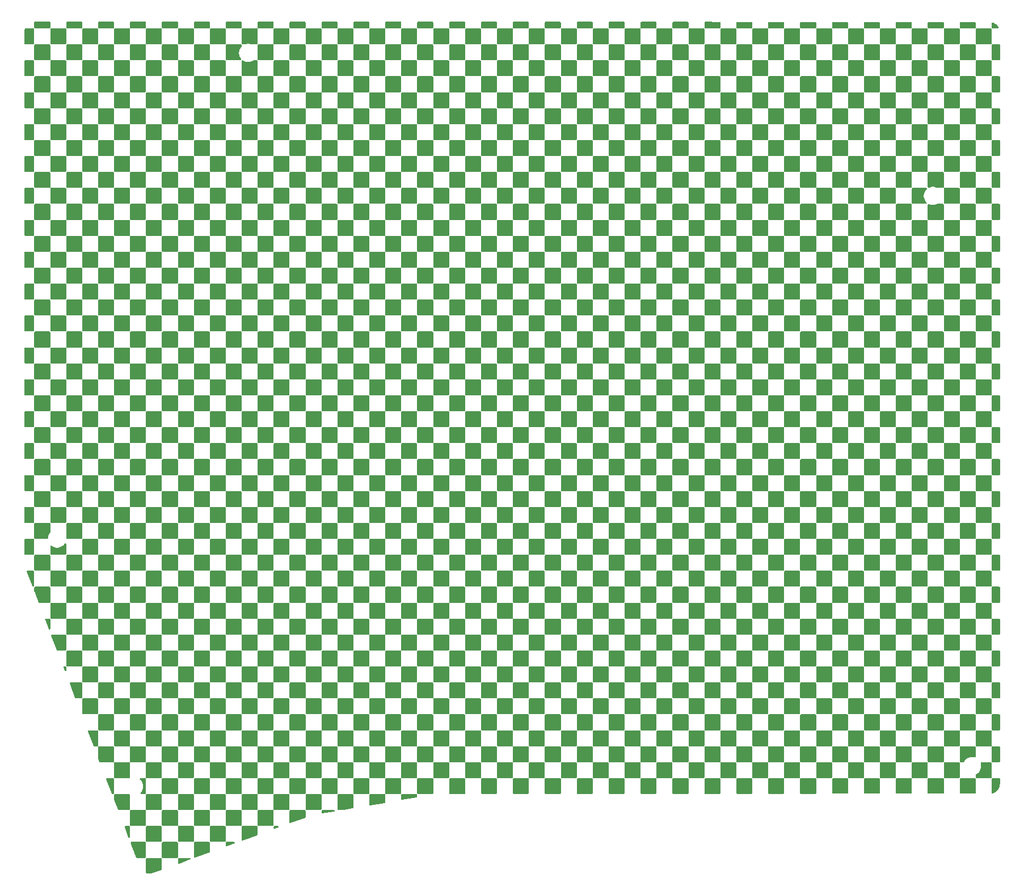
<source format=gbr>
G04 #@! TF.GenerationSoftware,KiCad,Pcbnew,9.0.6*
G04 #@! TF.CreationDate,2025-12-07T22:18:54+09:00*
G04 #@! TF.ProjectId,tarakkie_v1_light_bot2,74617261-6b6b-4696-955f-76315f6c6967,rev?*
G04 #@! TF.SameCoordinates,Original*
G04 #@! TF.FileFunction,Copper,L2,Bot*
G04 #@! TF.FilePolarity,Positive*
%FSLAX46Y46*%
G04 Gerber Fmt 4.6, Leading zero omitted, Abs format (unit mm)*
G04 Created by KiCad (PCBNEW 9.0.6) date 2025-12-07 22:18:54*
%MOMM*%
%LPD*%
G01*
G04 APERTURE LIST*
G04 APERTURE END LIST*
G04 #@! TA.AperFunction,NonConductor*
G36*
X181125447Y-32443167D02*
G01*
X181137618Y-32445824D01*
X181154578Y-32450817D01*
X181338277Y-32519471D01*
X181354346Y-32526822D01*
X181422912Y-32564314D01*
X181526408Y-32620906D01*
X181541277Y-32630473D01*
X181698212Y-32748076D01*
X181711571Y-32759662D01*
X181850178Y-32898388D01*
X181861751Y-32911755D01*
X181979217Y-33068783D01*
X181988773Y-33083662D01*
X182027212Y-33154102D01*
X182042046Y-33222379D01*
X182017611Y-33287837D01*
X181961667Y-33329693D01*
X181918364Y-33337500D01*
X181099000Y-33337500D01*
X181031961Y-33317815D01*
X180986206Y-33265011D01*
X180975000Y-33213500D01*
X180975000Y-32564314D01*
X180994685Y-32497275D01*
X181047489Y-32451520D01*
X181116647Y-32441576D01*
X181125447Y-32443167D01*
G37*
G04 #@! TD.AperFunction*
G04 #@! TA.AperFunction,NonConductor*
G36*
X178469824Y-32385331D02*
G01*
X178536852Y-32405056D01*
X178582575Y-32457887D01*
X178593750Y-32509331D01*
X178593750Y-33213500D01*
X178574065Y-33280539D01*
X178521261Y-33326294D01*
X178469750Y-33337500D01*
X176336500Y-33337500D01*
X176269461Y-33317815D01*
X176223706Y-33265011D01*
X176212500Y-33213500D01*
X176212500Y-32508059D01*
X176232185Y-32441020D01*
X176284989Y-32395265D01*
X176336569Y-32384059D01*
X178469824Y-32385331D01*
G37*
G04 #@! TD.AperFunction*
G04 #@! TA.AperFunction,NonConductor*
G36*
X173707324Y-32382493D02*
G01*
X173774352Y-32402218D01*
X173820075Y-32455049D01*
X173831250Y-32506493D01*
X173831250Y-33213500D01*
X173811565Y-33280539D01*
X173758761Y-33326294D01*
X173707250Y-33337500D01*
X171574000Y-33337500D01*
X171506961Y-33317815D01*
X171461206Y-33265011D01*
X171450000Y-33213500D01*
X171450000Y-32505221D01*
X171469685Y-32438182D01*
X171522489Y-32392427D01*
X171574069Y-32381221D01*
X173707324Y-32382493D01*
G37*
G04 #@! TD.AperFunction*
G04 #@! TA.AperFunction,NonConductor*
G36*
X168944824Y-32379654D02*
G01*
X169011852Y-32399379D01*
X169057575Y-32452210D01*
X169068750Y-32503654D01*
X169068750Y-33213500D01*
X169049065Y-33280539D01*
X168996261Y-33326294D01*
X168944750Y-33337500D01*
X166811500Y-33337500D01*
X166744461Y-33317815D01*
X166698706Y-33265011D01*
X166687500Y-33213500D01*
X166687500Y-32502382D01*
X166707185Y-32435343D01*
X166759989Y-32389588D01*
X166811569Y-32378382D01*
X168944824Y-32379654D01*
G37*
G04 #@! TD.AperFunction*
G04 #@! TA.AperFunction,NonConductor*
G36*
X164182324Y-32376816D02*
G01*
X164249352Y-32396541D01*
X164295075Y-32449372D01*
X164306250Y-32500816D01*
X164306250Y-33213500D01*
X164286565Y-33280539D01*
X164233761Y-33326294D01*
X164182250Y-33337500D01*
X162049000Y-33337500D01*
X161981961Y-33317815D01*
X161936206Y-33265011D01*
X161925000Y-33213500D01*
X161925000Y-32499544D01*
X161944685Y-32432505D01*
X161997489Y-32386750D01*
X162049069Y-32375544D01*
X164182324Y-32376816D01*
G37*
G04 #@! TD.AperFunction*
G04 #@! TA.AperFunction,NonConductor*
G36*
X159419824Y-32373977D02*
G01*
X159486852Y-32393702D01*
X159532575Y-32446533D01*
X159543750Y-32497977D01*
X159543750Y-33213500D01*
X159524065Y-33280539D01*
X159471261Y-33326294D01*
X159419750Y-33337500D01*
X157286500Y-33337500D01*
X157219461Y-33317815D01*
X157173706Y-33265011D01*
X157162500Y-33213500D01*
X157162500Y-32496705D01*
X157182185Y-32429666D01*
X157234989Y-32383911D01*
X157286569Y-32372705D01*
X159419824Y-32373977D01*
G37*
G04 #@! TD.AperFunction*
G04 #@! TA.AperFunction,NonConductor*
G36*
X154657324Y-32371139D02*
G01*
X154724352Y-32390864D01*
X154770075Y-32443695D01*
X154781250Y-32495139D01*
X154781250Y-33213500D01*
X154761565Y-33280539D01*
X154708761Y-33326294D01*
X154657250Y-33337500D01*
X152524000Y-33337500D01*
X152456961Y-33317815D01*
X152411206Y-33265011D01*
X152400000Y-33213500D01*
X152400000Y-32493866D01*
X152419685Y-32426827D01*
X152472489Y-32381072D01*
X152524069Y-32369866D01*
X154657324Y-32371139D01*
G37*
G04 #@! TD.AperFunction*
G04 #@! TA.AperFunction,NonConductor*
G36*
X149894824Y-32368300D02*
G01*
X149961852Y-32388025D01*
X150007575Y-32440856D01*
X150018750Y-32492300D01*
X150018750Y-33213500D01*
X149999065Y-33280539D01*
X149946261Y-33326294D01*
X149894750Y-33337500D01*
X147761500Y-33337500D01*
X147694461Y-33317815D01*
X147648706Y-33265011D01*
X147637500Y-33213500D01*
X147637500Y-32491028D01*
X147657185Y-32423989D01*
X147709989Y-32378234D01*
X147761569Y-32367028D01*
X149894824Y-32368300D01*
G37*
G04 #@! TD.AperFunction*
G04 #@! TA.AperFunction,NonConductor*
G36*
X145132324Y-32365462D02*
G01*
X145199352Y-32385187D01*
X145245075Y-32438018D01*
X145256250Y-32489462D01*
X145256250Y-33213500D01*
X145236565Y-33280539D01*
X145183761Y-33326294D01*
X145132250Y-33337500D01*
X142999000Y-33337500D01*
X142931961Y-33317815D01*
X142886206Y-33265011D01*
X142875000Y-33213500D01*
X142875000Y-32488189D01*
X142894685Y-32421150D01*
X142947489Y-32375395D01*
X142999069Y-32364189D01*
X145132324Y-32365462D01*
G37*
G04 #@! TD.AperFunction*
G04 #@! TA.AperFunction,NonConductor*
G36*
X140369824Y-32362623D02*
G01*
X140436852Y-32382348D01*
X140482575Y-32435179D01*
X140493750Y-32486623D01*
X140493750Y-33213500D01*
X140474065Y-33280539D01*
X140421261Y-33326294D01*
X140369750Y-33337500D01*
X138236500Y-33337500D01*
X138169461Y-33317815D01*
X138123706Y-33265011D01*
X138112500Y-33213500D01*
X138112500Y-32485351D01*
X138132185Y-32418312D01*
X138184989Y-32372557D01*
X138236569Y-32361351D01*
X140369824Y-32362623D01*
G37*
G04 #@! TD.AperFunction*
G04 #@! TA.AperFunction,NonConductor*
G36*
X135607324Y-32359785D02*
G01*
X135674352Y-32379510D01*
X135720075Y-32432341D01*
X135731250Y-32483785D01*
X135731250Y-33213500D01*
X135711565Y-33280539D01*
X135658761Y-33326294D01*
X135607250Y-33337500D01*
X133474000Y-33337500D01*
X133406961Y-33317815D01*
X133361206Y-33265011D01*
X133350000Y-33213500D01*
X133350000Y-32482512D01*
X133369685Y-32415473D01*
X133422489Y-32369718D01*
X133474069Y-32358512D01*
X135607324Y-32359785D01*
G37*
G04 #@! TD.AperFunction*
G04 #@! TA.AperFunction,NonConductor*
G36*
X130844824Y-32356946D02*
G01*
X130911852Y-32376671D01*
X130957575Y-32429502D01*
X130968750Y-32480946D01*
X130968750Y-33213500D01*
X130949065Y-33280539D01*
X130896261Y-33326294D01*
X130844750Y-33337500D01*
X128711500Y-33337500D01*
X128644461Y-33317815D01*
X128598706Y-33265011D01*
X128587500Y-33213500D01*
X128587500Y-32479674D01*
X128607185Y-32412635D01*
X128659989Y-32366880D01*
X128711569Y-32355674D01*
X130844824Y-32356946D01*
G37*
G04 #@! TD.AperFunction*
G04 #@! TA.AperFunction,NonConductor*
G36*
X126082324Y-32354108D02*
G01*
X126149352Y-32373833D01*
X126195075Y-32426664D01*
X126206250Y-32478108D01*
X126206250Y-33213500D01*
X126186565Y-33280539D01*
X126133761Y-33326294D01*
X126082250Y-33337500D01*
X123949000Y-33337500D01*
X123881961Y-33317815D01*
X123836206Y-33265011D01*
X123825000Y-33213500D01*
X123825000Y-32476835D01*
X123844685Y-32409796D01*
X123897489Y-32364041D01*
X123949069Y-32352835D01*
X126082324Y-32354108D01*
G37*
G04 #@! TD.AperFunction*
G04 #@! TA.AperFunction,NonConductor*
G36*
X121319824Y-32351269D02*
G01*
X121386852Y-32370994D01*
X121432575Y-32423825D01*
X121443750Y-32475269D01*
X121443750Y-33213500D01*
X121424065Y-33280539D01*
X121371261Y-33326294D01*
X121319750Y-33337500D01*
X119186500Y-33337500D01*
X119119461Y-33317815D01*
X119073706Y-33265011D01*
X119062500Y-33213500D01*
X119062500Y-32473997D01*
X119082185Y-32406958D01*
X119134989Y-32361203D01*
X119186569Y-32349997D01*
X121319824Y-32351269D01*
G37*
G04 #@! TD.AperFunction*
G04 #@! TA.AperFunction,NonConductor*
G36*
X116557324Y-32348430D02*
G01*
X116624352Y-32368155D01*
X116670075Y-32420986D01*
X116681250Y-32472430D01*
X116681250Y-33213500D01*
X116661565Y-33280539D01*
X116608761Y-33326294D01*
X116557250Y-33337500D01*
X114424000Y-33337500D01*
X114356961Y-33317815D01*
X114311206Y-33265011D01*
X114300000Y-33213500D01*
X114300000Y-32471158D01*
X114319685Y-32404119D01*
X114372489Y-32358364D01*
X114424069Y-32347158D01*
X116557324Y-32348430D01*
G37*
G04 #@! TD.AperFunction*
G04 #@! TA.AperFunction,NonConductor*
G36*
X111794824Y-32345592D02*
G01*
X111861852Y-32365317D01*
X111907575Y-32418148D01*
X111918750Y-32469592D01*
X111918750Y-33213500D01*
X111899065Y-33280539D01*
X111846261Y-33326294D01*
X111794750Y-33337500D01*
X109661500Y-33337500D01*
X109594461Y-33317815D01*
X109548706Y-33265011D01*
X109537500Y-33213500D01*
X109537500Y-32468320D01*
X109557185Y-32401281D01*
X109609989Y-32355526D01*
X109661569Y-32344320D01*
X111794824Y-32345592D01*
G37*
G04 #@! TD.AperFunction*
G04 #@! TA.AperFunction,NonConductor*
G36*
X107032324Y-32342753D02*
G01*
X107099352Y-32362478D01*
X107145075Y-32415309D01*
X107156250Y-32466753D01*
X107156250Y-33213500D01*
X107136565Y-33280539D01*
X107083761Y-33326294D01*
X107032250Y-33337500D01*
X104899000Y-33337500D01*
X104831961Y-33317815D01*
X104786206Y-33265011D01*
X104775000Y-33213500D01*
X104775000Y-32465481D01*
X104794685Y-32398442D01*
X104847489Y-32352687D01*
X104899069Y-32341481D01*
X107032324Y-32342753D01*
G37*
G04 #@! TD.AperFunction*
G04 #@! TA.AperFunction,NonConductor*
G36*
X102269824Y-32339915D02*
G01*
X102336852Y-32359640D01*
X102382575Y-32412471D01*
X102393750Y-32463915D01*
X102393750Y-33213500D01*
X102374065Y-33280539D01*
X102321261Y-33326294D01*
X102269750Y-33337500D01*
X100136500Y-33337500D01*
X100069461Y-33317815D01*
X100023706Y-33265011D01*
X100012500Y-33213500D01*
X100012500Y-32462643D01*
X100032185Y-32395604D01*
X100084989Y-32349849D01*
X100136569Y-32338643D01*
X102269824Y-32339915D01*
G37*
G04 #@! TD.AperFunction*
G04 #@! TA.AperFunction,NonConductor*
G36*
X97507324Y-32337076D02*
G01*
X97574352Y-32356801D01*
X97620075Y-32409632D01*
X97631250Y-32461076D01*
X97631250Y-33213500D01*
X97611565Y-33280539D01*
X97558761Y-33326294D01*
X97507250Y-33337500D01*
X95374000Y-33337500D01*
X95306961Y-33317815D01*
X95261206Y-33265011D01*
X95250000Y-33213500D01*
X95250000Y-32459804D01*
X95269685Y-32392765D01*
X95322489Y-32347010D01*
X95374069Y-32335804D01*
X97507324Y-32337076D01*
G37*
G04 #@! TD.AperFunction*
G04 #@! TA.AperFunction,NonConductor*
G36*
X92744824Y-32334238D02*
G01*
X92811852Y-32353963D01*
X92857575Y-32406794D01*
X92868750Y-32458238D01*
X92868750Y-33213500D01*
X92849065Y-33280539D01*
X92796261Y-33326294D01*
X92744750Y-33337500D01*
X90611500Y-33337500D01*
X90544461Y-33317815D01*
X90498706Y-33265011D01*
X90487500Y-33213500D01*
X90487500Y-32456966D01*
X90507185Y-32389927D01*
X90559989Y-32344172D01*
X90611569Y-32332966D01*
X92744824Y-32334238D01*
G37*
G04 #@! TD.AperFunction*
G04 #@! TA.AperFunction,NonConductor*
G36*
X87982324Y-32331399D02*
G01*
X88049352Y-32351124D01*
X88095075Y-32403955D01*
X88106250Y-32455399D01*
X88106250Y-33213500D01*
X88086565Y-33280539D01*
X88033761Y-33326294D01*
X87982250Y-33337500D01*
X85849000Y-33337500D01*
X85781961Y-33317815D01*
X85736206Y-33265011D01*
X85725000Y-33213500D01*
X85725000Y-32454127D01*
X85744685Y-32387088D01*
X85797489Y-32341333D01*
X85849069Y-32330127D01*
X87982324Y-32331399D01*
G37*
G04 #@! TD.AperFunction*
G04 #@! TA.AperFunction,NonConductor*
G36*
X83219824Y-32328561D02*
G01*
X83286852Y-32348286D01*
X83332575Y-32401117D01*
X83343750Y-32452561D01*
X83343750Y-33213500D01*
X83324065Y-33280539D01*
X83271261Y-33326294D01*
X83219750Y-33337500D01*
X81086500Y-33337500D01*
X81019461Y-33317815D01*
X80973706Y-33265011D01*
X80962500Y-33213500D01*
X80962500Y-32451288D01*
X80982185Y-32384249D01*
X81034989Y-32338494D01*
X81086569Y-32327288D01*
X83219824Y-32328561D01*
G37*
G04 #@! TD.AperFunction*
G04 #@! TA.AperFunction,NonConductor*
G36*
X78457324Y-32325722D02*
G01*
X78524352Y-32345447D01*
X78570075Y-32398278D01*
X78581250Y-32449722D01*
X78581250Y-33213500D01*
X78561565Y-33280539D01*
X78508761Y-33326294D01*
X78457250Y-33337500D01*
X76324000Y-33337500D01*
X76256961Y-33317815D01*
X76211206Y-33265011D01*
X76200000Y-33213500D01*
X76200000Y-32448450D01*
X76219685Y-32381411D01*
X76272489Y-32335656D01*
X76324069Y-32324450D01*
X78457324Y-32325722D01*
G37*
G04 #@! TD.AperFunction*
G04 #@! TA.AperFunction,NonConductor*
G36*
X73694824Y-32322884D02*
G01*
X73761852Y-32342609D01*
X73807575Y-32395440D01*
X73818750Y-32446884D01*
X73818750Y-33213500D01*
X73799065Y-33280539D01*
X73746261Y-33326294D01*
X73694750Y-33337500D01*
X71561500Y-33337500D01*
X71494461Y-33317815D01*
X71448706Y-33265011D01*
X71437500Y-33213500D01*
X71437500Y-32445611D01*
X71457185Y-32378572D01*
X71509989Y-32332817D01*
X71561569Y-32321611D01*
X73694824Y-32322884D01*
G37*
G04 #@! TD.AperFunction*
G04 #@! TA.AperFunction,NonConductor*
G36*
X68932324Y-32320045D02*
G01*
X68999352Y-32339770D01*
X69045075Y-32392601D01*
X69056250Y-32444045D01*
X69056250Y-33213500D01*
X69036565Y-33280539D01*
X68983761Y-33326294D01*
X68932250Y-33337500D01*
X66799000Y-33337500D01*
X66731961Y-33317815D01*
X66686206Y-33265011D01*
X66675000Y-33213500D01*
X66675000Y-32442773D01*
X66694685Y-32375734D01*
X66747489Y-32329979D01*
X66799069Y-32318773D01*
X68932324Y-32320045D01*
G37*
G04 #@! TD.AperFunction*
G04 #@! TA.AperFunction,NonConductor*
G36*
X64169824Y-32317207D02*
G01*
X64236852Y-32336932D01*
X64282575Y-32389763D01*
X64293750Y-32441207D01*
X64293750Y-33213500D01*
X64274065Y-33280539D01*
X64221261Y-33326294D01*
X64169750Y-33337500D01*
X62036500Y-33337500D01*
X61969461Y-33317815D01*
X61923706Y-33265011D01*
X61912500Y-33213500D01*
X61912500Y-32439934D01*
X61932185Y-32372895D01*
X61984989Y-32327140D01*
X62036569Y-32315934D01*
X64169824Y-32317207D01*
G37*
G04 #@! TD.AperFunction*
G04 #@! TA.AperFunction,NonConductor*
G36*
X59407324Y-32314368D02*
G01*
X59474352Y-32334093D01*
X59520075Y-32386924D01*
X59531250Y-32438368D01*
X59531250Y-33213500D01*
X59511565Y-33280539D01*
X59458761Y-33326294D01*
X59407250Y-33337500D01*
X57274000Y-33337500D01*
X57206961Y-33317815D01*
X57161206Y-33265011D01*
X57150000Y-33213500D01*
X57150000Y-32437096D01*
X57169685Y-32370057D01*
X57222489Y-32324302D01*
X57274069Y-32313096D01*
X59407324Y-32314368D01*
G37*
G04 #@! TD.AperFunction*
G04 #@! TA.AperFunction,NonConductor*
G36*
X54644824Y-32311530D02*
G01*
X54711852Y-32331255D01*
X54757575Y-32384086D01*
X54768750Y-32435530D01*
X54768750Y-33213500D01*
X54749065Y-33280539D01*
X54696261Y-33326294D01*
X54644750Y-33337500D01*
X52511500Y-33337500D01*
X52444461Y-33317815D01*
X52398706Y-33265011D01*
X52387500Y-33213500D01*
X52387500Y-32434257D01*
X52407185Y-32367218D01*
X52459989Y-32321463D01*
X52511569Y-32310257D01*
X54644824Y-32311530D01*
G37*
G04 #@! TD.AperFunction*
G04 #@! TA.AperFunction,NonConductor*
G36*
X49882324Y-32308691D02*
G01*
X49949352Y-32328416D01*
X49995075Y-32381247D01*
X50006250Y-32432691D01*
X50006250Y-33213500D01*
X49986565Y-33280539D01*
X49933761Y-33326294D01*
X49882250Y-33337500D01*
X47749000Y-33337500D01*
X47681961Y-33317815D01*
X47636206Y-33265011D01*
X47625000Y-33213500D01*
X47625000Y-32431419D01*
X47644685Y-32364380D01*
X47697489Y-32318625D01*
X47749069Y-32307419D01*
X49882324Y-32308691D01*
G37*
G04 #@! TD.AperFunction*
G04 #@! TA.AperFunction,NonConductor*
G36*
X45119824Y-32305852D02*
G01*
X45186852Y-32325577D01*
X45232575Y-32378408D01*
X45243750Y-32429852D01*
X45243750Y-33213500D01*
X45224065Y-33280539D01*
X45171261Y-33326294D01*
X45119750Y-33337500D01*
X42986500Y-33337500D01*
X42919461Y-33317815D01*
X42873706Y-33265011D01*
X42862500Y-33213500D01*
X42862500Y-32428580D01*
X42882185Y-32361541D01*
X42934989Y-32315786D01*
X42986569Y-32304580D01*
X45119824Y-32305852D01*
G37*
G04 #@! TD.AperFunction*
G04 #@! TA.AperFunction,NonConductor*
G36*
X40357324Y-32303014D02*
G01*
X40424352Y-32322739D01*
X40470075Y-32375570D01*
X40481250Y-32427014D01*
X40481250Y-33213500D01*
X40461565Y-33280539D01*
X40408761Y-33326294D01*
X40357250Y-33337500D01*
X38224000Y-33337500D01*
X38156961Y-33317815D01*
X38111206Y-33265011D01*
X38100000Y-33213500D01*
X38100000Y-32425742D01*
X38119685Y-32358703D01*
X38172489Y-32312948D01*
X38224069Y-32301742D01*
X40357324Y-32303014D01*
G37*
G04 #@! TD.AperFunction*
G04 #@! TA.AperFunction,NonConductor*
G36*
X180918039Y-33357185D02*
G01*
X180963794Y-33409989D01*
X180975000Y-33461500D01*
X180975000Y-35594750D01*
X180955315Y-35661789D01*
X180902511Y-35707544D01*
X180851000Y-35718750D01*
X178717750Y-35718750D01*
X178650711Y-35699065D01*
X178604956Y-35646261D01*
X178593750Y-35594750D01*
X178593750Y-33461500D01*
X178613435Y-33394461D01*
X178666239Y-33348706D01*
X178717750Y-33337500D01*
X180851000Y-33337500D01*
X180918039Y-33357185D01*
G37*
G04 #@! TD.AperFunction*
G04 #@! TA.AperFunction,NonConductor*
G36*
X176155539Y-33357185D02*
G01*
X176201294Y-33409989D01*
X176212500Y-33461500D01*
X176212500Y-35594750D01*
X176192815Y-35661789D01*
X176140011Y-35707544D01*
X176088500Y-35718750D01*
X173955250Y-35718750D01*
X173888211Y-35699065D01*
X173842456Y-35646261D01*
X173831250Y-35594750D01*
X173831250Y-33461500D01*
X173850935Y-33394461D01*
X173903739Y-33348706D01*
X173955250Y-33337500D01*
X176088500Y-33337500D01*
X176155539Y-33357185D01*
G37*
G04 #@! TD.AperFunction*
G04 #@! TA.AperFunction,NonConductor*
G36*
X171393039Y-33357185D02*
G01*
X171438794Y-33409989D01*
X171450000Y-33461500D01*
X171450000Y-35594750D01*
X171430315Y-35661789D01*
X171377511Y-35707544D01*
X171326000Y-35718750D01*
X169192750Y-35718750D01*
X169125711Y-35699065D01*
X169079956Y-35646261D01*
X169068750Y-35594750D01*
X169068750Y-33461500D01*
X169088435Y-33394461D01*
X169141239Y-33348706D01*
X169192750Y-33337500D01*
X171326000Y-33337500D01*
X171393039Y-33357185D01*
G37*
G04 #@! TD.AperFunction*
G04 #@! TA.AperFunction,NonConductor*
G36*
X166630539Y-33357185D02*
G01*
X166676294Y-33409989D01*
X166687500Y-33461500D01*
X166687500Y-35594750D01*
X166667815Y-35661789D01*
X166615011Y-35707544D01*
X166563500Y-35718750D01*
X164430250Y-35718750D01*
X164363211Y-35699065D01*
X164317456Y-35646261D01*
X164306250Y-35594750D01*
X164306250Y-33461500D01*
X164325935Y-33394461D01*
X164378739Y-33348706D01*
X164430250Y-33337500D01*
X166563500Y-33337500D01*
X166630539Y-33357185D01*
G37*
G04 #@! TD.AperFunction*
G04 #@! TA.AperFunction,NonConductor*
G36*
X161868039Y-33357185D02*
G01*
X161913794Y-33409989D01*
X161925000Y-33461500D01*
X161925000Y-35594750D01*
X161905315Y-35661789D01*
X161852511Y-35707544D01*
X161801000Y-35718750D01*
X159667750Y-35718750D01*
X159600711Y-35699065D01*
X159554956Y-35646261D01*
X159543750Y-35594750D01*
X159543750Y-33461500D01*
X159563435Y-33394461D01*
X159616239Y-33348706D01*
X159667750Y-33337500D01*
X161801000Y-33337500D01*
X161868039Y-33357185D01*
G37*
G04 #@! TD.AperFunction*
G04 #@! TA.AperFunction,NonConductor*
G36*
X157105539Y-33357185D02*
G01*
X157151294Y-33409989D01*
X157162500Y-33461500D01*
X157162500Y-35594750D01*
X157142815Y-35661789D01*
X157090011Y-35707544D01*
X157038500Y-35718750D01*
X154905250Y-35718750D01*
X154838211Y-35699065D01*
X154792456Y-35646261D01*
X154781250Y-35594750D01*
X154781250Y-33461500D01*
X154800935Y-33394461D01*
X154853739Y-33348706D01*
X154905250Y-33337500D01*
X157038500Y-33337500D01*
X157105539Y-33357185D01*
G37*
G04 #@! TD.AperFunction*
G04 #@! TA.AperFunction,NonConductor*
G36*
X152343039Y-33357185D02*
G01*
X152388794Y-33409989D01*
X152400000Y-33461500D01*
X152400000Y-35594750D01*
X152380315Y-35661789D01*
X152327511Y-35707544D01*
X152276000Y-35718750D01*
X150142750Y-35718750D01*
X150075711Y-35699065D01*
X150029956Y-35646261D01*
X150018750Y-35594750D01*
X150018750Y-33461500D01*
X150038435Y-33394461D01*
X150091239Y-33348706D01*
X150142750Y-33337500D01*
X152276000Y-33337500D01*
X152343039Y-33357185D01*
G37*
G04 #@! TD.AperFunction*
G04 #@! TA.AperFunction,NonConductor*
G36*
X147580539Y-33357185D02*
G01*
X147626294Y-33409989D01*
X147637500Y-33461500D01*
X147637500Y-35594750D01*
X147617815Y-35661789D01*
X147565011Y-35707544D01*
X147513500Y-35718750D01*
X145380250Y-35718750D01*
X145313211Y-35699065D01*
X145267456Y-35646261D01*
X145256250Y-35594750D01*
X145256250Y-33461500D01*
X145275935Y-33394461D01*
X145328739Y-33348706D01*
X145380250Y-33337500D01*
X147513500Y-33337500D01*
X147580539Y-33357185D01*
G37*
G04 #@! TD.AperFunction*
G04 #@! TA.AperFunction,NonConductor*
G36*
X142818039Y-33357185D02*
G01*
X142863794Y-33409989D01*
X142875000Y-33461500D01*
X142875000Y-35594750D01*
X142855315Y-35661789D01*
X142802511Y-35707544D01*
X142751000Y-35718750D01*
X140617750Y-35718750D01*
X140550711Y-35699065D01*
X140504956Y-35646261D01*
X140493750Y-35594750D01*
X140493750Y-33461500D01*
X140513435Y-33394461D01*
X140566239Y-33348706D01*
X140617750Y-33337500D01*
X142751000Y-33337500D01*
X142818039Y-33357185D01*
G37*
G04 #@! TD.AperFunction*
G04 #@! TA.AperFunction,NonConductor*
G36*
X138055539Y-33357185D02*
G01*
X138101294Y-33409989D01*
X138112500Y-33461500D01*
X138112500Y-35594750D01*
X138092815Y-35661789D01*
X138040011Y-35707544D01*
X137988500Y-35718750D01*
X135855250Y-35718750D01*
X135788211Y-35699065D01*
X135742456Y-35646261D01*
X135731250Y-35594750D01*
X135731250Y-33461500D01*
X135750935Y-33394461D01*
X135803739Y-33348706D01*
X135855250Y-33337500D01*
X137988500Y-33337500D01*
X138055539Y-33357185D01*
G37*
G04 #@! TD.AperFunction*
G04 #@! TA.AperFunction,NonConductor*
G36*
X133293039Y-33357185D02*
G01*
X133338794Y-33409989D01*
X133350000Y-33461500D01*
X133350000Y-35594750D01*
X133330315Y-35661789D01*
X133277511Y-35707544D01*
X133226000Y-35718750D01*
X131092750Y-35718750D01*
X131025711Y-35699065D01*
X130979956Y-35646261D01*
X130968750Y-35594750D01*
X130968750Y-33461500D01*
X130988435Y-33394461D01*
X131041239Y-33348706D01*
X131092750Y-33337500D01*
X133226000Y-33337500D01*
X133293039Y-33357185D01*
G37*
G04 #@! TD.AperFunction*
G04 #@! TA.AperFunction,NonConductor*
G36*
X128530539Y-33357185D02*
G01*
X128576294Y-33409989D01*
X128587500Y-33461500D01*
X128587500Y-35594750D01*
X128567815Y-35661789D01*
X128515011Y-35707544D01*
X128463500Y-35718750D01*
X126330250Y-35718750D01*
X126263211Y-35699065D01*
X126217456Y-35646261D01*
X126206250Y-35594750D01*
X126206250Y-33461500D01*
X126225935Y-33394461D01*
X126278739Y-33348706D01*
X126330250Y-33337500D01*
X128463500Y-33337500D01*
X128530539Y-33357185D01*
G37*
G04 #@! TD.AperFunction*
G04 #@! TA.AperFunction,NonConductor*
G36*
X123768039Y-33357185D02*
G01*
X123813794Y-33409989D01*
X123825000Y-33461500D01*
X123825000Y-35594750D01*
X123805315Y-35661789D01*
X123752511Y-35707544D01*
X123701000Y-35718750D01*
X121567750Y-35718750D01*
X121500711Y-35699065D01*
X121454956Y-35646261D01*
X121443750Y-35594750D01*
X121443750Y-33461500D01*
X121463435Y-33394461D01*
X121516239Y-33348706D01*
X121567750Y-33337500D01*
X123701000Y-33337500D01*
X123768039Y-33357185D01*
G37*
G04 #@! TD.AperFunction*
G04 #@! TA.AperFunction,NonConductor*
G36*
X119005539Y-33357185D02*
G01*
X119051294Y-33409989D01*
X119062500Y-33461500D01*
X119062500Y-35594750D01*
X119042815Y-35661789D01*
X118990011Y-35707544D01*
X118938500Y-35718750D01*
X116805250Y-35718750D01*
X116738211Y-35699065D01*
X116692456Y-35646261D01*
X116681250Y-35594750D01*
X116681250Y-33461500D01*
X116700935Y-33394461D01*
X116753739Y-33348706D01*
X116805250Y-33337500D01*
X118938500Y-33337500D01*
X119005539Y-33357185D01*
G37*
G04 #@! TD.AperFunction*
G04 #@! TA.AperFunction,NonConductor*
G36*
X114243039Y-33357185D02*
G01*
X114288794Y-33409989D01*
X114300000Y-33461500D01*
X114300000Y-35594750D01*
X114280315Y-35661789D01*
X114227511Y-35707544D01*
X114176000Y-35718750D01*
X112042750Y-35718750D01*
X111975711Y-35699065D01*
X111929956Y-35646261D01*
X111918750Y-35594750D01*
X111918750Y-33461500D01*
X111938435Y-33394461D01*
X111991239Y-33348706D01*
X112042750Y-33337500D01*
X114176000Y-33337500D01*
X114243039Y-33357185D01*
G37*
G04 #@! TD.AperFunction*
G04 #@! TA.AperFunction,NonConductor*
G36*
X109480539Y-33357185D02*
G01*
X109526294Y-33409989D01*
X109537500Y-33461500D01*
X109537500Y-35594750D01*
X109517815Y-35661789D01*
X109465011Y-35707544D01*
X109413500Y-35718750D01*
X107280250Y-35718750D01*
X107213211Y-35699065D01*
X107167456Y-35646261D01*
X107156250Y-35594750D01*
X107156250Y-33461500D01*
X107175935Y-33394461D01*
X107228739Y-33348706D01*
X107280250Y-33337500D01*
X109413500Y-33337500D01*
X109480539Y-33357185D01*
G37*
G04 #@! TD.AperFunction*
G04 #@! TA.AperFunction,NonConductor*
G36*
X104718039Y-33357185D02*
G01*
X104763794Y-33409989D01*
X104775000Y-33461500D01*
X104775000Y-35594750D01*
X104755315Y-35661789D01*
X104702511Y-35707544D01*
X104651000Y-35718750D01*
X102517750Y-35718750D01*
X102450711Y-35699065D01*
X102404956Y-35646261D01*
X102393750Y-35594750D01*
X102393750Y-33461500D01*
X102413435Y-33394461D01*
X102466239Y-33348706D01*
X102517750Y-33337500D01*
X104651000Y-33337500D01*
X104718039Y-33357185D01*
G37*
G04 #@! TD.AperFunction*
G04 #@! TA.AperFunction,NonConductor*
G36*
X99955539Y-33357185D02*
G01*
X100001294Y-33409989D01*
X100012500Y-33461500D01*
X100012500Y-35594750D01*
X99992815Y-35661789D01*
X99940011Y-35707544D01*
X99888500Y-35718750D01*
X97755250Y-35718750D01*
X97688211Y-35699065D01*
X97642456Y-35646261D01*
X97631250Y-35594750D01*
X97631250Y-33461500D01*
X97650935Y-33394461D01*
X97703739Y-33348706D01*
X97755250Y-33337500D01*
X99888500Y-33337500D01*
X99955539Y-33357185D01*
G37*
G04 #@! TD.AperFunction*
G04 #@! TA.AperFunction,NonConductor*
G36*
X95193039Y-33357185D02*
G01*
X95238794Y-33409989D01*
X95250000Y-33461500D01*
X95250000Y-35594750D01*
X95230315Y-35661789D01*
X95177511Y-35707544D01*
X95126000Y-35718750D01*
X92992750Y-35718750D01*
X92925711Y-35699065D01*
X92879956Y-35646261D01*
X92868750Y-35594750D01*
X92868750Y-33461500D01*
X92888435Y-33394461D01*
X92941239Y-33348706D01*
X92992750Y-33337500D01*
X95126000Y-33337500D01*
X95193039Y-33357185D01*
G37*
G04 #@! TD.AperFunction*
G04 #@! TA.AperFunction,NonConductor*
G36*
X90430539Y-33357185D02*
G01*
X90476294Y-33409989D01*
X90487500Y-33461500D01*
X90487500Y-35594750D01*
X90467815Y-35661789D01*
X90415011Y-35707544D01*
X90363500Y-35718750D01*
X88230250Y-35718750D01*
X88163211Y-35699065D01*
X88117456Y-35646261D01*
X88106250Y-35594750D01*
X88106250Y-33461500D01*
X88125935Y-33394461D01*
X88178739Y-33348706D01*
X88230250Y-33337500D01*
X90363500Y-33337500D01*
X90430539Y-33357185D01*
G37*
G04 #@! TD.AperFunction*
G04 #@! TA.AperFunction,NonConductor*
G36*
X85668039Y-33357185D02*
G01*
X85713794Y-33409989D01*
X85725000Y-33461500D01*
X85725000Y-35594750D01*
X85705315Y-35661789D01*
X85652511Y-35707544D01*
X85601000Y-35718750D01*
X83467750Y-35718750D01*
X83400711Y-35699065D01*
X83354956Y-35646261D01*
X83343750Y-35594750D01*
X83343750Y-33461500D01*
X83363435Y-33394461D01*
X83416239Y-33348706D01*
X83467750Y-33337500D01*
X85601000Y-33337500D01*
X85668039Y-33357185D01*
G37*
G04 #@! TD.AperFunction*
G04 #@! TA.AperFunction,NonConductor*
G36*
X80905539Y-33357185D02*
G01*
X80951294Y-33409989D01*
X80962500Y-33461500D01*
X80962500Y-35594750D01*
X80942815Y-35661789D01*
X80890011Y-35707544D01*
X80838500Y-35718750D01*
X78705250Y-35718750D01*
X78638211Y-35699065D01*
X78592456Y-35646261D01*
X78581250Y-35594750D01*
X78581250Y-33461500D01*
X78600935Y-33394461D01*
X78653739Y-33348706D01*
X78705250Y-33337500D01*
X80838500Y-33337500D01*
X80905539Y-33357185D01*
G37*
G04 #@! TD.AperFunction*
G04 #@! TA.AperFunction,NonConductor*
G36*
X76143039Y-33357185D02*
G01*
X76188794Y-33409989D01*
X76200000Y-33461500D01*
X76200000Y-35594750D01*
X76180315Y-35661789D01*
X76127511Y-35707544D01*
X76076000Y-35718750D01*
X73942750Y-35718750D01*
X73875711Y-35699065D01*
X73829956Y-35646261D01*
X73818750Y-35594750D01*
X73818750Y-33461500D01*
X73838435Y-33394461D01*
X73891239Y-33348706D01*
X73942750Y-33337500D01*
X76076000Y-33337500D01*
X76143039Y-33357185D01*
G37*
G04 #@! TD.AperFunction*
G04 #@! TA.AperFunction,NonConductor*
G36*
X71380539Y-33357185D02*
G01*
X71426294Y-33409989D01*
X71437500Y-33461500D01*
X71437500Y-35594750D01*
X71417815Y-35661789D01*
X71365011Y-35707544D01*
X71313500Y-35718750D01*
X70446667Y-35718750D01*
X70408349Y-35712681D01*
X70392539Y-35707544D01*
X70316243Y-35682753D01*
X70134993Y-35654046D01*
X70106287Y-35649500D01*
X69893713Y-35649500D01*
X69868459Y-35653499D01*
X69683756Y-35682753D01*
X69607461Y-35707544D01*
X69591650Y-35712681D01*
X69553333Y-35718750D01*
X69180250Y-35718750D01*
X69113211Y-35699065D01*
X69067456Y-35646261D01*
X69056250Y-35594750D01*
X69056250Y-33461500D01*
X69075935Y-33394461D01*
X69128739Y-33348706D01*
X69180250Y-33337500D01*
X71313500Y-33337500D01*
X71380539Y-33357185D01*
G37*
G04 #@! TD.AperFunction*
G04 #@! TA.AperFunction,NonConductor*
G36*
X66618039Y-33357185D02*
G01*
X66663794Y-33409989D01*
X66675000Y-33461500D01*
X66675000Y-35594750D01*
X66655315Y-35661789D01*
X66602511Y-35707544D01*
X66551000Y-35718750D01*
X64417750Y-35718750D01*
X64350711Y-35699065D01*
X64304956Y-35646261D01*
X64293750Y-35594750D01*
X64293750Y-33461500D01*
X64313435Y-33394461D01*
X64366239Y-33348706D01*
X64417750Y-33337500D01*
X66551000Y-33337500D01*
X66618039Y-33357185D01*
G37*
G04 #@! TD.AperFunction*
G04 #@! TA.AperFunction,NonConductor*
G36*
X61855539Y-33357185D02*
G01*
X61901294Y-33409989D01*
X61912500Y-33461500D01*
X61912500Y-35594750D01*
X61892815Y-35661789D01*
X61840011Y-35707544D01*
X61788500Y-35718750D01*
X59655250Y-35718750D01*
X59588211Y-35699065D01*
X59542456Y-35646261D01*
X59531250Y-35594750D01*
X59531250Y-33461500D01*
X59550935Y-33394461D01*
X59603739Y-33348706D01*
X59655250Y-33337500D01*
X61788500Y-33337500D01*
X61855539Y-33357185D01*
G37*
G04 #@! TD.AperFunction*
G04 #@! TA.AperFunction,NonConductor*
G36*
X57093039Y-33357185D02*
G01*
X57138794Y-33409989D01*
X57150000Y-33461500D01*
X57150000Y-35594750D01*
X57130315Y-35661789D01*
X57077511Y-35707544D01*
X57026000Y-35718750D01*
X54892750Y-35718750D01*
X54825711Y-35699065D01*
X54779956Y-35646261D01*
X54768750Y-35594750D01*
X54768750Y-33461500D01*
X54788435Y-33394461D01*
X54841239Y-33348706D01*
X54892750Y-33337500D01*
X57026000Y-33337500D01*
X57093039Y-33357185D01*
G37*
G04 #@! TD.AperFunction*
G04 #@! TA.AperFunction,NonConductor*
G36*
X52330539Y-33357185D02*
G01*
X52376294Y-33409989D01*
X52387500Y-33461500D01*
X52387500Y-35594750D01*
X52367815Y-35661789D01*
X52315011Y-35707544D01*
X52263500Y-35718750D01*
X50130250Y-35718750D01*
X50063211Y-35699065D01*
X50017456Y-35646261D01*
X50006250Y-35594750D01*
X50006250Y-33461500D01*
X50025935Y-33394461D01*
X50078739Y-33348706D01*
X50130250Y-33337500D01*
X52263500Y-33337500D01*
X52330539Y-33357185D01*
G37*
G04 #@! TD.AperFunction*
G04 #@! TA.AperFunction,NonConductor*
G36*
X47568039Y-33357185D02*
G01*
X47613794Y-33409989D01*
X47625000Y-33461500D01*
X47625000Y-35594750D01*
X47605315Y-35661789D01*
X47552511Y-35707544D01*
X47501000Y-35718750D01*
X45367750Y-35718750D01*
X45300711Y-35699065D01*
X45254956Y-35646261D01*
X45243750Y-35594750D01*
X45243750Y-33461500D01*
X45263435Y-33394461D01*
X45316239Y-33348706D01*
X45367750Y-33337500D01*
X47501000Y-33337500D01*
X47568039Y-33357185D01*
G37*
G04 #@! TD.AperFunction*
G04 #@! TA.AperFunction,NonConductor*
G36*
X42805539Y-33357185D02*
G01*
X42851294Y-33409989D01*
X42862500Y-33461500D01*
X42862500Y-35594750D01*
X42842815Y-35661789D01*
X42790011Y-35707544D01*
X42738500Y-35718750D01*
X40605250Y-35718750D01*
X40538211Y-35699065D01*
X40492456Y-35646261D01*
X40481250Y-35594750D01*
X40481250Y-33461500D01*
X40500935Y-33394461D01*
X40553739Y-33348706D01*
X40605250Y-33337500D01*
X42738500Y-33337500D01*
X42805539Y-33357185D01*
G37*
G04 #@! TD.AperFunction*
G04 #@! TA.AperFunction,NonConductor*
G36*
X38043039Y-33357185D02*
G01*
X38088794Y-33409989D01*
X38100000Y-33461500D01*
X38100000Y-35594750D01*
X38080315Y-35661789D01*
X38027511Y-35707544D01*
X37976000Y-35718750D01*
X36763699Y-35718750D01*
X36696660Y-35699065D01*
X36650905Y-35646261D01*
X36639699Y-35594724D01*
X36640077Y-33805306D01*
X36640395Y-33796457D01*
X36654759Y-33596272D01*
X36657280Y-33578764D01*
X36688571Y-33435109D01*
X36722072Y-33373795D01*
X36783405Y-33340327D01*
X36809730Y-33337500D01*
X37976000Y-33337500D01*
X38043039Y-33357185D01*
G37*
G04 #@! TD.AperFunction*
G04 #@! TA.AperFunction,NonConductor*
G36*
X182165340Y-35738435D02*
G01*
X182211095Y-35791239D01*
X182222301Y-35842750D01*
X182222301Y-37976000D01*
X182202616Y-38043039D01*
X182149812Y-38088794D01*
X182098301Y-38100000D01*
X181099000Y-38100000D01*
X181031961Y-38080315D01*
X180986206Y-38027511D01*
X180975000Y-37976000D01*
X180975000Y-35842750D01*
X180994685Y-35775711D01*
X181047489Y-35729956D01*
X181099000Y-35718750D01*
X182098301Y-35718750D01*
X182165340Y-35738435D01*
G37*
G04 #@! TD.AperFunction*
G04 #@! TA.AperFunction,NonConductor*
G36*
X178536789Y-35738435D02*
G01*
X178582544Y-35791239D01*
X178593750Y-35842750D01*
X178593750Y-37976000D01*
X178574065Y-38043039D01*
X178521261Y-38088794D01*
X178469750Y-38100000D01*
X176336500Y-38100000D01*
X176269461Y-38080315D01*
X176223706Y-38027511D01*
X176212500Y-37976000D01*
X176212500Y-35842750D01*
X176232185Y-35775711D01*
X176284989Y-35729956D01*
X176336500Y-35718750D01*
X178469750Y-35718750D01*
X178536789Y-35738435D01*
G37*
G04 #@! TD.AperFunction*
G04 #@! TA.AperFunction,NonConductor*
G36*
X173774289Y-35738435D02*
G01*
X173820044Y-35791239D01*
X173831250Y-35842750D01*
X173831250Y-37976000D01*
X173811565Y-38043039D01*
X173758761Y-38088794D01*
X173707250Y-38100000D01*
X171574000Y-38100000D01*
X171506961Y-38080315D01*
X171461206Y-38027511D01*
X171450000Y-37976000D01*
X171450000Y-35842750D01*
X171469685Y-35775711D01*
X171522489Y-35729956D01*
X171574000Y-35718750D01*
X173707250Y-35718750D01*
X173774289Y-35738435D01*
G37*
G04 #@! TD.AperFunction*
G04 #@! TA.AperFunction,NonConductor*
G36*
X169011789Y-35738435D02*
G01*
X169057544Y-35791239D01*
X169068750Y-35842750D01*
X169068750Y-37976000D01*
X169049065Y-38043039D01*
X168996261Y-38088794D01*
X168944750Y-38100000D01*
X166811500Y-38100000D01*
X166744461Y-38080315D01*
X166698706Y-38027511D01*
X166687500Y-37976000D01*
X166687500Y-35842750D01*
X166707185Y-35775711D01*
X166759989Y-35729956D01*
X166811500Y-35718750D01*
X168944750Y-35718750D01*
X169011789Y-35738435D01*
G37*
G04 #@! TD.AperFunction*
G04 #@! TA.AperFunction,NonConductor*
G36*
X164249289Y-35738435D02*
G01*
X164295044Y-35791239D01*
X164306250Y-35842750D01*
X164306250Y-37976000D01*
X164286565Y-38043039D01*
X164233761Y-38088794D01*
X164182250Y-38100000D01*
X162049000Y-38100000D01*
X161981961Y-38080315D01*
X161936206Y-38027511D01*
X161925000Y-37976000D01*
X161925000Y-35842750D01*
X161944685Y-35775711D01*
X161997489Y-35729956D01*
X162049000Y-35718750D01*
X164182250Y-35718750D01*
X164249289Y-35738435D01*
G37*
G04 #@! TD.AperFunction*
G04 #@! TA.AperFunction,NonConductor*
G36*
X159486789Y-35738435D02*
G01*
X159532544Y-35791239D01*
X159543750Y-35842750D01*
X159543750Y-37976000D01*
X159524065Y-38043039D01*
X159471261Y-38088794D01*
X159419750Y-38100000D01*
X157286500Y-38100000D01*
X157219461Y-38080315D01*
X157173706Y-38027511D01*
X157162500Y-37976000D01*
X157162500Y-35842750D01*
X157182185Y-35775711D01*
X157234989Y-35729956D01*
X157286500Y-35718750D01*
X159419750Y-35718750D01*
X159486789Y-35738435D01*
G37*
G04 #@! TD.AperFunction*
G04 #@! TA.AperFunction,NonConductor*
G36*
X154724289Y-35738435D02*
G01*
X154770044Y-35791239D01*
X154781250Y-35842750D01*
X154781250Y-37976000D01*
X154761565Y-38043039D01*
X154708761Y-38088794D01*
X154657250Y-38100000D01*
X152524000Y-38100000D01*
X152456961Y-38080315D01*
X152411206Y-38027511D01*
X152400000Y-37976000D01*
X152400000Y-35842750D01*
X152419685Y-35775711D01*
X152472489Y-35729956D01*
X152524000Y-35718750D01*
X154657250Y-35718750D01*
X154724289Y-35738435D01*
G37*
G04 #@! TD.AperFunction*
G04 #@! TA.AperFunction,NonConductor*
G36*
X149961789Y-35738435D02*
G01*
X150007544Y-35791239D01*
X150018750Y-35842750D01*
X150018750Y-37976000D01*
X149999065Y-38043039D01*
X149946261Y-38088794D01*
X149894750Y-38100000D01*
X147761500Y-38100000D01*
X147694461Y-38080315D01*
X147648706Y-38027511D01*
X147637500Y-37976000D01*
X147637500Y-35842750D01*
X147657185Y-35775711D01*
X147709989Y-35729956D01*
X147761500Y-35718750D01*
X149894750Y-35718750D01*
X149961789Y-35738435D01*
G37*
G04 #@! TD.AperFunction*
G04 #@! TA.AperFunction,NonConductor*
G36*
X145199289Y-35738435D02*
G01*
X145245044Y-35791239D01*
X145256250Y-35842750D01*
X145256250Y-37976000D01*
X145236565Y-38043039D01*
X145183761Y-38088794D01*
X145132250Y-38100000D01*
X142999000Y-38100000D01*
X142931961Y-38080315D01*
X142886206Y-38027511D01*
X142875000Y-37976000D01*
X142875000Y-35842750D01*
X142894685Y-35775711D01*
X142947489Y-35729956D01*
X142999000Y-35718750D01*
X145132250Y-35718750D01*
X145199289Y-35738435D01*
G37*
G04 #@! TD.AperFunction*
G04 #@! TA.AperFunction,NonConductor*
G36*
X140436789Y-35738435D02*
G01*
X140482544Y-35791239D01*
X140493750Y-35842750D01*
X140493750Y-37976000D01*
X140474065Y-38043039D01*
X140421261Y-38088794D01*
X140369750Y-38100000D01*
X138236500Y-38100000D01*
X138169461Y-38080315D01*
X138123706Y-38027511D01*
X138112500Y-37976000D01*
X138112500Y-35842750D01*
X138132185Y-35775711D01*
X138184989Y-35729956D01*
X138236500Y-35718750D01*
X140369750Y-35718750D01*
X140436789Y-35738435D01*
G37*
G04 #@! TD.AperFunction*
G04 #@! TA.AperFunction,NonConductor*
G36*
X135674289Y-35738435D02*
G01*
X135720044Y-35791239D01*
X135731250Y-35842750D01*
X135731250Y-37976000D01*
X135711565Y-38043039D01*
X135658761Y-38088794D01*
X135607250Y-38100000D01*
X133474000Y-38100000D01*
X133406961Y-38080315D01*
X133361206Y-38027511D01*
X133350000Y-37976000D01*
X133350000Y-35842750D01*
X133369685Y-35775711D01*
X133422489Y-35729956D01*
X133474000Y-35718750D01*
X135607250Y-35718750D01*
X135674289Y-35738435D01*
G37*
G04 #@! TD.AperFunction*
G04 #@! TA.AperFunction,NonConductor*
G36*
X130911789Y-35738435D02*
G01*
X130957544Y-35791239D01*
X130968750Y-35842750D01*
X130968750Y-37976000D01*
X130949065Y-38043039D01*
X130896261Y-38088794D01*
X130844750Y-38100000D01*
X128711500Y-38100000D01*
X128644461Y-38080315D01*
X128598706Y-38027511D01*
X128587500Y-37976000D01*
X128587500Y-35842750D01*
X128607185Y-35775711D01*
X128659989Y-35729956D01*
X128711500Y-35718750D01*
X130844750Y-35718750D01*
X130911789Y-35738435D01*
G37*
G04 #@! TD.AperFunction*
G04 #@! TA.AperFunction,NonConductor*
G36*
X126149289Y-35738435D02*
G01*
X126195044Y-35791239D01*
X126206250Y-35842750D01*
X126206250Y-37976000D01*
X126186565Y-38043039D01*
X126133761Y-38088794D01*
X126082250Y-38100000D01*
X123949000Y-38100000D01*
X123881961Y-38080315D01*
X123836206Y-38027511D01*
X123825000Y-37976000D01*
X123825000Y-35842750D01*
X123844685Y-35775711D01*
X123897489Y-35729956D01*
X123949000Y-35718750D01*
X126082250Y-35718750D01*
X126149289Y-35738435D01*
G37*
G04 #@! TD.AperFunction*
G04 #@! TA.AperFunction,NonConductor*
G36*
X121386789Y-35738435D02*
G01*
X121432544Y-35791239D01*
X121443750Y-35842750D01*
X121443750Y-37976000D01*
X121424065Y-38043039D01*
X121371261Y-38088794D01*
X121319750Y-38100000D01*
X119186500Y-38100000D01*
X119119461Y-38080315D01*
X119073706Y-38027511D01*
X119062500Y-37976000D01*
X119062500Y-35842750D01*
X119082185Y-35775711D01*
X119134989Y-35729956D01*
X119186500Y-35718750D01*
X121319750Y-35718750D01*
X121386789Y-35738435D01*
G37*
G04 #@! TD.AperFunction*
G04 #@! TA.AperFunction,NonConductor*
G36*
X116624289Y-35738435D02*
G01*
X116670044Y-35791239D01*
X116681250Y-35842750D01*
X116681250Y-37976000D01*
X116661565Y-38043039D01*
X116608761Y-38088794D01*
X116557250Y-38100000D01*
X114424000Y-38100000D01*
X114356961Y-38080315D01*
X114311206Y-38027511D01*
X114300000Y-37976000D01*
X114300000Y-35842750D01*
X114319685Y-35775711D01*
X114372489Y-35729956D01*
X114424000Y-35718750D01*
X116557250Y-35718750D01*
X116624289Y-35738435D01*
G37*
G04 #@! TD.AperFunction*
G04 #@! TA.AperFunction,NonConductor*
G36*
X111861789Y-35738435D02*
G01*
X111907544Y-35791239D01*
X111918750Y-35842750D01*
X111918750Y-37976000D01*
X111899065Y-38043039D01*
X111846261Y-38088794D01*
X111794750Y-38100000D01*
X109661500Y-38100000D01*
X109594461Y-38080315D01*
X109548706Y-38027511D01*
X109537500Y-37976000D01*
X109537500Y-35842750D01*
X109557185Y-35775711D01*
X109609989Y-35729956D01*
X109661500Y-35718750D01*
X111794750Y-35718750D01*
X111861789Y-35738435D01*
G37*
G04 #@! TD.AperFunction*
G04 #@! TA.AperFunction,NonConductor*
G36*
X107099289Y-35738435D02*
G01*
X107145044Y-35791239D01*
X107156250Y-35842750D01*
X107156250Y-37976000D01*
X107136565Y-38043039D01*
X107083761Y-38088794D01*
X107032250Y-38100000D01*
X104899000Y-38100000D01*
X104831961Y-38080315D01*
X104786206Y-38027511D01*
X104775000Y-37976000D01*
X104775000Y-35842750D01*
X104794685Y-35775711D01*
X104847489Y-35729956D01*
X104899000Y-35718750D01*
X107032250Y-35718750D01*
X107099289Y-35738435D01*
G37*
G04 #@! TD.AperFunction*
G04 #@! TA.AperFunction,NonConductor*
G36*
X102336789Y-35738435D02*
G01*
X102382544Y-35791239D01*
X102393750Y-35842750D01*
X102393750Y-37976000D01*
X102374065Y-38043039D01*
X102321261Y-38088794D01*
X102269750Y-38100000D01*
X100136500Y-38100000D01*
X100069461Y-38080315D01*
X100023706Y-38027511D01*
X100012500Y-37976000D01*
X100012500Y-35842750D01*
X100032185Y-35775711D01*
X100084989Y-35729956D01*
X100136500Y-35718750D01*
X102269750Y-35718750D01*
X102336789Y-35738435D01*
G37*
G04 #@! TD.AperFunction*
G04 #@! TA.AperFunction,NonConductor*
G36*
X97574289Y-35738435D02*
G01*
X97620044Y-35791239D01*
X97631250Y-35842750D01*
X97631250Y-37976000D01*
X97611565Y-38043039D01*
X97558761Y-38088794D01*
X97507250Y-38100000D01*
X95374000Y-38100000D01*
X95306961Y-38080315D01*
X95261206Y-38027511D01*
X95250000Y-37976000D01*
X95250000Y-35842750D01*
X95269685Y-35775711D01*
X95322489Y-35729956D01*
X95374000Y-35718750D01*
X97507250Y-35718750D01*
X97574289Y-35738435D01*
G37*
G04 #@! TD.AperFunction*
G04 #@! TA.AperFunction,NonConductor*
G36*
X92811789Y-35738435D02*
G01*
X92857544Y-35791239D01*
X92868750Y-35842750D01*
X92868750Y-37976000D01*
X92849065Y-38043039D01*
X92796261Y-38088794D01*
X92744750Y-38100000D01*
X90611500Y-38100000D01*
X90544461Y-38080315D01*
X90498706Y-38027511D01*
X90487500Y-37976000D01*
X90487500Y-35842750D01*
X90507185Y-35775711D01*
X90559989Y-35729956D01*
X90611500Y-35718750D01*
X92744750Y-35718750D01*
X92811789Y-35738435D01*
G37*
G04 #@! TD.AperFunction*
G04 #@! TA.AperFunction,NonConductor*
G36*
X88049289Y-35738435D02*
G01*
X88095044Y-35791239D01*
X88106250Y-35842750D01*
X88106250Y-37976000D01*
X88086565Y-38043039D01*
X88033761Y-38088794D01*
X87982250Y-38100000D01*
X85849000Y-38100000D01*
X85781961Y-38080315D01*
X85736206Y-38027511D01*
X85725000Y-37976000D01*
X85725000Y-35842750D01*
X85744685Y-35775711D01*
X85797489Y-35729956D01*
X85849000Y-35718750D01*
X87982250Y-35718750D01*
X88049289Y-35738435D01*
G37*
G04 #@! TD.AperFunction*
G04 #@! TA.AperFunction,NonConductor*
G36*
X83286789Y-35738435D02*
G01*
X83332544Y-35791239D01*
X83343750Y-35842750D01*
X83343750Y-37976000D01*
X83324065Y-38043039D01*
X83271261Y-38088794D01*
X83219750Y-38100000D01*
X81086500Y-38100000D01*
X81019461Y-38080315D01*
X80973706Y-38027511D01*
X80962500Y-37976000D01*
X80962500Y-35842750D01*
X80982185Y-35775711D01*
X81034989Y-35729956D01*
X81086500Y-35718750D01*
X83219750Y-35718750D01*
X83286789Y-35738435D01*
G37*
G04 #@! TD.AperFunction*
G04 #@! TA.AperFunction,NonConductor*
G36*
X78524289Y-35738435D02*
G01*
X78570044Y-35791239D01*
X78581250Y-35842750D01*
X78581250Y-37976000D01*
X78561565Y-38043039D01*
X78508761Y-38088794D01*
X78457250Y-38100000D01*
X76324000Y-38100000D01*
X76256961Y-38080315D01*
X76211206Y-38027511D01*
X76200000Y-37976000D01*
X76200000Y-35842750D01*
X76219685Y-35775711D01*
X76272489Y-35729956D01*
X76324000Y-35718750D01*
X78457250Y-35718750D01*
X78524289Y-35738435D01*
G37*
G04 #@! TD.AperFunction*
G04 #@! TA.AperFunction,NonConductor*
G36*
X73761789Y-35738435D02*
G01*
X73807544Y-35791239D01*
X73818750Y-35842750D01*
X73818750Y-37976000D01*
X73799065Y-38043039D01*
X73746261Y-38088794D01*
X73694750Y-38100000D01*
X71561500Y-38100000D01*
X71494461Y-38080315D01*
X71448706Y-38027511D01*
X71437500Y-37976000D01*
X71437500Y-35842750D01*
X71457185Y-35775711D01*
X71509989Y-35729956D01*
X71561500Y-35718750D01*
X73694750Y-35718750D01*
X73761789Y-35738435D01*
G37*
G04 #@! TD.AperFunction*
G04 #@! TA.AperFunction,NonConductor*
G36*
X68940935Y-35721300D02*
G01*
X68949897Y-35720012D01*
X68973937Y-35730990D01*
X68999289Y-35738435D01*
X69005216Y-35745275D01*
X69013453Y-35749037D01*
X69027742Y-35771271D01*
X69045044Y-35791239D01*
X69047331Y-35801753D01*
X69051227Y-35807815D01*
X69056250Y-35842750D01*
X69056250Y-35982492D01*
X69036565Y-36049531D01*
X69019931Y-36070173D01*
X68969894Y-36120209D01*
X68969890Y-36120213D01*
X68844951Y-36292179D01*
X68748444Y-36481585D01*
X68682753Y-36683760D01*
X68649500Y-36893713D01*
X68649500Y-37106286D01*
X68682753Y-37316239D01*
X68748444Y-37518414D01*
X68844951Y-37707820D01*
X68969890Y-37879786D01*
X68978423Y-37888319D01*
X69011908Y-37949642D01*
X69006924Y-38019334D01*
X68965052Y-38075267D01*
X68899588Y-38099684D01*
X68890742Y-38100000D01*
X66799000Y-38100000D01*
X66731961Y-38080315D01*
X66686206Y-38027511D01*
X66675000Y-37976000D01*
X66675000Y-35842750D01*
X66694685Y-35775711D01*
X66747489Y-35729956D01*
X66799000Y-35718750D01*
X68932250Y-35718750D01*
X68940935Y-35721300D01*
G37*
G04 #@! TD.AperFunction*
G04 #@! TA.AperFunction,NonConductor*
G36*
X64236789Y-35738435D02*
G01*
X64282544Y-35791239D01*
X64293750Y-35842750D01*
X64293750Y-37976000D01*
X64274065Y-38043039D01*
X64221261Y-38088794D01*
X64169750Y-38100000D01*
X62036500Y-38100000D01*
X61969461Y-38080315D01*
X61923706Y-38027511D01*
X61912500Y-37976000D01*
X61912500Y-35842750D01*
X61932185Y-35775711D01*
X61984989Y-35729956D01*
X62036500Y-35718750D01*
X64169750Y-35718750D01*
X64236789Y-35738435D01*
G37*
G04 #@! TD.AperFunction*
G04 #@! TA.AperFunction,NonConductor*
G36*
X59474289Y-35738435D02*
G01*
X59520044Y-35791239D01*
X59531250Y-35842750D01*
X59531250Y-37976000D01*
X59511565Y-38043039D01*
X59458761Y-38088794D01*
X59407250Y-38100000D01*
X57274000Y-38100000D01*
X57206961Y-38080315D01*
X57161206Y-38027511D01*
X57150000Y-37976000D01*
X57150000Y-35842750D01*
X57169685Y-35775711D01*
X57222489Y-35729956D01*
X57274000Y-35718750D01*
X59407250Y-35718750D01*
X59474289Y-35738435D01*
G37*
G04 #@! TD.AperFunction*
G04 #@! TA.AperFunction,NonConductor*
G36*
X54711789Y-35738435D02*
G01*
X54757544Y-35791239D01*
X54768750Y-35842750D01*
X54768750Y-37976000D01*
X54749065Y-38043039D01*
X54696261Y-38088794D01*
X54644750Y-38100000D01*
X52511500Y-38100000D01*
X52444461Y-38080315D01*
X52398706Y-38027511D01*
X52387500Y-37976000D01*
X52387500Y-35842750D01*
X52407185Y-35775711D01*
X52459989Y-35729956D01*
X52511500Y-35718750D01*
X54644750Y-35718750D01*
X54711789Y-35738435D01*
G37*
G04 #@! TD.AperFunction*
G04 #@! TA.AperFunction,NonConductor*
G36*
X49949289Y-35738435D02*
G01*
X49995044Y-35791239D01*
X50006250Y-35842750D01*
X50006250Y-37976000D01*
X49986565Y-38043039D01*
X49933761Y-38088794D01*
X49882250Y-38100000D01*
X47749000Y-38100000D01*
X47681961Y-38080315D01*
X47636206Y-38027511D01*
X47625000Y-37976000D01*
X47625000Y-35842750D01*
X47644685Y-35775711D01*
X47697489Y-35729956D01*
X47749000Y-35718750D01*
X49882250Y-35718750D01*
X49949289Y-35738435D01*
G37*
G04 #@! TD.AperFunction*
G04 #@! TA.AperFunction,NonConductor*
G36*
X45186789Y-35738435D02*
G01*
X45232544Y-35791239D01*
X45243750Y-35842750D01*
X45243750Y-37976000D01*
X45224065Y-38043039D01*
X45171261Y-38088794D01*
X45119750Y-38100000D01*
X42986500Y-38100000D01*
X42919461Y-38080315D01*
X42873706Y-38027511D01*
X42862500Y-37976000D01*
X42862500Y-35842750D01*
X42882185Y-35775711D01*
X42934989Y-35729956D01*
X42986500Y-35718750D01*
X45119750Y-35718750D01*
X45186789Y-35738435D01*
G37*
G04 #@! TD.AperFunction*
G04 #@! TA.AperFunction,NonConductor*
G36*
X40424289Y-35738435D02*
G01*
X40470044Y-35791239D01*
X40481250Y-35842750D01*
X40481250Y-37976000D01*
X40461565Y-38043039D01*
X40408761Y-38088794D01*
X40357250Y-38100000D01*
X38224000Y-38100000D01*
X38156961Y-38080315D01*
X38111206Y-38027511D01*
X38100000Y-37976000D01*
X38100000Y-35842750D01*
X38119685Y-35775711D01*
X38172489Y-35729956D01*
X38224000Y-35718750D01*
X40357250Y-35718750D01*
X40424289Y-35738435D01*
G37*
G04 #@! TD.AperFunction*
G04 #@! TA.AperFunction,NonConductor*
G36*
X180918039Y-38119685D02*
G01*
X180963794Y-38172489D01*
X180975000Y-38224000D01*
X180975000Y-40357250D01*
X180955315Y-40424289D01*
X180902511Y-40470044D01*
X180851000Y-40481250D01*
X178717750Y-40481250D01*
X178650711Y-40461565D01*
X178604956Y-40408761D01*
X178593750Y-40357250D01*
X178593750Y-38224000D01*
X178613435Y-38156961D01*
X178666239Y-38111206D01*
X178717750Y-38100000D01*
X180851000Y-38100000D01*
X180918039Y-38119685D01*
G37*
G04 #@! TD.AperFunction*
G04 #@! TA.AperFunction,NonConductor*
G36*
X176155539Y-38119685D02*
G01*
X176201294Y-38172489D01*
X176212500Y-38224000D01*
X176212500Y-40357250D01*
X176192815Y-40424289D01*
X176140011Y-40470044D01*
X176088500Y-40481250D01*
X173955250Y-40481250D01*
X173888211Y-40461565D01*
X173842456Y-40408761D01*
X173831250Y-40357250D01*
X173831250Y-38224000D01*
X173850935Y-38156961D01*
X173903739Y-38111206D01*
X173955250Y-38100000D01*
X176088500Y-38100000D01*
X176155539Y-38119685D01*
G37*
G04 #@! TD.AperFunction*
G04 #@! TA.AperFunction,NonConductor*
G36*
X171393039Y-38119685D02*
G01*
X171438794Y-38172489D01*
X171450000Y-38224000D01*
X171450000Y-40357250D01*
X171430315Y-40424289D01*
X171377511Y-40470044D01*
X171326000Y-40481250D01*
X169192750Y-40481250D01*
X169125711Y-40461565D01*
X169079956Y-40408761D01*
X169068750Y-40357250D01*
X169068750Y-38224000D01*
X169088435Y-38156961D01*
X169141239Y-38111206D01*
X169192750Y-38100000D01*
X171326000Y-38100000D01*
X171393039Y-38119685D01*
G37*
G04 #@! TD.AperFunction*
G04 #@! TA.AperFunction,NonConductor*
G36*
X166630539Y-38119685D02*
G01*
X166676294Y-38172489D01*
X166687500Y-38224000D01*
X166687500Y-40357250D01*
X166667815Y-40424289D01*
X166615011Y-40470044D01*
X166563500Y-40481250D01*
X164430250Y-40481250D01*
X164363211Y-40461565D01*
X164317456Y-40408761D01*
X164306250Y-40357250D01*
X164306250Y-38224000D01*
X164325935Y-38156961D01*
X164378739Y-38111206D01*
X164430250Y-38100000D01*
X166563500Y-38100000D01*
X166630539Y-38119685D01*
G37*
G04 #@! TD.AperFunction*
G04 #@! TA.AperFunction,NonConductor*
G36*
X161868039Y-38119685D02*
G01*
X161913794Y-38172489D01*
X161925000Y-38224000D01*
X161925000Y-40357250D01*
X161905315Y-40424289D01*
X161852511Y-40470044D01*
X161801000Y-40481250D01*
X159667750Y-40481250D01*
X159600711Y-40461565D01*
X159554956Y-40408761D01*
X159543750Y-40357250D01*
X159543750Y-38224000D01*
X159563435Y-38156961D01*
X159616239Y-38111206D01*
X159667750Y-38100000D01*
X161801000Y-38100000D01*
X161868039Y-38119685D01*
G37*
G04 #@! TD.AperFunction*
G04 #@! TA.AperFunction,NonConductor*
G36*
X157105539Y-38119685D02*
G01*
X157151294Y-38172489D01*
X157162500Y-38224000D01*
X157162500Y-40357250D01*
X157142815Y-40424289D01*
X157090011Y-40470044D01*
X157038500Y-40481250D01*
X154905250Y-40481250D01*
X154838211Y-40461565D01*
X154792456Y-40408761D01*
X154781250Y-40357250D01*
X154781250Y-38224000D01*
X154800935Y-38156961D01*
X154853739Y-38111206D01*
X154905250Y-38100000D01*
X157038500Y-38100000D01*
X157105539Y-38119685D01*
G37*
G04 #@! TD.AperFunction*
G04 #@! TA.AperFunction,NonConductor*
G36*
X152343039Y-38119685D02*
G01*
X152388794Y-38172489D01*
X152400000Y-38224000D01*
X152400000Y-40357250D01*
X152380315Y-40424289D01*
X152327511Y-40470044D01*
X152276000Y-40481250D01*
X150142750Y-40481250D01*
X150075711Y-40461565D01*
X150029956Y-40408761D01*
X150018750Y-40357250D01*
X150018750Y-38224000D01*
X150038435Y-38156961D01*
X150091239Y-38111206D01*
X150142750Y-38100000D01*
X152276000Y-38100000D01*
X152343039Y-38119685D01*
G37*
G04 #@! TD.AperFunction*
G04 #@! TA.AperFunction,NonConductor*
G36*
X147580539Y-38119685D02*
G01*
X147626294Y-38172489D01*
X147637500Y-38224000D01*
X147637500Y-40357250D01*
X147617815Y-40424289D01*
X147565011Y-40470044D01*
X147513500Y-40481250D01*
X145380250Y-40481250D01*
X145313211Y-40461565D01*
X145267456Y-40408761D01*
X145256250Y-40357250D01*
X145256250Y-38224000D01*
X145275935Y-38156961D01*
X145328739Y-38111206D01*
X145380250Y-38100000D01*
X147513500Y-38100000D01*
X147580539Y-38119685D01*
G37*
G04 #@! TD.AperFunction*
G04 #@! TA.AperFunction,NonConductor*
G36*
X142818039Y-38119685D02*
G01*
X142863794Y-38172489D01*
X142875000Y-38224000D01*
X142875000Y-40357250D01*
X142855315Y-40424289D01*
X142802511Y-40470044D01*
X142751000Y-40481250D01*
X140617750Y-40481250D01*
X140550711Y-40461565D01*
X140504956Y-40408761D01*
X140493750Y-40357250D01*
X140493750Y-38224000D01*
X140513435Y-38156961D01*
X140566239Y-38111206D01*
X140617750Y-38100000D01*
X142751000Y-38100000D01*
X142818039Y-38119685D01*
G37*
G04 #@! TD.AperFunction*
G04 #@! TA.AperFunction,NonConductor*
G36*
X138055539Y-38119685D02*
G01*
X138101294Y-38172489D01*
X138112500Y-38224000D01*
X138112500Y-40357250D01*
X138092815Y-40424289D01*
X138040011Y-40470044D01*
X137988500Y-40481250D01*
X135855250Y-40481250D01*
X135788211Y-40461565D01*
X135742456Y-40408761D01*
X135731250Y-40357250D01*
X135731250Y-38224000D01*
X135750935Y-38156961D01*
X135803739Y-38111206D01*
X135855250Y-38100000D01*
X137988500Y-38100000D01*
X138055539Y-38119685D01*
G37*
G04 #@! TD.AperFunction*
G04 #@! TA.AperFunction,NonConductor*
G36*
X133293039Y-38119685D02*
G01*
X133338794Y-38172489D01*
X133350000Y-38224000D01*
X133350000Y-40357250D01*
X133330315Y-40424289D01*
X133277511Y-40470044D01*
X133226000Y-40481250D01*
X131092750Y-40481250D01*
X131025711Y-40461565D01*
X130979956Y-40408761D01*
X130968750Y-40357250D01*
X130968750Y-38224000D01*
X130988435Y-38156961D01*
X131041239Y-38111206D01*
X131092750Y-38100000D01*
X133226000Y-38100000D01*
X133293039Y-38119685D01*
G37*
G04 #@! TD.AperFunction*
G04 #@! TA.AperFunction,NonConductor*
G36*
X128530539Y-38119685D02*
G01*
X128576294Y-38172489D01*
X128587500Y-38224000D01*
X128587500Y-40357250D01*
X128567815Y-40424289D01*
X128515011Y-40470044D01*
X128463500Y-40481250D01*
X126330250Y-40481250D01*
X126263211Y-40461565D01*
X126217456Y-40408761D01*
X126206250Y-40357250D01*
X126206250Y-38224000D01*
X126225935Y-38156961D01*
X126278739Y-38111206D01*
X126330250Y-38100000D01*
X128463500Y-38100000D01*
X128530539Y-38119685D01*
G37*
G04 #@! TD.AperFunction*
G04 #@! TA.AperFunction,NonConductor*
G36*
X123768039Y-38119685D02*
G01*
X123813794Y-38172489D01*
X123825000Y-38224000D01*
X123825000Y-40357250D01*
X123805315Y-40424289D01*
X123752511Y-40470044D01*
X123701000Y-40481250D01*
X121567750Y-40481250D01*
X121500711Y-40461565D01*
X121454956Y-40408761D01*
X121443750Y-40357250D01*
X121443750Y-38224000D01*
X121463435Y-38156961D01*
X121516239Y-38111206D01*
X121567750Y-38100000D01*
X123701000Y-38100000D01*
X123768039Y-38119685D01*
G37*
G04 #@! TD.AperFunction*
G04 #@! TA.AperFunction,NonConductor*
G36*
X119005539Y-38119685D02*
G01*
X119051294Y-38172489D01*
X119062500Y-38224000D01*
X119062500Y-40357250D01*
X119042815Y-40424289D01*
X118990011Y-40470044D01*
X118938500Y-40481250D01*
X116805250Y-40481250D01*
X116738211Y-40461565D01*
X116692456Y-40408761D01*
X116681250Y-40357250D01*
X116681250Y-38224000D01*
X116700935Y-38156961D01*
X116753739Y-38111206D01*
X116805250Y-38100000D01*
X118938500Y-38100000D01*
X119005539Y-38119685D01*
G37*
G04 #@! TD.AperFunction*
G04 #@! TA.AperFunction,NonConductor*
G36*
X114243039Y-38119685D02*
G01*
X114288794Y-38172489D01*
X114300000Y-38224000D01*
X114300000Y-40357250D01*
X114280315Y-40424289D01*
X114227511Y-40470044D01*
X114176000Y-40481250D01*
X112042750Y-40481250D01*
X111975711Y-40461565D01*
X111929956Y-40408761D01*
X111918750Y-40357250D01*
X111918750Y-38224000D01*
X111938435Y-38156961D01*
X111991239Y-38111206D01*
X112042750Y-38100000D01*
X114176000Y-38100000D01*
X114243039Y-38119685D01*
G37*
G04 #@! TD.AperFunction*
G04 #@! TA.AperFunction,NonConductor*
G36*
X109480539Y-38119685D02*
G01*
X109526294Y-38172489D01*
X109537500Y-38224000D01*
X109537500Y-40357250D01*
X109517815Y-40424289D01*
X109465011Y-40470044D01*
X109413500Y-40481250D01*
X107280250Y-40481250D01*
X107213211Y-40461565D01*
X107167456Y-40408761D01*
X107156250Y-40357250D01*
X107156250Y-38224000D01*
X107175935Y-38156961D01*
X107228739Y-38111206D01*
X107280250Y-38100000D01*
X109413500Y-38100000D01*
X109480539Y-38119685D01*
G37*
G04 #@! TD.AperFunction*
G04 #@! TA.AperFunction,NonConductor*
G36*
X104718039Y-38119685D02*
G01*
X104763794Y-38172489D01*
X104775000Y-38224000D01*
X104775000Y-40357250D01*
X104755315Y-40424289D01*
X104702511Y-40470044D01*
X104651000Y-40481250D01*
X102517750Y-40481250D01*
X102450711Y-40461565D01*
X102404956Y-40408761D01*
X102393750Y-40357250D01*
X102393750Y-38224000D01*
X102413435Y-38156961D01*
X102466239Y-38111206D01*
X102517750Y-38100000D01*
X104651000Y-38100000D01*
X104718039Y-38119685D01*
G37*
G04 #@! TD.AperFunction*
G04 #@! TA.AperFunction,NonConductor*
G36*
X99955539Y-38119685D02*
G01*
X100001294Y-38172489D01*
X100012500Y-38224000D01*
X100012500Y-40357250D01*
X99992815Y-40424289D01*
X99940011Y-40470044D01*
X99888500Y-40481250D01*
X97755250Y-40481250D01*
X97688211Y-40461565D01*
X97642456Y-40408761D01*
X97631250Y-40357250D01*
X97631250Y-38224000D01*
X97650935Y-38156961D01*
X97703739Y-38111206D01*
X97755250Y-38100000D01*
X99888500Y-38100000D01*
X99955539Y-38119685D01*
G37*
G04 #@! TD.AperFunction*
G04 #@! TA.AperFunction,NonConductor*
G36*
X95193039Y-38119685D02*
G01*
X95238794Y-38172489D01*
X95250000Y-38224000D01*
X95250000Y-40357250D01*
X95230315Y-40424289D01*
X95177511Y-40470044D01*
X95126000Y-40481250D01*
X92992750Y-40481250D01*
X92925711Y-40461565D01*
X92879956Y-40408761D01*
X92868750Y-40357250D01*
X92868750Y-38224000D01*
X92888435Y-38156961D01*
X92941239Y-38111206D01*
X92992750Y-38100000D01*
X95126000Y-38100000D01*
X95193039Y-38119685D01*
G37*
G04 #@! TD.AperFunction*
G04 #@! TA.AperFunction,NonConductor*
G36*
X90430539Y-38119685D02*
G01*
X90476294Y-38172489D01*
X90487500Y-38224000D01*
X90487500Y-40357250D01*
X90467815Y-40424289D01*
X90415011Y-40470044D01*
X90363500Y-40481250D01*
X88230250Y-40481250D01*
X88163211Y-40461565D01*
X88117456Y-40408761D01*
X88106250Y-40357250D01*
X88106250Y-38224000D01*
X88125935Y-38156961D01*
X88178739Y-38111206D01*
X88230250Y-38100000D01*
X90363500Y-38100000D01*
X90430539Y-38119685D01*
G37*
G04 #@! TD.AperFunction*
G04 #@! TA.AperFunction,NonConductor*
G36*
X85668039Y-38119685D02*
G01*
X85713794Y-38172489D01*
X85725000Y-38224000D01*
X85725000Y-40357250D01*
X85705315Y-40424289D01*
X85652511Y-40470044D01*
X85601000Y-40481250D01*
X83467750Y-40481250D01*
X83400711Y-40461565D01*
X83354956Y-40408761D01*
X83343750Y-40357250D01*
X83343750Y-38224000D01*
X83363435Y-38156961D01*
X83416239Y-38111206D01*
X83467750Y-38100000D01*
X85601000Y-38100000D01*
X85668039Y-38119685D01*
G37*
G04 #@! TD.AperFunction*
G04 #@! TA.AperFunction,NonConductor*
G36*
X80905539Y-38119685D02*
G01*
X80951294Y-38172489D01*
X80962500Y-38224000D01*
X80962500Y-40357250D01*
X80942815Y-40424289D01*
X80890011Y-40470044D01*
X80838500Y-40481250D01*
X78705250Y-40481250D01*
X78638211Y-40461565D01*
X78592456Y-40408761D01*
X78581250Y-40357250D01*
X78581250Y-38224000D01*
X78600935Y-38156961D01*
X78653739Y-38111206D01*
X78705250Y-38100000D01*
X80838500Y-38100000D01*
X80905539Y-38119685D01*
G37*
G04 #@! TD.AperFunction*
G04 #@! TA.AperFunction,NonConductor*
G36*
X76143039Y-38119685D02*
G01*
X76188794Y-38172489D01*
X76200000Y-38224000D01*
X76200000Y-40357250D01*
X76180315Y-40424289D01*
X76127511Y-40470044D01*
X76076000Y-40481250D01*
X73942750Y-40481250D01*
X73875711Y-40461565D01*
X73829956Y-40408761D01*
X73818750Y-40357250D01*
X73818750Y-38224000D01*
X73838435Y-38156961D01*
X73891239Y-38111206D01*
X73942750Y-38100000D01*
X76076000Y-38100000D01*
X76143039Y-38119685D01*
G37*
G04 #@! TD.AperFunction*
G04 #@! TA.AperFunction,NonConductor*
G36*
X71380539Y-38119685D02*
G01*
X71426294Y-38172489D01*
X71437500Y-38224000D01*
X71437500Y-40357250D01*
X71417815Y-40424289D01*
X71365011Y-40470044D01*
X71313500Y-40481250D01*
X69180250Y-40481250D01*
X69113211Y-40461565D01*
X69067456Y-40408761D01*
X69056250Y-40357250D01*
X69056250Y-38226998D01*
X69075935Y-38159959D01*
X69128739Y-38114204D01*
X69197897Y-38104260D01*
X69253132Y-38126678D01*
X69292184Y-38155051D01*
X69481588Y-38251557D01*
X69683757Y-38317246D01*
X69893713Y-38350500D01*
X69893714Y-38350500D01*
X70106286Y-38350500D01*
X70106287Y-38350500D01*
X70316243Y-38317246D01*
X70518412Y-38251557D01*
X70707816Y-38155051D01*
X70750992Y-38123681D01*
X70816798Y-38100202D01*
X70823877Y-38100000D01*
X71313500Y-38100000D01*
X71380539Y-38119685D01*
G37*
G04 #@! TD.AperFunction*
G04 #@! TA.AperFunction,NonConductor*
G36*
X66618039Y-38119685D02*
G01*
X66663794Y-38172489D01*
X66675000Y-38224000D01*
X66675000Y-40357250D01*
X66655315Y-40424289D01*
X66602511Y-40470044D01*
X66551000Y-40481250D01*
X64417750Y-40481250D01*
X64350711Y-40461565D01*
X64304956Y-40408761D01*
X64293750Y-40357250D01*
X64293750Y-38224000D01*
X64313435Y-38156961D01*
X64366239Y-38111206D01*
X64417750Y-38100000D01*
X66551000Y-38100000D01*
X66618039Y-38119685D01*
G37*
G04 #@! TD.AperFunction*
G04 #@! TA.AperFunction,NonConductor*
G36*
X61855539Y-38119685D02*
G01*
X61901294Y-38172489D01*
X61912500Y-38224000D01*
X61912500Y-40357250D01*
X61892815Y-40424289D01*
X61840011Y-40470044D01*
X61788500Y-40481250D01*
X59655250Y-40481250D01*
X59588211Y-40461565D01*
X59542456Y-40408761D01*
X59531250Y-40357250D01*
X59531250Y-38224000D01*
X59550935Y-38156961D01*
X59603739Y-38111206D01*
X59655250Y-38100000D01*
X61788500Y-38100000D01*
X61855539Y-38119685D01*
G37*
G04 #@! TD.AperFunction*
G04 #@! TA.AperFunction,NonConductor*
G36*
X57093039Y-38119685D02*
G01*
X57138794Y-38172489D01*
X57150000Y-38224000D01*
X57150000Y-40357250D01*
X57130315Y-40424289D01*
X57077511Y-40470044D01*
X57026000Y-40481250D01*
X54892750Y-40481250D01*
X54825711Y-40461565D01*
X54779956Y-40408761D01*
X54768750Y-40357250D01*
X54768750Y-38224000D01*
X54788435Y-38156961D01*
X54841239Y-38111206D01*
X54892750Y-38100000D01*
X57026000Y-38100000D01*
X57093039Y-38119685D01*
G37*
G04 #@! TD.AperFunction*
G04 #@! TA.AperFunction,NonConductor*
G36*
X52330539Y-38119685D02*
G01*
X52376294Y-38172489D01*
X52387500Y-38224000D01*
X52387500Y-40357250D01*
X52367815Y-40424289D01*
X52315011Y-40470044D01*
X52263500Y-40481250D01*
X50130250Y-40481250D01*
X50063211Y-40461565D01*
X50017456Y-40408761D01*
X50006250Y-40357250D01*
X50006250Y-38224000D01*
X50025935Y-38156961D01*
X50078739Y-38111206D01*
X50130250Y-38100000D01*
X52263500Y-38100000D01*
X52330539Y-38119685D01*
G37*
G04 #@! TD.AperFunction*
G04 #@! TA.AperFunction,NonConductor*
G36*
X47568039Y-38119685D02*
G01*
X47613794Y-38172489D01*
X47625000Y-38224000D01*
X47625000Y-40357250D01*
X47605315Y-40424289D01*
X47552511Y-40470044D01*
X47501000Y-40481250D01*
X45367750Y-40481250D01*
X45300711Y-40461565D01*
X45254956Y-40408761D01*
X45243750Y-40357250D01*
X45243750Y-38224000D01*
X45263435Y-38156961D01*
X45316239Y-38111206D01*
X45367750Y-38100000D01*
X47501000Y-38100000D01*
X47568039Y-38119685D01*
G37*
G04 #@! TD.AperFunction*
G04 #@! TA.AperFunction,NonConductor*
G36*
X42805539Y-38119685D02*
G01*
X42851294Y-38172489D01*
X42862500Y-38224000D01*
X42862500Y-40357250D01*
X42842815Y-40424289D01*
X42790011Y-40470044D01*
X42738500Y-40481250D01*
X40605250Y-40481250D01*
X40538211Y-40461565D01*
X40492456Y-40408761D01*
X40481250Y-40357250D01*
X40481250Y-38224000D01*
X40500935Y-38156961D01*
X40553739Y-38111206D01*
X40605250Y-38100000D01*
X42738500Y-38100000D01*
X42805539Y-38119685D01*
G37*
G04 #@! TD.AperFunction*
G04 #@! TA.AperFunction,NonConductor*
G36*
X38043039Y-38119685D02*
G01*
X38088794Y-38172489D01*
X38100000Y-38224000D01*
X38100000Y-40357250D01*
X38080315Y-40424289D01*
X38027511Y-40470044D01*
X37976000Y-40481250D01*
X36762694Y-40481250D01*
X36695655Y-40461565D01*
X36649900Y-40408761D01*
X36638694Y-40357224D01*
X36639144Y-38223974D01*
X36658843Y-38156939D01*
X36711656Y-38111195D01*
X36763144Y-38100000D01*
X37976000Y-38100000D01*
X38043039Y-38119685D01*
G37*
G04 #@! TD.AperFunction*
G04 #@! TA.AperFunction,NonConductor*
G36*
X182165340Y-40500935D02*
G01*
X182211095Y-40553739D01*
X182222301Y-40605250D01*
X182222301Y-42738500D01*
X182202616Y-42805539D01*
X182149812Y-42851294D01*
X182098301Y-42862500D01*
X181099000Y-42862500D01*
X181031961Y-42842815D01*
X180986206Y-42790011D01*
X180975000Y-42738500D01*
X180975000Y-40605250D01*
X180994685Y-40538211D01*
X181047489Y-40492456D01*
X181099000Y-40481250D01*
X182098301Y-40481250D01*
X182165340Y-40500935D01*
G37*
G04 #@! TD.AperFunction*
G04 #@! TA.AperFunction,NonConductor*
G36*
X178536789Y-40500935D02*
G01*
X178582544Y-40553739D01*
X178593750Y-40605250D01*
X178593750Y-42738500D01*
X178574065Y-42805539D01*
X178521261Y-42851294D01*
X178469750Y-42862500D01*
X176336500Y-42862500D01*
X176269461Y-42842815D01*
X176223706Y-42790011D01*
X176212500Y-42738500D01*
X176212500Y-40605250D01*
X176232185Y-40538211D01*
X176284989Y-40492456D01*
X176336500Y-40481250D01*
X178469750Y-40481250D01*
X178536789Y-40500935D01*
G37*
G04 #@! TD.AperFunction*
G04 #@! TA.AperFunction,NonConductor*
G36*
X173774289Y-40500935D02*
G01*
X173820044Y-40553739D01*
X173831250Y-40605250D01*
X173831250Y-42738500D01*
X173811565Y-42805539D01*
X173758761Y-42851294D01*
X173707250Y-42862500D01*
X171574000Y-42862500D01*
X171506961Y-42842815D01*
X171461206Y-42790011D01*
X171450000Y-42738500D01*
X171450000Y-40605250D01*
X171469685Y-40538211D01*
X171522489Y-40492456D01*
X171574000Y-40481250D01*
X173707250Y-40481250D01*
X173774289Y-40500935D01*
G37*
G04 #@! TD.AperFunction*
G04 #@! TA.AperFunction,NonConductor*
G36*
X169011789Y-40500935D02*
G01*
X169057544Y-40553739D01*
X169068750Y-40605250D01*
X169068750Y-42738500D01*
X169049065Y-42805539D01*
X168996261Y-42851294D01*
X168944750Y-42862500D01*
X166811500Y-42862500D01*
X166744461Y-42842815D01*
X166698706Y-42790011D01*
X166687500Y-42738500D01*
X166687500Y-40605250D01*
X166707185Y-40538211D01*
X166759989Y-40492456D01*
X166811500Y-40481250D01*
X168944750Y-40481250D01*
X169011789Y-40500935D01*
G37*
G04 #@! TD.AperFunction*
G04 #@! TA.AperFunction,NonConductor*
G36*
X164249289Y-40500935D02*
G01*
X164295044Y-40553739D01*
X164306250Y-40605250D01*
X164306250Y-42738500D01*
X164286565Y-42805539D01*
X164233761Y-42851294D01*
X164182250Y-42862500D01*
X162049000Y-42862500D01*
X161981961Y-42842815D01*
X161936206Y-42790011D01*
X161925000Y-42738500D01*
X161925000Y-40605250D01*
X161944685Y-40538211D01*
X161997489Y-40492456D01*
X162049000Y-40481250D01*
X164182250Y-40481250D01*
X164249289Y-40500935D01*
G37*
G04 #@! TD.AperFunction*
G04 #@! TA.AperFunction,NonConductor*
G36*
X159486789Y-40500935D02*
G01*
X159532544Y-40553739D01*
X159543750Y-40605250D01*
X159543750Y-42738500D01*
X159524065Y-42805539D01*
X159471261Y-42851294D01*
X159419750Y-42862500D01*
X157286500Y-42862500D01*
X157219461Y-42842815D01*
X157173706Y-42790011D01*
X157162500Y-42738500D01*
X157162500Y-40605250D01*
X157182185Y-40538211D01*
X157234989Y-40492456D01*
X157286500Y-40481250D01*
X159419750Y-40481250D01*
X159486789Y-40500935D01*
G37*
G04 #@! TD.AperFunction*
G04 #@! TA.AperFunction,NonConductor*
G36*
X154724289Y-40500935D02*
G01*
X154770044Y-40553739D01*
X154781250Y-40605250D01*
X154781250Y-42738500D01*
X154761565Y-42805539D01*
X154708761Y-42851294D01*
X154657250Y-42862500D01*
X152524000Y-42862500D01*
X152456961Y-42842815D01*
X152411206Y-42790011D01*
X152400000Y-42738500D01*
X152400000Y-40605250D01*
X152419685Y-40538211D01*
X152472489Y-40492456D01*
X152524000Y-40481250D01*
X154657250Y-40481250D01*
X154724289Y-40500935D01*
G37*
G04 #@! TD.AperFunction*
G04 #@! TA.AperFunction,NonConductor*
G36*
X149961789Y-40500935D02*
G01*
X150007544Y-40553739D01*
X150018750Y-40605250D01*
X150018750Y-42738500D01*
X149999065Y-42805539D01*
X149946261Y-42851294D01*
X149894750Y-42862500D01*
X147761500Y-42862500D01*
X147694461Y-42842815D01*
X147648706Y-42790011D01*
X147637500Y-42738500D01*
X147637500Y-40605250D01*
X147657185Y-40538211D01*
X147709989Y-40492456D01*
X147761500Y-40481250D01*
X149894750Y-40481250D01*
X149961789Y-40500935D01*
G37*
G04 #@! TD.AperFunction*
G04 #@! TA.AperFunction,NonConductor*
G36*
X145199289Y-40500935D02*
G01*
X145245044Y-40553739D01*
X145256250Y-40605250D01*
X145256250Y-42738500D01*
X145236565Y-42805539D01*
X145183761Y-42851294D01*
X145132250Y-42862500D01*
X142999000Y-42862500D01*
X142931961Y-42842815D01*
X142886206Y-42790011D01*
X142875000Y-42738500D01*
X142875000Y-40605250D01*
X142894685Y-40538211D01*
X142947489Y-40492456D01*
X142999000Y-40481250D01*
X145132250Y-40481250D01*
X145199289Y-40500935D01*
G37*
G04 #@! TD.AperFunction*
G04 #@! TA.AperFunction,NonConductor*
G36*
X140436789Y-40500935D02*
G01*
X140482544Y-40553739D01*
X140493750Y-40605250D01*
X140493750Y-42738500D01*
X140474065Y-42805539D01*
X140421261Y-42851294D01*
X140369750Y-42862500D01*
X138236500Y-42862500D01*
X138169461Y-42842815D01*
X138123706Y-42790011D01*
X138112500Y-42738500D01*
X138112500Y-40605250D01*
X138132185Y-40538211D01*
X138184989Y-40492456D01*
X138236500Y-40481250D01*
X140369750Y-40481250D01*
X140436789Y-40500935D01*
G37*
G04 #@! TD.AperFunction*
G04 #@! TA.AperFunction,NonConductor*
G36*
X135674289Y-40500935D02*
G01*
X135720044Y-40553739D01*
X135731250Y-40605250D01*
X135731250Y-42738500D01*
X135711565Y-42805539D01*
X135658761Y-42851294D01*
X135607250Y-42862500D01*
X133474000Y-42862500D01*
X133406961Y-42842815D01*
X133361206Y-42790011D01*
X133350000Y-42738500D01*
X133350000Y-40605250D01*
X133369685Y-40538211D01*
X133422489Y-40492456D01*
X133474000Y-40481250D01*
X135607250Y-40481250D01*
X135674289Y-40500935D01*
G37*
G04 #@! TD.AperFunction*
G04 #@! TA.AperFunction,NonConductor*
G36*
X130911789Y-40500935D02*
G01*
X130957544Y-40553739D01*
X130968750Y-40605250D01*
X130968750Y-42738500D01*
X130949065Y-42805539D01*
X130896261Y-42851294D01*
X130844750Y-42862500D01*
X128711500Y-42862500D01*
X128644461Y-42842815D01*
X128598706Y-42790011D01*
X128587500Y-42738500D01*
X128587500Y-40605250D01*
X128607185Y-40538211D01*
X128659989Y-40492456D01*
X128711500Y-40481250D01*
X130844750Y-40481250D01*
X130911789Y-40500935D01*
G37*
G04 #@! TD.AperFunction*
G04 #@! TA.AperFunction,NonConductor*
G36*
X126149289Y-40500935D02*
G01*
X126195044Y-40553739D01*
X126206250Y-40605250D01*
X126206250Y-42738500D01*
X126186565Y-42805539D01*
X126133761Y-42851294D01*
X126082250Y-42862500D01*
X123949000Y-42862500D01*
X123881961Y-42842815D01*
X123836206Y-42790011D01*
X123825000Y-42738500D01*
X123825000Y-40605250D01*
X123844685Y-40538211D01*
X123897489Y-40492456D01*
X123949000Y-40481250D01*
X126082250Y-40481250D01*
X126149289Y-40500935D01*
G37*
G04 #@! TD.AperFunction*
G04 #@! TA.AperFunction,NonConductor*
G36*
X121386789Y-40500935D02*
G01*
X121432544Y-40553739D01*
X121443750Y-40605250D01*
X121443750Y-42738500D01*
X121424065Y-42805539D01*
X121371261Y-42851294D01*
X121319750Y-42862500D01*
X119186500Y-42862500D01*
X119119461Y-42842815D01*
X119073706Y-42790011D01*
X119062500Y-42738500D01*
X119062500Y-40605250D01*
X119082185Y-40538211D01*
X119134989Y-40492456D01*
X119186500Y-40481250D01*
X121319750Y-40481250D01*
X121386789Y-40500935D01*
G37*
G04 #@! TD.AperFunction*
G04 #@! TA.AperFunction,NonConductor*
G36*
X116624289Y-40500935D02*
G01*
X116670044Y-40553739D01*
X116681250Y-40605250D01*
X116681250Y-42738500D01*
X116661565Y-42805539D01*
X116608761Y-42851294D01*
X116557250Y-42862500D01*
X114424000Y-42862500D01*
X114356961Y-42842815D01*
X114311206Y-42790011D01*
X114300000Y-42738500D01*
X114300000Y-40605250D01*
X114319685Y-40538211D01*
X114372489Y-40492456D01*
X114424000Y-40481250D01*
X116557250Y-40481250D01*
X116624289Y-40500935D01*
G37*
G04 #@! TD.AperFunction*
G04 #@! TA.AperFunction,NonConductor*
G36*
X111861789Y-40500935D02*
G01*
X111907544Y-40553739D01*
X111918750Y-40605250D01*
X111918750Y-42738500D01*
X111899065Y-42805539D01*
X111846261Y-42851294D01*
X111794750Y-42862500D01*
X109661500Y-42862500D01*
X109594461Y-42842815D01*
X109548706Y-42790011D01*
X109537500Y-42738500D01*
X109537500Y-40605250D01*
X109557185Y-40538211D01*
X109609989Y-40492456D01*
X109661500Y-40481250D01*
X111794750Y-40481250D01*
X111861789Y-40500935D01*
G37*
G04 #@! TD.AperFunction*
G04 #@! TA.AperFunction,NonConductor*
G36*
X107099289Y-40500935D02*
G01*
X107145044Y-40553739D01*
X107156250Y-40605250D01*
X107156250Y-42738500D01*
X107136565Y-42805539D01*
X107083761Y-42851294D01*
X107032250Y-42862500D01*
X104899000Y-42862500D01*
X104831961Y-42842815D01*
X104786206Y-42790011D01*
X104775000Y-42738500D01*
X104775000Y-40605250D01*
X104794685Y-40538211D01*
X104847489Y-40492456D01*
X104899000Y-40481250D01*
X107032250Y-40481250D01*
X107099289Y-40500935D01*
G37*
G04 #@! TD.AperFunction*
G04 #@! TA.AperFunction,NonConductor*
G36*
X102336789Y-40500935D02*
G01*
X102382544Y-40553739D01*
X102393750Y-40605250D01*
X102393750Y-42738500D01*
X102374065Y-42805539D01*
X102321261Y-42851294D01*
X102269750Y-42862500D01*
X100136500Y-42862500D01*
X100069461Y-42842815D01*
X100023706Y-42790011D01*
X100012500Y-42738500D01*
X100012500Y-40605250D01*
X100032185Y-40538211D01*
X100084989Y-40492456D01*
X100136500Y-40481250D01*
X102269750Y-40481250D01*
X102336789Y-40500935D01*
G37*
G04 #@! TD.AperFunction*
G04 #@! TA.AperFunction,NonConductor*
G36*
X97574289Y-40500935D02*
G01*
X97620044Y-40553739D01*
X97631250Y-40605250D01*
X97631250Y-42738500D01*
X97611565Y-42805539D01*
X97558761Y-42851294D01*
X97507250Y-42862500D01*
X95374000Y-42862500D01*
X95306961Y-42842815D01*
X95261206Y-42790011D01*
X95250000Y-42738500D01*
X95250000Y-40605250D01*
X95269685Y-40538211D01*
X95322489Y-40492456D01*
X95374000Y-40481250D01*
X97507250Y-40481250D01*
X97574289Y-40500935D01*
G37*
G04 #@! TD.AperFunction*
G04 #@! TA.AperFunction,NonConductor*
G36*
X92811789Y-40500935D02*
G01*
X92857544Y-40553739D01*
X92868750Y-40605250D01*
X92868750Y-42738500D01*
X92849065Y-42805539D01*
X92796261Y-42851294D01*
X92744750Y-42862500D01*
X90611500Y-42862500D01*
X90544461Y-42842815D01*
X90498706Y-42790011D01*
X90487500Y-42738500D01*
X90487500Y-40605250D01*
X90507185Y-40538211D01*
X90559989Y-40492456D01*
X90611500Y-40481250D01*
X92744750Y-40481250D01*
X92811789Y-40500935D01*
G37*
G04 #@! TD.AperFunction*
G04 #@! TA.AperFunction,NonConductor*
G36*
X88049289Y-40500935D02*
G01*
X88095044Y-40553739D01*
X88106250Y-40605250D01*
X88106250Y-42738500D01*
X88086565Y-42805539D01*
X88033761Y-42851294D01*
X87982250Y-42862500D01*
X85849000Y-42862500D01*
X85781961Y-42842815D01*
X85736206Y-42790011D01*
X85725000Y-42738500D01*
X85725000Y-40605250D01*
X85744685Y-40538211D01*
X85797489Y-40492456D01*
X85849000Y-40481250D01*
X87982250Y-40481250D01*
X88049289Y-40500935D01*
G37*
G04 #@! TD.AperFunction*
G04 #@! TA.AperFunction,NonConductor*
G36*
X83286789Y-40500935D02*
G01*
X83332544Y-40553739D01*
X83343750Y-40605250D01*
X83343750Y-42738500D01*
X83324065Y-42805539D01*
X83271261Y-42851294D01*
X83219750Y-42862500D01*
X81086500Y-42862500D01*
X81019461Y-42842815D01*
X80973706Y-42790011D01*
X80962500Y-42738500D01*
X80962500Y-40605250D01*
X80982185Y-40538211D01*
X81034989Y-40492456D01*
X81086500Y-40481250D01*
X83219750Y-40481250D01*
X83286789Y-40500935D01*
G37*
G04 #@! TD.AperFunction*
G04 #@! TA.AperFunction,NonConductor*
G36*
X78524289Y-40500935D02*
G01*
X78570044Y-40553739D01*
X78581250Y-40605250D01*
X78581250Y-42738500D01*
X78561565Y-42805539D01*
X78508761Y-42851294D01*
X78457250Y-42862500D01*
X76324000Y-42862500D01*
X76256961Y-42842815D01*
X76211206Y-42790011D01*
X76200000Y-42738500D01*
X76200000Y-40605250D01*
X76219685Y-40538211D01*
X76272489Y-40492456D01*
X76324000Y-40481250D01*
X78457250Y-40481250D01*
X78524289Y-40500935D01*
G37*
G04 #@! TD.AperFunction*
G04 #@! TA.AperFunction,NonConductor*
G36*
X73761789Y-40500935D02*
G01*
X73807544Y-40553739D01*
X73818750Y-40605250D01*
X73818750Y-42738500D01*
X73799065Y-42805539D01*
X73746261Y-42851294D01*
X73694750Y-42862500D01*
X71561500Y-42862500D01*
X71494461Y-42842815D01*
X71448706Y-42790011D01*
X71437500Y-42738500D01*
X71437500Y-40605250D01*
X71457185Y-40538211D01*
X71509989Y-40492456D01*
X71561500Y-40481250D01*
X73694750Y-40481250D01*
X73761789Y-40500935D01*
G37*
G04 #@! TD.AperFunction*
G04 #@! TA.AperFunction,NonConductor*
G36*
X68999289Y-40500935D02*
G01*
X69045044Y-40553739D01*
X69056250Y-40605250D01*
X69056250Y-42738500D01*
X69036565Y-42805539D01*
X68983761Y-42851294D01*
X68932250Y-42862500D01*
X66799000Y-42862500D01*
X66731961Y-42842815D01*
X66686206Y-42790011D01*
X66675000Y-42738500D01*
X66675000Y-40605250D01*
X66694685Y-40538211D01*
X66747489Y-40492456D01*
X66799000Y-40481250D01*
X68932250Y-40481250D01*
X68999289Y-40500935D01*
G37*
G04 #@! TD.AperFunction*
G04 #@! TA.AperFunction,NonConductor*
G36*
X64236789Y-40500935D02*
G01*
X64282544Y-40553739D01*
X64293750Y-40605250D01*
X64293750Y-42738500D01*
X64274065Y-42805539D01*
X64221261Y-42851294D01*
X64169750Y-42862500D01*
X62036500Y-42862500D01*
X61969461Y-42842815D01*
X61923706Y-42790011D01*
X61912500Y-42738500D01*
X61912500Y-40605250D01*
X61932185Y-40538211D01*
X61984989Y-40492456D01*
X62036500Y-40481250D01*
X64169750Y-40481250D01*
X64236789Y-40500935D01*
G37*
G04 #@! TD.AperFunction*
G04 #@! TA.AperFunction,NonConductor*
G36*
X59474289Y-40500935D02*
G01*
X59520044Y-40553739D01*
X59531250Y-40605250D01*
X59531250Y-42738500D01*
X59511565Y-42805539D01*
X59458761Y-42851294D01*
X59407250Y-42862500D01*
X57274000Y-42862500D01*
X57206961Y-42842815D01*
X57161206Y-42790011D01*
X57150000Y-42738500D01*
X57150000Y-40605250D01*
X57169685Y-40538211D01*
X57222489Y-40492456D01*
X57274000Y-40481250D01*
X59407250Y-40481250D01*
X59474289Y-40500935D01*
G37*
G04 #@! TD.AperFunction*
G04 #@! TA.AperFunction,NonConductor*
G36*
X54711789Y-40500935D02*
G01*
X54757544Y-40553739D01*
X54768750Y-40605250D01*
X54768750Y-42738500D01*
X54749065Y-42805539D01*
X54696261Y-42851294D01*
X54644750Y-42862500D01*
X52511500Y-42862500D01*
X52444461Y-42842815D01*
X52398706Y-42790011D01*
X52387500Y-42738500D01*
X52387500Y-40605250D01*
X52407185Y-40538211D01*
X52459989Y-40492456D01*
X52511500Y-40481250D01*
X54644750Y-40481250D01*
X54711789Y-40500935D01*
G37*
G04 #@! TD.AperFunction*
G04 #@! TA.AperFunction,NonConductor*
G36*
X49949289Y-40500935D02*
G01*
X49995044Y-40553739D01*
X50006250Y-40605250D01*
X50006250Y-42738500D01*
X49986565Y-42805539D01*
X49933761Y-42851294D01*
X49882250Y-42862500D01*
X47749000Y-42862500D01*
X47681961Y-42842815D01*
X47636206Y-42790011D01*
X47625000Y-42738500D01*
X47625000Y-40605250D01*
X47644685Y-40538211D01*
X47697489Y-40492456D01*
X47749000Y-40481250D01*
X49882250Y-40481250D01*
X49949289Y-40500935D01*
G37*
G04 #@! TD.AperFunction*
G04 #@! TA.AperFunction,NonConductor*
G36*
X45186789Y-40500935D02*
G01*
X45232544Y-40553739D01*
X45243750Y-40605250D01*
X45243750Y-42738500D01*
X45224065Y-42805539D01*
X45171261Y-42851294D01*
X45119750Y-42862500D01*
X42986500Y-42862500D01*
X42919461Y-42842815D01*
X42873706Y-42790011D01*
X42862500Y-42738500D01*
X42862500Y-40605250D01*
X42882185Y-40538211D01*
X42934989Y-40492456D01*
X42986500Y-40481250D01*
X45119750Y-40481250D01*
X45186789Y-40500935D01*
G37*
G04 #@! TD.AperFunction*
G04 #@! TA.AperFunction,NonConductor*
G36*
X40424289Y-40500935D02*
G01*
X40470044Y-40553739D01*
X40481250Y-40605250D01*
X40481250Y-42738500D01*
X40461565Y-42805539D01*
X40408761Y-42851294D01*
X40357250Y-42862500D01*
X38224000Y-42862500D01*
X38156961Y-42842815D01*
X38111206Y-42790011D01*
X38100000Y-42738500D01*
X38100000Y-40605250D01*
X38119685Y-40538211D01*
X38172489Y-40492456D01*
X38224000Y-40481250D01*
X40357250Y-40481250D01*
X40424289Y-40500935D01*
G37*
G04 #@! TD.AperFunction*
G04 #@! TA.AperFunction,NonConductor*
G36*
X180918039Y-42882185D02*
G01*
X180963794Y-42934989D01*
X180975000Y-42986500D01*
X180975000Y-45119750D01*
X180955315Y-45186789D01*
X180902511Y-45232544D01*
X180851000Y-45243750D01*
X178717750Y-45243750D01*
X178650711Y-45224065D01*
X178604956Y-45171261D01*
X178593750Y-45119750D01*
X178593750Y-42986500D01*
X178613435Y-42919461D01*
X178666239Y-42873706D01*
X178717750Y-42862500D01*
X180851000Y-42862500D01*
X180918039Y-42882185D01*
G37*
G04 #@! TD.AperFunction*
G04 #@! TA.AperFunction,NonConductor*
G36*
X176155539Y-42882185D02*
G01*
X176201294Y-42934989D01*
X176212500Y-42986500D01*
X176212500Y-45119750D01*
X176192815Y-45186789D01*
X176140011Y-45232544D01*
X176088500Y-45243750D01*
X173955250Y-45243750D01*
X173888211Y-45224065D01*
X173842456Y-45171261D01*
X173831250Y-45119750D01*
X173831250Y-42986500D01*
X173850935Y-42919461D01*
X173903739Y-42873706D01*
X173955250Y-42862500D01*
X176088500Y-42862500D01*
X176155539Y-42882185D01*
G37*
G04 #@! TD.AperFunction*
G04 #@! TA.AperFunction,NonConductor*
G36*
X171393039Y-42882185D02*
G01*
X171438794Y-42934989D01*
X171450000Y-42986500D01*
X171450000Y-45119750D01*
X171430315Y-45186789D01*
X171377511Y-45232544D01*
X171326000Y-45243750D01*
X169192750Y-45243750D01*
X169125711Y-45224065D01*
X169079956Y-45171261D01*
X169068750Y-45119750D01*
X169068750Y-42986500D01*
X169088435Y-42919461D01*
X169141239Y-42873706D01*
X169192750Y-42862500D01*
X171326000Y-42862500D01*
X171393039Y-42882185D01*
G37*
G04 #@! TD.AperFunction*
G04 #@! TA.AperFunction,NonConductor*
G36*
X166630539Y-42882185D02*
G01*
X166676294Y-42934989D01*
X166687500Y-42986500D01*
X166687500Y-45119750D01*
X166667815Y-45186789D01*
X166615011Y-45232544D01*
X166563500Y-45243750D01*
X164430250Y-45243750D01*
X164363211Y-45224065D01*
X164317456Y-45171261D01*
X164306250Y-45119750D01*
X164306250Y-42986500D01*
X164325935Y-42919461D01*
X164378739Y-42873706D01*
X164430250Y-42862500D01*
X166563500Y-42862500D01*
X166630539Y-42882185D01*
G37*
G04 #@! TD.AperFunction*
G04 #@! TA.AperFunction,NonConductor*
G36*
X161868039Y-42882185D02*
G01*
X161913794Y-42934989D01*
X161925000Y-42986500D01*
X161925000Y-45119750D01*
X161905315Y-45186789D01*
X161852511Y-45232544D01*
X161801000Y-45243750D01*
X159667750Y-45243750D01*
X159600711Y-45224065D01*
X159554956Y-45171261D01*
X159543750Y-45119750D01*
X159543750Y-42986500D01*
X159563435Y-42919461D01*
X159616239Y-42873706D01*
X159667750Y-42862500D01*
X161801000Y-42862500D01*
X161868039Y-42882185D01*
G37*
G04 #@! TD.AperFunction*
G04 #@! TA.AperFunction,NonConductor*
G36*
X157105539Y-42882185D02*
G01*
X157151294Y-42934989D01*
X157162500Y-42986500D01*
X157162500Y-45119750D01*
X157142815Y-45186789D01*
X157090011Y-45232544D01*
X157038500Y-45243750D01*
X154905250Y-45243750D01*
X154838211Y-45224065D01*
X154792456Y-45171261D01*
X154781250Y-45119750D01*
X154781250Y-42986500D01*
X154800935Y-42919461D01*
X154853739Y-42873706D01*
X154905250Y-42862500D01*
X157038500Y-42862500D01*
X157105539Y-42882185D01*
G37*
G04 #@! TD.AperFunction*
G04 #@! TA.AperFunction,NonConductor*
G36*
X152343039Y-42882185D02*
G01*
X152388794Y-42934989D01*
X152400000Y-42986500D01*
X152400000Y-45119750D01*
X152380315Y-45186789D01*
X152327511Y-45232544D01*
X152276000Y-45243750D01*
X150142750Y-45243750D01*
X150075711Y-45224065D01*
X150029956Y-45171261D01*
X150018750Y-45119750D01*
X150018750Y-42986500D01*
X150038435Y-42919461D01*
X150091239Y-42873706D01*
X150142750Y-42862500D01*
X152276000Y-42862500D01*
X152343039Y-42882185D01*
G37*
G04 #@! TD.AperFunction*
G04 #@! TA.AperFunction,NonConductor*
G36*
X147580539Y-42882185D02*
G01*
X147626294Y-42934989D01*
X147637500Y-42986500D01*
X147637500Y-45119750D01*
X147617815Y-45186789D01*
X147565011Y-45232544D01*
X147513500Y-45243750D01*
X145380250Y-45243750D01*
X145313211Y-45224065D01*
X145267456Y-45171261D01*
X145256250Y-45119750D01*
X145256250Y-42986500D01*
X145275935Y-42919461D01*
X145328739Y-42873706D01*
X145380250Y-42862500D01*
X147513500Y-42862500D01*
X147580539Y-42882185D01*
G37*
G04 #@! TD.AperFunction*
G04 #@! TA.AperFunction,NonConductor*
G36*
X142818039Y-42882185D02*
G01*
X142863794Y-42934989D01*
X142875000Y-42986500D01*
X142875000Y-45119750D01*
X142855315Y-45186789D01*
X142802511Y-45232544D01*
X142751000Y-45243750D01*
X140617750Y-45243750D01*
X140550711Y-45224065D01*
X140504956Y-45171261D01*
X140493750Y-45119750D01*
X140493750Y-42986500D01*
X140513435Y-42919461D01*
X140566239Y-42873706D01*
X140617750Y-42862500D01*
X142751000Y-42862500D01*
X142818039Y-42882185D01*
G37*
G04 #@! TD.AperFunction*
G04 #@! TA.AperFunction,NonConductor*
G36*
X138055539Y-42882185D02*
G01*
X138101294Y-42934989D01*
X138112500Y-42986500D01*
X138112500Y-45119750D01*
X138092815Y-45186789D01*
X138040011Y-45232544D01*
X137988500Y-45243750D01*
X135855250Y-45243750D01*
X135788211Y-45224065D01*
X135742456Y-45171261D01*
X135731250Y-45119750D01*
X135731250Y-42986500D01*
X135750935Y-42919461D01*
X135803739Y-42873706D01*
X135855250Y-42862500D01*
X137988500Y-42862500D01*
X138055539Y-42882185D01*
G37*
G04 #@! TD.AperFunction*
G04 #@! TA.AperFunction,NonConductor*
G36*
X133293039Y-42882185D02*
G01*
X133338794Y-42934989D01*
X133350000Y-42986500D01*
X133350000Y-45119750D01*
X133330315Y-45186789D01*
X133277511Y-45232544D01*
X133226000Y-45243750D01*
X131092750Y-45243750D01*
X131025711Y-45224065D01*
X130979956Y-45171261D01*
X130968750Y-45119750D01*
X130968750Y-42986500D01*
X130988435Y-42919461D01*
X131041239Y-42873706D01*
X131092750Y-42862500D01*
X133226000Y-42862500D01*
X133293039Y-42882185D01*
G37*
G04 #@! TD.AperFunction*
G04 #@! TA.AperFunction,NonConductor*
G36*
X128530539Y-42882185D02*
G01*
X128576294Y-42934989D01*
X128587500Y-42986500D01*
X128587500Y-45119750D01*
X128567815Y-45186789D01*
X128515011Y-45232544D01*
X128463500Y-45243750D01*
X126330250Y-45243750D01*
X126263211Y-45224065D01*
X126217456Y-45171261D01*
X126206250Y-45119750D01*
X126206250Y-42986500D01*
X126225935Y-42919461D01*
X126278739Y-42873706D01*
X126330250Y-42862500D01*
X128463500Y-42862500D01*
X128530539Y-42882185D01*
G37*
G04 #@! TD.AperFunction*
G04 #@! TA.AperFunction,NonConductor*
G36*
X123768039Y-42882185D02*
G01*
X123813794Y-42934989D01*
X123825000Y-42986500D01*
X123825000Y-45119750D01*
X123805315Y-45186789D01*
X123752511Y-45232544D01*
X123701000Y-45243750D01*
X121567750Y-45243750D01*
X121500711Y-45224065D01*
X121454956Y-45171261D01*
X121443750Y-45119750D01*
X121443750Y-42986500D01*
X121463435Y-42919461D01*
X121516239Y-42873706D01*
X121567750Y-42862500D01*
X123701000Y-42862500D01*
X123768039Y-42882185D01*
G37*
G04 #@! TD.AperFunction*
G04 #@! TA.AperFunction,NonConductor*
G36*
X119005539Y-42882185D02*
G01*
X119051294Y-42934989D01*
X119062500Y-42986500D01*
X119062500Y-45119750D01*
X119042815Y-45186789D01*
X118990011Y-45232544D01*
X118938500Y-45243750D01*
X116805250Y-45243750D01*
X116738211Y-45224065D01*
X116692456Y-45171261D01*
X116681250Y-45119750D01*
X116681250Y-42986500D01*
X116700935Y-42919461D01*
X116753739Y-42873706D01*
X116805250Y-42862500D01*
X118938500Y-42862500D01*
X119005539Y-42882185D01*
G37*
G04 #@! TD.AperFunction*
G04 #@! TA.AperFunction,NonConductor*
G36*
X114243039Y-42882185D02*
G01*
X114288794Y-42934989D01*
X114300000Y-42986500D01*
X114300000Y-45119750D01*
X114280315Y-45186789D01*
X114227511Y-45232544D01*
X114176000Y-45243750D01*
X112042750Y-45243750D01*
X111975711Y-45224065D01*
X111929956Y-45171261D01*
X111918750Y-45119750D01*
X111918750Y-42986500D01*
X111938435Y-42919461D01*
X111991239Y-42873706D01*
X112042750Y-42862500D01*
X114176000Y-42862500D01*
X114243039Y-42882185D01*
G37*
G04 #@! TD.AperFunction*
G04 #@! TA.AperFunction,NonConductor*
G36*
X109480539Y-42882185D02*
G01*
X109526294Y-42934989D01*
X109537500Y-42986500D01*
X109537500Y-45119750D01*
X109517815Y-45186789D01*
X109465011Y-45232544D01*
X109413500Y-45243750D01*
X107280250Y-45243750D01*
X107213211Y-45224065D01*
X107167456Y-45171261D01*
X107156250Y-45119750D01*
X107156250Y-42986500D01*
X107175935Y-42919461D01*
X107228739Y-42873706D01*
X107280250Y-42862500D01*
X109413500Y-42862500D01*
X109480539Y-42882185D01*
G37*
G04 #@! TD.AperFunction*
G04 #@! TA.AperFunction,NonConductor*
G36*
X104718039Y-42882185D02*
G01*
X104763794Y-42934989D01*
X104775000Y-42986500D01*
X104775000Y-45119750D01*
X104755315Y-45186789D01*
X104702511Y-45232544D01*
X104651000Y-45243750D01*
X102517750Y-45243750D01*
X102450711Y-45224065D01*
X102404956Y-45171261D01*
X102393750Y-45119750D01*
X102393750Y-42986500D01*
X102413435Y-42919461D01*
X102466239Y-42873706D01*
X102517750Y-42862500D01*
X104651000Y-42862500D01*
X104718039Y-42882185D01*
G37*
G04 #@! TD.AperFunction*
G04 #@! TA.AperFunction,NonConductor*
G36*
X99955539Y-42882185D02*
G01*
X100001294Y-42934989D01*
X100012500Y-42986500D01*
X100012500Y-45119750D01*
X99992815Y-45186789D01*
X99940011Y-45232544D01*
X99888500Y-45243750D01*
X97755250Y-45243750D01*
X97688211Y-45224065D01*
X97642456Y-45171261D01*
X97631250Y-45119750D01*
X97631250Y-42986500D01*
X97650935Y-42919461D01*
X97703739Y-42873706D01*
X97755250Y-42862500D01*
X99888500Y-42862500D01*
X99955539Y-42882185D01*
G37*
G04 #@! TD.AperFunction*
G04 #@! TA.AperFunction,NonConductor*
G36*
X95193039Y-42882185D02*
G01*
X95238794Y-42934989D01*
X95250000Y-42986500D01*
X95250000Y-45119750D01*
X95230315Y-45186789D01*
X95177511Y-45232544D01*
X95126000Y-45243750D01*
X92992750Y-45243750D01*
X92925711Y-45224065D01*
X92879956Y-45171261D01*
X92868750Y-45119750D01*
X92868750Y-42986500D01*
X92888435Y-42919461D01*
X92941239Y-42873706D01*
X92992750Y-42862500D01*
X95126000Y-42862500D01*
X95193039Y-42882185D01*
G37*
G04 #@! TD.AperFunction*
G04 #@! TA.AperFunction,NonConductor*
G36*
X90430539Y-42882185D02*
G01*
X90476294Y-42934989D01*
X90487500Y-42986500D01*
X90487500Y-45119750D01*
X90467815Y-45186789D01*
X90415011Y-45232544D01*
X90363500Y-45243750D01*
X88230250Y-45243750D01*
X88163211Y-45224065D01*
X88117456Y-45171261D01*
X88106250Y-45119750D01*
X88106250Y-42986500D01*
X88125935Y-42919461D01*
X88178739Y-42873706D01*
X88230250Y-42862500D01*
X90363500Y-42862500D01*
X90430539Y-42882185D01*
G37*
G04 #@! TD.AperFunction*
G04 #@! TA.AperFunction,NonConductor*
G36*
X85668039Y-42882185D02*
G01*
X85713794Y-42934989D01*
X85725000Y-42986500D01*
X85725000Y-45119750D01*
X85705315Y-45186789D01*
X85652511Y-45232544D01*
X85601000Y-45243750D01*
X83467750Y-45243750D01*
X83400711Y-45224065D01*
X83354956Y-45171261D01*
X83343750Y-45119750D01*
X83343750Y-42986500D01*
X83363435Y-42919461D01*
X83416239Y-42873706D01*
X83467750Y-42862500D01*
X85601000Y-42862500D01*
X85668039Y-42882185D01*
G37*
G04 #@! TD.AperFunction*
G04 #@! TA.AperFunction,NonConductor*
G36*
X80905539Y-42882185D02*
G01*
X80951294Y-42934989D01*
X80962500Y-42986500D01*
X80962500Y-45119750D01*
X80942815Y-45186789D01*
X80890011Y-45232544D01*
X80838500Y-45243750D01*
X78705250Y-45243750D01*
X78638211Y-45224065D01*
X78592456Y-45171261D01*
X78581250Y-45119750D01*
X78581250Y-42986500D01*
X78600935Y-42919461D01*
X78653739Y-42873706D01*
X78705250Y-42862500D01*
X80838500Y-42862500D01*
X80905539Y-42882185D01*
G37*
G04 #@! TD.AperFunction*
G04 #@! TA.AperFunction,NonConductor*
G36*
X76143039Y-42882185D02*
G01*
X76188794Y-42934989D01*
X76200000Y-42986500D01*
X76200000Y-45119750D01*
X76180315Y-45186789D01*
X76127511Y-45232544D01*
X76076000Y-45243750D01*
X73942750Y-45243750D01*
X73875711Y-45224065D01*
X73829956Y-45171261D01*
X73818750Y-45119750D01*
X73818750Y-42986500D01*
X73838435Y-42919461D01*
X73891239Y-42873706D01*
X73942750Y-42862500D01*
X76076000Y-42862500D01*
X76143039Y-42882185D01*
G37*
G04 #@! TD.AperFunction*
G04 #@! TA.AperFunction,NonConductor*
G36*
X71380539Y-42882185D02*
G01*
X71426294Y-42934989D01*
X71437500Y-42986500D01*
X71437500Y-45119750D01*
X71417815Y-45186789D01*
X71365011Y-45232544D01*
X71313500Y-45243750D01*
X69180250Y-45243750D01*
X69113211Y-45224065D01*
X69067456Y-45171261D01*
X69056250Y-45119750D01*
X69056250Y-42986500D01*
X69075935Y-42919461D01*
X69128739Y-42873706D01*
X69180250Y-42862500D01*
X71313500Y-42862500D01*
X71380539Y-42882185D01*
G37*
G04 #@! TD.AperFunction*
G04 #@! TA.AperFunction,NonConductor*
G36*
X66618039Y-42882185D02*
G01*
X66663794Y-42934989D01*
X66675000Y-42986500D01*
X66675000Y-45119750D01*
X66655315Y-45186789D01*
X66602511Y-45232544D01*
X66551000Y-45243750D01*
X64417750Y-45243750D01*
X64350711Y-45224065D01*
X64304956Y-45171261D01*
X64293750Y-45119750D01*
X64293750Y-42986500D01*
X64313435Y-42919461D01*
X64366239Y-42873706D01*
X64417750Y-42862500D01*
X66551000Y-42862500D01*
X66618039Y-42882185D01*
G37*
G04 #@! TD.AperFunction*
G04 #@! TA.AperFunction,NonConductor*
G36*
X61855539Y-42882185D02*
G01*
X61901294Y-42934989D01*
X61912500Y-42986500D01*
X61912500Y-45119750D01*
X61892815Y-45186789D01*
X61840011Y-45232544D01*
X61788500Y-45243750D01*
X59655250Y-45243750D01*
X59588211Y-45224065D01*
X59542456Y-45171261D01*
X59531250Y-45119750D01*
X59531250Y-42986500D01*
X59550935Y-42919461D01*
X59603739Y-42873706D01*
X59655250Y-42862500D01*
X61788500Y-42862500D01*
X61855539Y-42882185D01*
G37*
G04 #@! TD.AperFunction*
G04 #@! TA.AperFunction,NonConductor*
G36*
X57093039Y-42882185D02*
G01*
X57138794Y-42934989D01*
X57150000Y-42986500D01*
X57150000Y-45119750D01*
X57130315Y-45186789D01*
X57077511Y-45232544D01*
X57026000Y-45243750D01*
X54892750Y-45243750D01*
X54825711Y-45224065D01*
X54779956Y-45171261D01*
X54768750Y-45119750D01*
X54768750Y-42986500D01*
X54788435Y-42919461D01*
X54841239Y-42873706D01*
X54892750Y-42862500D01*
X57026000Y-42862500D01*
X57093039Y-42882185D01*
G37*
G04 #@! TD.AperFunction*
G04 #@! TA.AperFunction,NonConductor*
G36*
X52330539Y-42882185D02*
G01*
X52376294Y-42934989D01*
X52387500Y-42986500D01*
X52387500Y-45119750D01*
X52367815Y-45186789D01*
X52315011Y-45232544D01*
X52263500Y-45243750D01*
X50130250Y-45243750D01*
X50063211Y-45224065D01*
X50017456Y-45171261D01*
X50006250Y-45119750D01*
X50006250Y-42986500D01*
X50025935Y-42919461D01*
X50078739Y-42873706D01*
X50130250Y-42862500D01*
X52263500Y-42862500D01*
X52330539Y-42882185D01*
G37*
G04 #@! TD.AperFunction*
G04 #@! TA.AperFunction,NonConductor*
G36*
X47568039Y-42882185D02*
G01*
X47613794Y-42934989D01*
X47625000Y-42986500D01*
X47625000Y-45119750D01*
X47605315Y-45186789D01*
X47552511Y-45232544D01*
X47501000Y-45243750D01*
X45367750Y-45243750D01*
X45300711Y-45224065D01*
X45254956Y-45171261D01*
X45243750Y-45119750D01*
X45243750Y-42986500D01*
X45263435Y-42919461D01*
X45316239Y-42873706D01*
X45367750Y-42862500D01*
X47501000Y-42862500D01*
X47568039Y-42882185D01*
G37*
G04 #@! TD.AperFunction*
G04 #@! TA.AperFunction,NonConductor*
G36*
X42805539Y-42882185D02*
G01*
X42851294Y-42934989D01*
X42862500Y-42986500D01*
X42862500Y-45119750D01*
X42842815Y-45186789D01*
X42790011Y-45232544D01*
X42738500Y-45243750D01*
X40605250Y-45243750D01*
X40538211Y-45224065D01*
X40492456Y-45171261D01*
X40481250Y-45119750D01*
X40481250Y-42986500D01*
X40500935Y-42919461D01*
X40553739Y-42873706D01*
X40605250Y-42862500D01*
X42738500Y-42862500D01*
X42805539Y-42882185D01*
G37*
G04 #@! TD.AperFunction*
G04 #@! TA.AperFunction,NonConductor*
G36*
X38043039Y-42882185D02*
G01*
X38088794Y-42934989D01*
X38100000Y-42986500D01*
X38100000Y-45119750D01*
X38080315Y-45186789D01*
X38027511Y-45232544D01*
X37976000Y-45243750D01*
X36761688Y-45243750D01*
X36694649Y-45224065D01*
X36648894Y-45171261D01*
X36637688Y-45119724D01*
X36638139Y-42986474D01*
X36657838Y-42919438D01*
X36710651Y-42873695D01*
X36762139Y-42862500D01*
X37976000Y-42862500D01*
X38043039Y-42882185D01*
G37*
G04 #@! TD.AperFunction*
G04 #@! TA.AperFunction,NonConductor*
G36*
X182165340Y-45263435D02*
G01*
X182211095Y-45316239D01*
X182222301Y-45367750D01*
X182222301Y-47501000D01*
X182202616Y-47568039D01*
X182149812Y-47613794D01*
X182098301Y-47625000D01*
X181099000Y-47625000D01*
X181031961Y-47605315D01*
X180986206Y-47552511D01*
X180975000Y-47501000D01*
X180975000Y-45367750D01*
X180994685Y-45300711D01*
X181047489Y-45254956D01*
X181099000Y-45243750D01*
X182098301Y-45243750D01*
X182165340Y-45263435D01*
G37*
G04 #@! TD.AperFunction*
G04 #@! TA.AperFunction,NonConductor*
G36*
X178536789Y-45263435D02*
G01*
X178582544Y-45316239D01*
X178593750Y-45367750D01*
X178593750Y-47501000D01*
X178574065Y-47568039D01*
X178521261Y-47613794D01*
X178469750Y-47625000D01*
X176336500Y-47625000D01*
X176269461Y-47605315D01*
X176223706Y-47552511D01*
X176212500Y-47501000D01*
X176212500Y-45367750D01*
X176232185Y-45300711D01*
X176284989Y-45254956D01*
X176336500Y-45243750D01*
X178469750Y-45243750D01*
X178536789Y-45263435D01*
G37*
G04 #@! TD.AperFunction*
G04 #@! TA.AperFunction,NonConductor*
G36*
X173774289Y-45263435D02*
G01*
X173820044Y-45316239D01*
X173831250Y-45367750D01*
X173831250Y-47501000D01*
X173811565Y-47568039D01*
X173758761Y-47613794D01*
X173707250Y-47625000D01*
X171574000Y-47625000D01*
X171506961Y-47605315D01*
X171461206Y-47552511D01*
X171450000Y-47501000D01*
X171450000Y-45367750D01*
X171469685Y-45300711D01*
X171522489Y-45254956D01*
X171574000Y-45243750D01*
X173707250Y-45243750D01*
X173774289Y-45263435D01*
G37*
G04 #@! TD.AperFunction*
G04 #@! TA.AperFunction,NonConductor*
G36*
X169011789Y-45263435D02*
G01*
X169057544Y-45316239D01*
X169068750Y-45367750D01*
X169068750Y-47501000D01*
X169049065Y-47568039D01*
X168996261Y-47613794D01*
X168944750Y-47625000D01*
X166811500Y-47625000D01*
X166744461Y-47605315D01*
X166698706Y-47552511D01*
X166687500Y-47501000D01*
X166687500Y-45367750D01*
X166707185Y-45300711D01*
X166759989Y-45254956D01*
X166811500Y-45243750D01*
X168944750Y-45243750D01*
X169011789Y-45263435D01*
G37*
G04 #@! TD.AperFunction*
G04 #@! TA.AperFunction,NonConductor*
G36*
X164249289Y-45263435D02*
G01*
X164295044Y-45316239D01*
X164306250Y-45367750D01*
X164306250Y-47501000D01*
X164286565Y-47568039D01*
X164233761Y-47613794D01*
X164182250Y-47625000D01*
X162049000Y-47625000D01*
X161981961Y-47605315D01*
X161936206Y-47552511D01*
X161925000Y-47501000D01*
X161925000Y-45367750D01*
X161944685Y-45300711D01*
X161997489Y-45254956D01*
X162049000Y-45243750D01*
X164182250Y-45243750D01*
X164249289Y-45263435D01*
G37*
G04 #@! TD.AperFunction*
G04 #@! TA.AperFunction,NonConductor*
G36*
X159486789Y-45263435D02*
G01*
X159532544Y-45316239D01*
X159543750Y-45367750D01*
X159543750Y-47501000D01*
X159524065Y-47568039D01*
X159471261Y-47613794D01*
X159419750Y-47625000D01*
X157286500Y-47625000D01*
X157219461Y-47605315D01*
X157173706Y-47552511D01*
X157162500Y-47501000D01*
X157162500Y-45367750D01*
X157182185Y-45300711D01*
X157234989Y-45254956D01*
X157286500Y-45243750D01*
X159419750Y-45243750D01*
X159486789Y-45263435D01*
G37*
G04 #@! TD.AperFunction*
G04 #@! TA.AperFunction,NonConductor*
G36*
X154724289Y-45263435D02*
G01*
X154770044Y-45316239D01*
X154781250Y-45367750D01*
X154781250Y-47501000D01*
X154761565Y-47568039D01*
X154708761Y-47613794D01*
X154657250Y-47625000D01*
X152524000Y-47625000D01*
X152456961Y-47605315D01*
X152411206Y-47552511D01*
X152400000Y-47501000D01*
X152400000Y-45367750D01*
X152419685Y-45300711D01*
X152472489Y-45254956D01*
X152524000Y-45243750D01*
X154657250Y-45243750D01*
X154724289Y-45263435D01*
G37*
G04 #@! TD.AperFunction*
G04 #@! TA.AperFunction,NonConductor*
G36*
X149961789Y-45263435D02*
G01*
X150007544Y-45316239D01*
X150018750Y-45367750D01*
X150018750Y-47501000D01*
X149999065Y-47568039D01*
X149946261Y-47613794D01*
X149894750Y-47625000D01*
X147761500Y-47625000D01*
X147694461Y-47605315D01*
X147648706Y-47552511D01*
X147637500Y-47501000D01*
X147637500Y-45367750D01*
X147657185Y-45300711D01*
X147709989Y-45254956D01*
X147761500Y-45243750D01*
X149894750Y-45243750D01*
X149961789Y-45263435D01*
G37*
G04 #@! TD.AperFunction*
G04 #@! TA.AperFunction,NonConductor*
G36*
X145199289Y-45263435D02*
G01*
X145245044Y-45316239D01*
X145256250Y-45367750D01*
X145256250Y-47501000D01*
X145236565Y-47568039D01*
X145183761Y-47613794D01*
X145132250Y-47625000D01*
X142999000Y-47625000D01*
X142931961Y-47605315D01*
X142886206Y-47552511D01*
X142875000Y-47501000D01*
X142875000Y-45367750D01*
X142894685Y-45300711D01*
X142947489Y-45254956D01*
X142999000Y-45243750D01*
X145132250Y-45243750D01*
X145199289Y-45263435D01*
G37*
G04 #@! TD.AperFunction*
G04 #@! TA.AperFunction,NonConductor*
G36*
X140436789Y-45263435D02*
G01*
X140482544Y-45316239D01*
X140493750Y-45367750D01*
X140493750Y-47501000D01*
X140474065Y-47568039D01*
X140421261Y-47613794D01*
X140369750Y-47625000D01*
X138236500Y-47625000D01*
X138169461Y-47605315D01*
X138123706Y-47552511D01*
X138112500Y-47501000D01*
X138112500Y-45367750D01*
X138132185Y-45300711D01*
X138184989Y-45254956D01*
X138236500Y-45243750D01*
X140369750Y-45243750D01*
X140436789Y-45263435D01*
G37*
G04 #@! TD.AperFunction*
G04 #@! TA.AperFunction,NonConductor*
G36*
X135674289Y-45263435D02*
G01*
X135720044Y-45316239D01*
X135731250Y-45367750D01*
X135731250Y-47501000D01*
X135711565Y-47568039D01*
X135658761Y-47613794D01*
X135607250Y-47625000D01*
X133474000Y-47625000D01*
X133406961Y-47605315D01*
X133361206Y-47552511D01*
X133350000Y-47501000D01*
X133350000Y-45367750D01*
X133369685Y-45300711D01*
X133422489Y-45254956D01*
X133474000Y-45243750D01*
X135607250Y-45243750D01*
X135674289Y-45263435D01*
G37*
G04 #@! TD.AperFunction*
G04 #@! TA.AperFunction,NonConductor*
G36*
X130911789Y-45263435D02*
G01*
X130957544Y-45316239D01*
X130968750Y-45367750D01*
X130968750Y-47501000D01*
X130949065Y-47568039D01*
X130896261Y-47613794D01*
X130844750Y-47625000D01*
X128711500Y-47625000D01*
X128644461Y-47605315D01*
X128598706Y-47552511D01*
X128587500Y-47501000D01*
X128587500Y-45367750D01*
X128607185Y-45300711D01*
X128659989Y-45254956D01*
X128711500Y-45243750D01*
X130844750Y-45243750D01*
X130911789Y-45263435D01*
G37*
G04 #@! TD.AperFunction*
G04 #@! TA.AperFunction,NonConductor*
G36*
X126149289Y-45263435D02*
G01*
X126195044Y-45316239D01*
X126206250Y-45367750D01*
X126206250Y-47501000D01*
X126186565Y-47568039D01*
X126133761Y-47613794D01*
X126082250Y-47625000D01*
X123949000Y-47625000D01*
X123881961Y-47605315D01*
X123836206Y-47552511D01*
X123825000Y-47501000D01*
X123825000Y-45367750D01*
X123844685Y-45300711D01*
X123897489Y-45254956D01*
X123949000Y-45243750D01*
X126082250Y-45243750D01*
X126149289Y-45263435D01*
G37*
G04 #@! TD.AperFunction*
G04 #@! TA.AperFunction,NonConductor*
G36*
X121386789Y-45263435D02*
G01*
X121432544Y-45316239D01*
X121443750Y-45367750D01*
X121443750Y-47501000D01*
X121424065Y-47568039D01*
X121371261Y-47613794D01*
X121319750Y-47625000D01*
X119186500Y-47625000D01*
X119119461Y-47605315D01*
X119073706Y-47552511D01*
X119062500Y-47501000D01*
X119062500Y-45367750D01*
X119082185Y-45300711D01*
X119134989Y-45254956D01*
X119186500Y-45243750D01*
X121319750Y-45243750D01*
X121386789Y-45263435D01*
G37*
G04 #@! TD.AperFunction*
G04 #@! TA.AperFunction,NonConductor*
G36*
X116624289Y-45263435D02*
G01*
X116670044Y-45316239D01*
X116681250Y-45367750D01*
X116681250Y-47501000D01*
X116661565Y-47568039D01*
X116608761Y-47613794D01*
X116557250Y-47625000D01*
X114424000Y-47625000D01*
X114356961Y-47605315D01*
X114311206Y-47552511D01*
X114300000Y-47501000D01*
X114300000Y-45367750D01*
X114319685Y-45300711D01*
X114372489Y-45254956D01*
X114424000Y-45243750D01*
X116557250Y-45243750D01*
X116624289Y-45263435D01*
G37*
G04 #@! TD.AperFunction*
G04 #@! TA.AperFunction,NonConductor*
G36*
X111861789Y-45263435D02*
G01*
X111907544Y-45316239D01*
X111918750Y-45367750D01*
X111918750Y-47501000D01*
X111899065Y-47568039D01*
X111846261Y-47613794D01*
X111794750Y-47625000D01*
X109661500Y-47625000D01*
X109594461Y-47605315D01*
X109548706Y-47552511D01*
X109537500Y-47501000D01*
X109537500Y-45367750D01*
X109557185Y-45300711D01*
X109609989Y-45254956D01*
X109661500Y-45243750D01*
X111794750Y-45243750D01*
X111861789Y-45263435D01*
G37*
G04 #@! TD.AperFunction*
G04 #@! TA.AperFunction,NonConductor*
G36*
X107099289Y-45263435D02*
G01*
X107145044Y-45316239D01*
X107156250Y-45367750D01*
X107156250Y-47501000D01*
X107136565Y-47568039D01*
X107083761Y-47613794D01*
X107032250Y-47625000D01*
X104899000Y-47625000D01*
X104831961Y-47605315D01*
X104786206Y-47552511D01*
X104775000Y-47501000D01*
X104775000Y-45367750D01*
X104794685Y-45300711D01*
X104847489Y-45254956D01*
X104899000Y-45243750D01*
X107032250Y-45243750D01*
X107099289Y-45263435D01*
G37*
G04 #@! TD.AperFunction*
G04 #@! TA.AperFunction,NonConductor*
G36*
X102336789Y-45263435D02*
G01*
X102382544Y-45316239D01*
X102393750Y-45367750D01*
X102393750Y-47501000D01*
X102374065Y-47568039D01*
X102321261Y-47613794D01*
X102269750Y-47625000D01*
X100136500Y-47625000D01*
X100069461Y-47605315D01*
X100023706Y-47552511D01*
X100012500Y-47501000D01*
X100012500Y-45367750D01*
X100032185Y-45300711D01*
X100084989Y-45254956D01*
X100136500Y-45243750D01*
X102269750Y-45243750D01*
X102336789Y-45263435D01*
G37*
G04 #@! TD.AperFunction*
G04 #@! TA.AperFunction,NonConductor*
G36*
X97574289Y-45263435D02*
G01*
X97620044Y-45316239D01*
X97631250Y-45367750D01*
X97631250Y-47501000D01*
X97611565Y-47568039D01*
X97558761Y-47613794D01*
X97507250Y-47625000D01*
X95374000Y-47625000D01*
X95306961Y-47605315D01*
X95261206Y-47552511D01*
X95250000Y-47501000D01*
X95250000Y-45367750D01*
X95269685Y-45300711D01*
X95322489Y-45254956D01*
X95374000Y-45243750D01*
X97507250Y-45243750D01*
X97574289Y-45263435D01*
G37*
G04 #@! TD.AperFunction*
G04 #@! TA.AperFunction,NonConductor*
G36*
X92811789Y-45263435D02*
G01*
X92857544Y-45316239D01*
X92868750Y-45367750D01*
X92868750Y-47501000D01*
X92849065Y-47568039D01*
X92796261Y-47613794D01*
X92744750Y-47625000D01*
X90611500Y-47625000D01*
X90544461Y-47605315D01*
X90498706Y-47552511D01*
X90487500Y-47501000D01*
X90487500Y-45367750D01*
X90507185Y-45300711D01*
X90559989Y-45254956D01*
X90611500Y-45243750D01*
X92744750Y-45243750D01*
X92811789Y-45263435D01*
G37*
G04 #@! TD.AperFunction*
G04 #@! TA.AperFunction,NonConductor*
G36*
X88049289Y-45263435D02*
G01*
X88095044Y-45316239D01*
X88106250Y-45367750D01*
X88106250Y-47501000D01*
X88086565Y-47568039D01*
X88033761Y-47613794D01*
X87982250Y-47625000D01*
X85849000Y-47625000D01*
X85781961Y-47605315D01*
X85736206Y-47552511D01*
X85725000Y-47501000D01*
X85725000Y-45367750D01*
X85744685Y-45300711D01*
X85797489Y-45254956D01*
X85849000Y-45243750D01*
X87982250Y-45243750D01*
X88049289Y-45263435D01*
G37*
G04 #@! TD.AperFunction*
G04 #@! TA.AperFunction,NonConductor*
G36*
X83286789Y-45263435D02*
G01*
X83332544Y-45316239D01*
X83343750Y-45367750D01*
X83343750Y-47501000D01*
X83324065Y-47568039D01*
X83271261Y-47613794D01*
X83219750Y-47625000D01*
X81086500Y-47625000D01*
X81019461Y-47605315D01*
X80973706Y-47552511D01*
X80962500Y-47501000D01*
X80962500Y-45367750D01*
X80982185Y-45300711D01*
X81034989Y-45254956D01*
X81086500Y-45243750D01*
X83219750Y-45243750D01*
X83286789Y-45263435D01*
G37*
G04 #@! TD.AperFunction*
G04 #@! TA.AperFunction,NonConductor*
G36*
X78524289Y-45263435D02*
G01*
X78570044Y-45316239D01*
X78581250Y-45367750D01*
X78581250Y-47501000D01*
X78561565Y-47568039D01*
X78508761Y-47613794D01*
X78457250Y-47625000D01*
X76324000Y-47625000D01*
X76256961Y-47605315D01*
X76211206Y-47552511D01*
X76200000Y-47501000D01*
X76200000Y-45367750D01*
X76219685Y-45300711D01*
X76272489Y-45254956D01*
X76324000Y-45243750D01*
X78457250Y-45243750D01*
X78524289Y-45263435D01*
G37*
G04 #@! TD.AperFunction*
G04 #@! TA.AperFunction,NonConductor*
G36*
X73761789Y-45263435D02*
G01*
X73807544Y-45316239D01*
X73818750Y-45367750D01*
X73818750Y-47501000D01*
X73799065Y-47568039D01*
X73746261Y-47613794D01*
X73694750Y-47625000D01*
X71561500Y-47625000D01*
X71494461Y-47605315D01*
X71448706Y-47552511D01*
X71437500Y-47501000D01*
X71437500Y-45367750D01*
X71457185Y-45300711D01*
X71509989Y-45254956D01*
X71561500Y-45243750D01*
X73694750Y-45243750D01*
X73761789Y-45263435D01*
G37*
G04 #@! TD.AperFunction*
G04 #@! TA.AperFunction,NonConductor*
G36*
X68999289Y-45263435D02*
G01*
X69045044Y-45316239D01*
X69056250Y-45367750D01*
X69056250Y-47501000D01*
X69036565Y-47568039D01*
X68983761Y-47613794D01*
X68932250Y-47625000D01*
X66799000Y-47625000D01*
X66731961Y-47605315D01*
X66686206Y-47552511D01*
X66675000Y-47501000D01*
X66675000Y-45367750D01*
X66694685Y-45300711D01*
X66747489Y-45254956D01*
X66799000Y-45243750D01*
X68932250Y-45243750D01*
X68999289Y-45263435D01*
G37*
G04 #@! TD.AperFunction*
G04 #@! TA.AperFunction,NonConductor*
G36*
X64236789Y-45263435D02*
G01*
X64282544Y-45316239D01*
X64293750Y-45367750D01*
X64293750Y-47501000D01*
X64274065Y-47568039D01*
X64221261Y-47613794D01*
X64169750Y-47625000D01*
X62036500Y-47625000D01*
X61969461Y-47605315D01*
X61923706Y-47552511D01*
X61912500Y-47501000D01*
X61912500Y-45367750D01*
X61932185Y-45300711D01*
X61984989Y-45254956D01*
X62036500Y-45243750D01*
X64169750Y-45243750D01*
X64236789Y-45263435D01*
G37*
G04 #@! TD.AperFunction*
G04 #@! TA.AperFunction,NonConductor*
G36*
X59474289Y-45263435D02*
G01*
X59520044Y-45316239D01*
X59531250Y-45367750D01*
X59531250Y-47501000D01*
X59511565Y-47568039D01*
X59458761Y-47613794D01*
X59407250Y-47625000D01*
X57274000Y-47625000D01*
X57206961Y-47605315D01*
X57161206Y-47552511D01*
X57150000Y-47501000D01*
X57150000Y-45367750D01*
X57169685Y-45300711D01*
X57222489Y-45254956D01*
X57274000Y-45243750D01*
X59407250Y-45243750D01*
X59474289Y-45263435D01*
G37*
G04 #@! TD.AperFunction*
G04 #@! TA.AperFunction,NonConductor*
G36*
X54711789Y-45263435D02*
G01*
X54757544Y-45316239D01*
X54768750Y-45367750D01*
X54768750Y-47501000D01*
X54749065Y-47568039D01*
X54696261Y-47613794D01*
X54644750Y-47625000D01*
X52511500Y-47625000D01*
X52444461Y-47605315D01*
X52398706Y-47552511D01*
X52387500Y-47501000D01*
X52387500Y-45367750D01*
X52407185Y-45300711D01*
X52459989Y-45254956D01*
X52511500Y-45243750D01*
X54644750Y-45243750D01*
X54711789Y-45263435D01*
G37*
G04 #@! TD.AperFunction*
G04 #@! TA.AperFunction,NonConductor*
G36*
X49949289Y-45263435D02*
G01*
X49995044Y-45316239D01*
X50006250Y-45367750D01*
X50006250Y-47501000D01*
X49986565Y-47568039D01*
X49933761Y-47613794D01*
X49882250Y-47625000D01*
X47749000Y-47625000D01*
X47681961Y-47605315D01*
X47636206Y-47552511D01*
X47625000Y-47501000D01*
X47625000Y-45367750D01*
X47644685Y-45300711D01*
X47697489Y-45254956D01*
X47749000Y-45243750D01*
X49882250Y-45243750D01*
X49949289Y-45263435D01*
G37*
G04 #@! TD.AperFunction*
G04 #@! TA.AperFunction,NonConductor*
G36*
X45186789Y-45263435D02*
G01*
X45232544Y-45316239D01*
X45243750Y-45367750D01*
X45243750Y-47501000D01*
X45224065Y-47568039D01*
X45171261Y-47613794D01*
X45119750Y-47625000D01*
X42986500Y-47625000D01*
X42919461Y-47605315D01*
X42873706Y-47552511D01*
X42862500Y-47501000D01*
X42862500Y-45367750D01*
X42882185Y-45300711D01*
X42934989Y-45254956D01*
X42986500Y-45243750D01*
X45119750Y-45243750D01*
X45186789Y-45263435D01*
G37*
G04 #@! TD.AperFunction*
G04 #@! TA.AperFunction,NonConductor*
G36*
X40424289Y-45263435D02*
G01*
X40470044Y-45316239D01*
X40481250Y-45367750D01*
X40481250Y-47501000D01*
X40461565Y-47568039D01*
X40408761Y-47613794D01*
X40357250Y-47625000D01*
X38224000Y-47625000D01*
X38156961Y-47605315D01*
X38111206Y-47552511D01*
X38100000Y-47501000D01*
X38100000Y-45367750D01*
X38119685Y-45300711D01*
X38172489Y-45254956D01*
X38224000Y-45243750D01*
X40357250Y-45243750D01*
X40424289Y-45263435D01*
G37*
G04 #@! TD.AperFunction*
G04 #@! TA.AperFunction,NonConductor*
G36*
X180918039Y-47644685D02*
G01*
X180963794Y-47697489D01*
X180975000Y-47749000D01*
X180975000Y-49882250D01*
X180955315Y-49949289D01*
X180902511Y-49995044D01*
X180851000Y-50006250D01*
X178717750Y-50006250D01*
X178650711Y-49986565D01*
X178604956Y-49933761D01*
X178593750Y-49882250D01*
X178593750Y-47749000D01*
X178613435Y-47681961D01*
X178666239Y-47636206D01*
X178717750Y-47625000D01*
X180851000Y-47625000D01*
X180918039Y-47644685D01*
G37*
G04 #@! TD.AperFunction*
G04 #@! TA.AperFunction,NonConductor*
G36*
X176155539Y-47644685D02*
G01*
X176201294Y-47697489D01*
X176212500Y-47749000D01*
X176212500Y-49882250D01*
X176192815Y-49949289D01*
X176140011Y-49995044D01*
X176088500Y-50006250D01*
X173955250Y-50006250D01*
X173888211Y-49986565D01*
X173842456Y-49933761D01*
X173831250Y-49882250D01*
X173831250Y-47749000D01*
X173850935Y-47681961D01*
X173903739Y-47636206D01*
X173955250Y-47625000D01*
X176088500Y-47625000D01*
X176155539Y-47644685D01*
G37*
G04 #@! TD.AperFunction*
G04 #@! TA.AperFunction,NonConductor*
G36*
X171393039Y-47644685D02*
G01*
X171438794Y-47697489D01*
X171450000Y-47749000D01*
X171450000Y-49882250D01*
X171430315Y-49949289D01*
X171377511Y-49995044D01*
X171326000Y-50006250D01*
X169192750Y-50006250D01*
X169125711Y-49986565D01*
X169079956Y-49933761D01*
X169068750Y-49882250D01*
X169068750Y-47749000D01*
X169088435Y-47681961D01*
X169141239Y-47636206D01*
X169192750Y-47625000D01*
X171326000Y-47625000D01*
X171393039Y-47644685D01*
G37*
G04 #@! TD.AperFunction*
G04 #@! TA.AperFunction,NonConductor*
G36*
X166630539Y-47644685D02*
G01*
X166676294Y-47697489D01*
X166687500Y-47749000D01*
X166687500Y-49882250D01*
X166667815Y-49949289D01*
X166615011Y-49995044D01*
X166563500Y-50006250D01*
X164430250Y-50006250D01*
X164363211Y-49986565D01*
X164317456Y-49933761D01*
X164306250Y-49882250D01*
X164306250Y-47749000D01*
X164325935Y-47681961D01*
X164378739Y-47636206D01*
X164430250Y-47625000D01*
X166563500Y-47625000D01*
X166630539Y-47644685D01*
G37*
G04 #@! TD.AperFunction*
G04 #@! TA.AperFunction,NonConductor*
G36*
X161868039Y-47644685D02*
G01*
X161913794Y-47697489D01*
X161925000Y-47749000D01*
X161925000Y-49882250D01*
X161905315Y-49949289D01*
X161852511Y-49995044D01*
X161801000Y-50006250D01*
X159667750Y-50006250D01*
X159600711Y-49986565D01*
X159554956Y-49933761D01*
X159543750Y-49882250D01*
X159543750Y-47749000D01*
X159563435Y-47681961D01*
X159616239Y-47636206D01*
X159667750Y-47625000D01*
X161801000Y-47625000D01*
X161868039Y-47644685D01*
G37*
G04 #@! TD.AperFunction*
G04 #@! TA.AperFunction,NonConductor*
G36*
X157105539Y-47644685D02*
G01*
X157151294Y-47697489D01*
X157162500Y-47749000D01*
X157162500Y-49882250D01*
X157142815Y-49949289D01*
X157090011Y-49995044D01*
X157038500Y-50006250D01*
X154905250Y-50006250D01*
X154838211Y-49986565D01*
X154792456Y-49933761D01*
X154781250Y-49882250D01*
X154781250Y-47749000D01*
X154800935Y-47681961D01*
X154853739Y-47636206D01*
X154905250Y-47625000D01*
X157038500Y-47625000D01*
X157105539Y-47644685D01*
G37*
G04 #@! TD.AperFunction*
G04 #@! TA.AperFunction,NonConductor*
G36*
X152343039Y-47644685D02*
G01*
X152388794Y-47697489D01*
X152400000Y-47749000D01*
X152400000Y-49882250D01*
X152380315Y-49949289D01*
X152327511Y-49995044D01*
X152276000Y-50006250D01*
X150142750Y-50006250D01*
X150075711Y-49986565D01*
X150029956Y-49933761D01*
X150018750Y-49882250D01*
X150018750Y-47749000D01*
X150038435Y-47681961D01*
X150091239Y-47636206D01*
X150142750Y-47625000D01*
X152276000Y-47625000D01*
X152343039Y-47644685D01*
G37*
G04 #@! TD.AperFunction*
G04 #@! TA.AperFunction,NonConductor*
G36*
X147580539Y-47644685D02*
G01*
X147626294Y-47697489D01*
X147637500Y-47749000D01*
X147637500Y-49882250D01*
X147617815Y-49949289D01*
X147565011Y-49995044D01*
X147513500Y-50006250D01*
X145380250Y-50006250D01*
X145313211Y-49986565D01*
X145267456Y-49933761D01*
X145256250Y-49882250D01*
X145256250Y-47749000D01*
X145275935Y-47681961D01*
X145328739Y-47636206D01*
X145380250Y-47625000D01*
X147513500Y-47625000D01*
X147580539Y-47644685D01*
G37*
G04 #@! TD.AperFunction*
G04 #@! TA.AperFunction,NonConductor*
G36*
X142818039Y-47644685D02*
G01*
X142863794Y-47697489D01*
X142875000Y-47749000D01*
X142875000Y-49882250D01*
X142855315Y-49949289D01*
X142802511Y-49995044D01*
X142751000Y-50006250D01*
X140617750Y-50006250D01*
X140550711Y-49986565D01*
X140504956Y-49933761D01*
X140493750Y-49882250D01*
X140493750Y-47749000D01*
X140513435Y-47681961D01*
X140566239Y-47636206D01*
X140617750Y-47625000D01*
X142751000Y-47625000D01*
X142818039Y-47644685D01*
G37*
G04 #@! TD.AperFunction*
G04 #@! TA.AperFunction,NonConductor*
G36*
X138055539Y-47644685D02*
G01*
X138101294Y-47697489D01*
X138112500Y-47749000D01*
X138112500Y-49882250D01*
X138092815Y-49949289D01*
X138040011Y-49995044D01*
X137988500Y-50006250D01*
X135855250Y-50006250D01*
X135788211Y-49986565D01*
X135742456Y-49933761D01*
X135731250Y-49882250D01*
X135731250Y-47749000D01*
X135750935Y-47681961D01*
X135803739Y-47636206D01*
X135855250Y-47625000D01*
X137988500Y-47625000D01*
X138055539Y-47644685D01*
G37*
G04 #@! TD.AperFunction*
G04 #@! TA.AperFunction,NonConductor*
G36*
X133293039Y-47644685D02*
G01*
X133338794Y-47697489D01*
X133350000Y-47749000D01*
X133350000Y-49882250D01*
X133330315Y-49949289D01*
X133277511Y-49995044D01*
X133226000Y-50006250D01*
X131092750Y-50006250D01*
X131025711Y-49986565D01*
X130979956Y-49933761D01*
X130968750Y-49882250D01*
X130968750Y-47749000D01*
X130988435Y-47681961D01*
X131041239Y-47636206D01*
X131092750Y-47625000D01*
X133226000Y-47625000D01*
X133293039Y-47644685D01*
G37*
G04 #@! TD.AperFunction*
G04 #@! TA.AperFunction,NonConductor*
G36*
X128530539Y-47644685D02*
G01*
X128576294Y-47697489D01*
X128587500Y-47749000D01*
X128587500Y-49882250D01*
X128567815Y-49949289D01*
X128515011Y-49995044D01*
X128463500Y-50006250D01*
X126330250Y-50006250D01*
X126263211Y-49986565D01*
X126217456Y-49933761D01*
X126206250Y-49882250D01*
X126206250Y-47749000D01*
X126225935Y-47681961D01*
X126278739Y-47636206D01*
X126330250Y-47625000D01*
X128463500Y-47625000D01*
X128530539Y-47644685D01*
G37*
G04 #@! TD.AperFunction*
G04 #@! TA.AperFunction,NonConductor*
G36*
X123768039Y-47644685D02*
G01*
X123813794Y-47697489D01*
X123825000Y-47749000D01*
X123825000Y-49882250D01*
X123805315Y-49949289D01*
X123752511Y-49995044D01*
X123701000Y-50006250D01*
X121567750Y-50006250D01*
X121500711Y-49986565D01*
X121454956Y-49933761D01*
X121443750Y-49882250D01*
X121443750Y-47749000D01*
X121463435Y-47681961D01*
X121516239Y-47636206D01*
X121567750Y-47625000D01*
X123701000Y-47625000D01*
X123768039Y-47644685D01*
G37*
G04 #@! TD.AperFunction*
G04 #@! TA.AperFunction,NonConductor*
G36*
X119005539Y-47644685D02*
G01*
X119051294Y-47697489D01*
X119062500Y-47749000D01*
X119062500Y-49882250D01*
X119042815Y-49949289D01*
X118990011Y-49995044D01*
X118938500Y-50006250D01*
X116805250Y-50006250D01*
X116738211Y-49986565D01*
X116692456Y-49933761D01*
X116681250Y-49882250D01*
X116681250Y-47749000D01*
X116700935Y-47681961D01*
X116753739Y-47636206D01*
X116805250Y-47625000D01*
X118938500Y-47625000D01*
X119005539Y-47644685D01*
G37*
G04 #@! TD.AperFunction*
G04 #@! TA.AperFunction,NonConductor*
G36*
X114243039Y-47644685D02*
G01*
X114288794Y-47697489D01*
X114300000Y-47749000D01*
X114300000Y-49882250D01*
X114280315Y-49949289D01*
X114227511Y-49995044D01*
X114176000Y-50006250D01*
X112042750Y-50006250D01*
X111975711Y-49986565D01*
X111929956Y-49933761D01*
X111918750Y-49882250D01*
X111918750Y-47749000D01*
X111938435Y-47681961D01*
X111991239Y-47636206D01*
X112042750Y-47625000D01*
X114176000Y-47625000D01*
X114243039Y-47644685D01*
G37*
G04 #@! TD.AperFunction*
G04 #@! TA.AperFunction,NonConductor*
G36*
X109480539Y-47644685D02*
G01*
X109526294Y-47697489D01*
X109537500Y-47749000D01*
X109537500Y-49882250D01*
X109517815Y-49949289D01*
X109465011Y-49995044D01*
X109413500Y-50006250D01*
X107280250Y-50006250D01*
X107213211Y-49986565D01*
X107167456Y-49933761D01*
X107156250Y-49882250D01*
X107156250Y-47749000D01*
X107175935Y-47681961D01*
X107228739Y-47636206D01*
X107280250Y-47625000D01*
X109413500Y-47625000D01*
X109480539Y-47644685D01*
G37*
G04 #@! TD.AperFunction*
G04 #@! TA.AperFunction,NonConductor*
G36*
X104718039Y-47644685D02*
G01*
X104763794Y-47697489D01*
X104775000Y-47749000D01*
X104775000Y-49882250D01*
X104755315Y-49949289D01*
X104702511Y-49995044D01*
X104651000Y-50006250D01*
X102517750Y-50006250D01*
X102450711Y-49986565D01*
X102404956Y-49933761D01*
X102393750Y-49882250D01*
X102393750Y-47749000D01*
X102413435Y-47681961D01*
X102466239Y-47636206D01*
X102517750Y-47625000D01*
X104651000Y-47625000D01*
X104718039Y-47644685D01*
G37*
G04 #@! TD.AperFunction*
G04 #@! TA.AperFunction,NonConductor*
G36*
X99955539Y-47644685D02*
G01*
X100001294Y-47697489D01*
X100012500Y-47749000D01*
X100012500Y-49882250D01*
X99992815Y-49949289D01*
X99940011Y-49995044D01*
X99888500Y-50006250D01*
X97755250Y-50006250D01*
X97688211Y-49986565D01*
X97642456Y-49933761D01*
X97631250Y-49882250D01*
X97631250Y-47749000D01*
X97650935Y-47681961D01*
X97703739Y-47636206D01*
X97755250Y-47625000D01*
X99888500Y-47625000D01*
X99955539Y-47644685D01*
G37*
G04 #@! TD.AperFunction*
G04 #@! TA.AperFunction,NonConductor*
G36*
X95193039Y-47644685D02*
G01*
X95238794Y-47697489D01*
X95250000Y-47749000D01*
X95250000Y-49882250D01*
X95230315Y-49949289D01*
X95177511Y-49995044D01*
X95126000Y-50006250D01*
X92992750Y-50006250D01*
X92925711Y-49986565D01*
X92879956Y-49933761D01*
X92868750Y-49882250D01*
X92868750Y-47749000D01*
X92888435Y-47681961D01*
X92941239Y-47636206D01*
X92992750Y-47625000D01*
X95126000Y-47625000D01*
X95193039Y-47644685D01*
G37*
G04 #@! TD.AperFunction*
G04 #@! TA.AperFunction,NonConductor*
G36*
X90430539Y-47644685D02*
G01*
X90476294Y-47697489D01*
X90487500Y-47749000D01*
X90487500Y-49882250D01*
X90467815Y-49949289D01*
X90415011Y-49995044D01*
X90363500Y-50006250D01*
X88230250Y-50006250D01*
X88163211Y-49986565D01*
X88117456Y-49933761D01*
X88106250Y-49882250D01*
X88106250Y-47749000D01*
X88125935Y-47681961D01*
X88178739Y-47636206D01*
X88230250Y-47625000D01*
X90363500Y-47625000D01*
X90430539Y-47644685D01*
G37*
G04 #@! TD.AperFunction*
G04 #@! TA.AperFunction,NonConductor*
G36*
X85668039Y-47644685D02*
G01*
X85713794Y-47697489D01*
X85725000Y-47749000D01*
X85725000Y-49882250D01*
X85705315Y-49949289D01*
X85652511Y-49995044D01*
X85601000Y-50006250D01*
X83467750Y-50006250D01*
X83400711Y-49986565D01*
X83354956Y-49933761D01*
X83343750Y-49882250D01*
X83343750Y-47749000D01*
X83363435Y-47681961D01*
X83416239Y-47636206D01*
X83467750Y-47625000D01*
X85601000Y-47625000D01*
X85668039Y-47644685D01*
G37*
G04 #@! TD.AperFunction*
G04 #@! TA.AperFunction,NonConductor*
G36*
X80905539Y-47644685D02*
G01*
X80951294Y-47697489D01*
X80962500Y-47749000D01*
X80962500Y-49882250D01*
X80942815Y-49949289D01*
X80890011Y-49995044D01*
X80838500Y-50006250D01*
X78705250Y-50006250D01*
X78638211Y-49986565D01*
X78592456Y-49933761D01*
X78581250Y-49882250D01*
X78581250Y-47749000D01*
X78600935Y-47681961D01*
X78653739Y-47636206D01*
X78705250Y-47625000D01*
X80838500Y-47625000D01*
X80905539Y-47644685D01*
G37*
G04 #@! TD.AperFunction*
G04 #@! TA.AperFunction,NonConductor*
G36*
X76143039Y-47644685D02*
G01*
X76188794Y-47697489D01*
X76200000Y-47749000D01*
X76200000Y-49882250D01*
X76180315Y-49949289D01*
X76127511Y-49995044D01*
X76076000Y-50006250D01*
X73942750Y-50006250D01*
X73875711Y-49986565D01*
X73829956Y-49933761D01*
X73818750Y-49882250D01*
X73818750Y-47749000D01*
X73838435Y-47681961D01*
X73891239Y-47636206D01*
X73942750Y-47625000D01*
X76076000Y-47625000D01*
X76143039Y-47644685D01*
G37*
G04 #@! TD.AperFunction*
G04 #@! TA.AperFunction,NonConductor*
G36*
X71380539Y-47644685D02*
G01*
X71426294Y-47697489D01*
X71437500Y-47749000D01*
X71437500Y-49882250D01*
X71417815Y-49949289D01*
X71365011Y-49995044D01*
X71313500Y-50006250D01*
X69180250Y-50006250D01*
X69113211Y-49986565D01*
X69067456Y-49933761D01*
X69056250Y-49882250D01*
X69056250Y-47749000D01*
X69075935Y-47681961D01*
X69128739Y-47636206D01*
X69180250Y-47625000D01*
X71313500Y-47625000D01*
X71380539Y-47644685D01*
G37*
G04 #@! TD.AperFunction*
G04 #@! TA.AperFunction,NonConductor*
G36*
X66618039Y-47644685D02*
G01*
X66663794Y-47697489D01*
X66675000Y-47749000D01*
X66675000Y-49882250D01*
X66655315Y-49949289D01*
X66602511Y-49995044D01*
X66551000Y-50006250D01*
X64417750Y-50006250D01*
X64350711Y-49986565D01*
X64304956Y-49933761D01*
X64293750Y-49882250D01*
X64293750Y-47749000D01*
X64313435Y-47681961D01*
X64366239Y-47636206D01*
X64417750Y-47625000D01*
X66551000Y-47625000D01*
X66618039Y-47644685D01*
G37*
G04 #@! TD.AperFunction*
G04 #@! TA.AperFunction,NonConductor*
G36*
X61855539Y-47644685D02*
G01*
X61901294Y-47697489D01*
X61912500Y-47749000D01*
X61912500Y-49882250D01*
X61892815Y-49949289D01*
X61840011Y-49995044D01*
X61788500Y-50006250D01*
X59655250Y-50006250D01*
X59588211Y-49986565D01*
X59542456Y-49933761D01*
X59531250Y-49882250D01*
X59531250Y-47749000D01*
X59550935Y-47681961D01*
X59603739Y-47636206D01*
X59655250Y-47625000D01*
X61788500Y-47625000D01*
X61855539Y-47644685D01*
G37*
G04 #@! TD.AperFunction*
G04 #@! TA.AperFunction,NonConductor*
G36*
X57093039Y-47644685D02*
G01*
X57138794Y-47697489D01*
X57150000Y-47749000D01*
X57150000Y-49882250D01*
X57130315Y-49949289D01*
X57077511Y-49995044D01*
X57026000Y-50006250D01*
X54892750Y-50006250D01*
X54825711Y-49986565D01*
X54779956Y-49933761D01*
X54768750Y-49882250D01*
X54768750Y-47749000D01*
X54788435Y-47681961D01*
X54841239Y-47636206D01*
X54892750Y-47625000D01*
X57026000Y-47625000D01*
X57093039Y-47644685D01*
G37*
G04 #@! TD.AperFunction*
G04 #@! TA.AperFunction,NonConductor*
G36*
X52330539Y-47644685D02*
G01*
X52376294Y-47697489D01*
X52387500Y-47749000D01*
X52387500Y-49882250D01*
X52367815Y-49949289D01*
X52315011Y-49995044D01*
X52263500Y-50006250D01*
X50130250Y-50006250D01*
X50063211Y-49986565D01*
X50017456Y-49933761D01*
X50006250Y-49882250D01*
X50006250Y-47749000D01*
X50025935Y-47681961D01*
X50078739Y-47636206D01*
X50130250Y-47625000D01*
X52263500Y-47625000D01*
X52330539Y-47644685D01*
G37*
G04 #@! TD.AperFunction*
G04 #@! TA.AperFunction,NonConductor*
G36*
X47568039Y-47644685D02*
G01*
X47613794Y-47697489D01*
X47625000Y-47749000D01*
X47625000Y-49882250D01*
X47605315Y-49949289D01*
X47552511Y-49995044D01*
X47501000Y-50006250D01*
X45367750Y-50006250D01*
X45300711Y-49986565D01*
X45254956Y-49933761D01*
X45243750Y-49882250D01*
X45243750Y-47749000D01*
X45263435Y-47681961D01*
X45316239Y-47636206D01*
X45367750Y-47625000D01*
X47501000Y-47625000D01*
X47568039Y-47644685D01*
G37*
G04 #@! TD.AperFunction*
G04 #@! TA.AperFunction,NonConductor*
G36*
X42805539Y-47644685D02*
G01*
X42851294Y-47697489D01*
X42862500Y-47749000D01*
X42862500Y-49882250D01*
X42842815Y-49949289D01*
X42790011Y-49995044D01*
X42738500Y-50006250D01*
X40605250Y-50006250D01*
X40538211Y-49986565D01*
X40492456Y-49933761D01*
X40481250Y-49882250D01*
X40481250Y-47749000D01*
X40500935Y-47681961D01*
X40553739Y-47636206D01*
X40605250Y-47625000D01*
X42738500Y-47625000D01*
X42805539Y-47644685D01*
G37*
G04 #@! TD.AperFunction*
G04 #@! TA.AperFunction,NonConductor*
G36*
X38043039Y-47644685D02*
G01*
X38088794Y-47697489D01*
X38100000Y-47749000D01*
X38100000Y-49882250D01*
X38080315Y-49949289D01*
X38027511Y-49995044D01*
X37976000Y-50006250D01*
X36760683Y-50006250D01*
X36693644Y-49986565D01*
X36647889Y-49933761D01*
X36636683Y-49882224D01*
X36637133Y-47748974D01*
X36656832Y-47681939D01*
X36709645Y-47636195D01*
X36761133Y-47625000D01*
X37976000Y-47625000D01*
X38043039Y-47644685D01*
G37*
G04 #@! TD.AperFunction*
G04 #@! TA.AperFunction,NonConductor*
G36*
X182165340Y-50025935D02*
G01*
X182211095Y-50078739D01*
X182222301Y-50130250D01*
X182222301Y-52263500D01*
X182202616Y-52330539D01*
X182149812Y-52376294D01*
X182098301Y-52387500D01*
X181099000Y-52387500D01*
X181031961Y-52367815D01*
X180986206Y-52315011D01*
X180975000Y-52263500D01*
X180975000Y-50130250D01*
X180994685Y-50063211D01*
X181047489Y-50017456D01*
X181099000Y-50006250D01*
X182098301Y-50006250D01*
X182165340Y-50025935D01*
G37*
G04 #@! TD.AperFunction*
G04 #@! TA.AperFunction,NonConductor*
G36*
X178536789Y-50025935D02*
G01*
X178582544Y-50078739D01*
X178593750Y-50130250D01*
X178593750Y-52263500D01*
X178574065Y-52330539D01*
X178521261Y-52376294D01*
X178469750Y-52387500D01*
X176336500Y-52387500D01*
X176269461Y-52367815D01*
X176223706Y-52315011D01*
X176212500Y-52263500D01*
X176212500Y-50130250D01*
X176232185Y-50063211D01*
X176284989Y-50017456D01*
X176336500Y-50006250D01*
X178469750Y-50006250D01*
X178536789Y-50025935D01*
G37*
G04 #@! TD.AperFunction*
G04 #@! TA.AperFunction,NonConductor*
G36*
X173774289Y-50025935D02*
G01*
X173820044Y-50078739D01*
X173831250Y-50130250D01*
X173831250Y-52263500D01*
X173811565Y-52330539D01*
X173758761Y-52376294D01*
X173707250Y-52387500D01*
X171574000Y-52387500D01*
X171506961Y-52367815D01*
X171461206Y-52315011D01*
X171450000Y-52263500D01*
X171450000Y-50130250D01*
X171469685Y-50063211D01*
X171522489Y-50017456D01*
X171574000Y-50006250D01*
X173707250Y-50006250D01*
X173774289Y-50025935D01*
G37*
G04 #@! TD.AperFunction*
G04 #@! TA.AperFunction,NonConductor*
G36*
X169011789Y-50025935D02*
G01*
X169057544Y-50078739D01*
X169068750Y-50130250D01*
X169068750Y-52263500D01*
X169049065Y-52330539D01*
X168996261Y-52376294D01*
X168944750Y-52387500D01*
X166811500Y-52387500D01*
X166744461Y-52367815D01*
X166698706Y-52315011D01*
X166687500Y-52263500D01*
X166687500Y-50130250D01*
X166707185Y-50063211D01*
X166759989Y-50017456D01*
X166811500Y-50006250D01*
X168944750Y-50006250D01*
X169011789Y-50025935D01*
G37*
G04 #@! TD.AperFunction*
G04 #@! TA.AperFunction,NonConductor*
G36*
X164249289Y-50025935D02*
G01*
X164295044Y-50078739D01*
X164306250Y-50130250D01*
X164306250Y-52263500D01*
X164286565Y-52330539D01*
X164233761Y-52376294D01*
X164182250Y-52387500D01*
X162049000Y-52387500D01*
X161981961Y-52367815D01*
X161936206Y-52315011D01*
X161925000Y-52263500D01*
X161925000Y-50130250D01*
X161944685Y-50063211D01*
X161997489Y-50017456D01*
X162049000Y-50006250D01*
X164182250Y-50006250D01*
X164249289Y-50025935D01*
G37*
G04 #@! TD.AperFunction*
G04 #@! TA.AperFunction,NonConductor*
G36*
X159486789Y-50025935D02*
G01*
X159532544Y-50078739D01*
X159543750Y-50130250D01*
X159543750Y-52263500D01*
X159524065Y-52330539D01*
X159471261Y-52376294D01*
X159419750Y-52387500D01*
X157286500Y-52387500D01*
X157219461Y-52367815D01*
X157173706Y-52315011D01*
X157162500Y-52263500D01*
X157162500Y-50130250D01*
X157182185Y-50063211D01*
X157234989Y-50017456D01*
X157286500Y-50006250D01*
X159419750Y-50006250D01*
X159486789Y-50025935D01*
G37*
G04 #@! TD.AperFunction*
G04 #@! TA.AperFunction,NonConductor*
G36*
X154724289Y-50025935D02*
G01*
X154770044Y-50078739D01*
X154781250Y-50130250D01*
X154781250Y-52263500D01*
X154761565Y-52330539D01*
X154708761Y-52376294D01*
X154657250Y-52387500D01*
X152524000Y-52387500D01*
X152456961Y-52367815D01*
X152411206Y-52315011D01*
X152400000Y-52263500D01*
X152400000Y-50130250D01*
X152419685Y-50063211D01*
X152472489Y-50017456D01*
X152524000Y-50006250D01*
X154657250Y-50006250D01*
X154724289Y-50025935D01*
G37*
G04 #@! TD.AperFunction*
G04 #@! TA.AperFunction,NonConductor*
G36*
X149961789Y-50025935D02*
G01*
X150007544Y-50078739D01*
X150018750Y-50130250D01*
X150018750Y-52263500D01*
X149999065Y-52330539D01*
X149946261Y-52376294D01*
X149894750Y-52387500D01*
X147761500Y-52387500D01*
X147694461Y-52367815D01*
X147648706Y-52315011D01*
X147637500Y-52263500D01*
X147637500Y-50130250D01*
X147657185Y-50063211D01*
X147709989Y-50017456D01*
X147761500Y-50006250D01*
X149894750Y-50006250D01*
X149961789Y-50025935D01*
G37*
G04 #@! TD.AperFunction*
G04 #@! TA.AperFunction,NonConductor*
G36*
X145199289Y-50025935D02*
G01*
X145245044Y-50078739D01*
X145256250Y-50130250D01*
X145256250Y-52263500D01*
X145236565Y-52330539D01*
X145183761Y-52376294D01*
X145132250Y-52387500D01*
X142999000Y-52387500D01*
X142931961Y-52367815D01*
X142886206Y-52315011D01*
X142875000Y-52263500D01*
X142875000Y-50130250D01*
X142894685Y-50063211D01*
X142947489Y-50017456D01*
X142999000Y-50006250D01*
X145132250Y-50006250D01*
X145199289Y-50025935D01*
G37*
G04 #@! TD.AperFunction*
G04 #@! TA.AperFunction,NonConductor*
G36*
X140436789Y-50025935D02*
G01*
X140482544Y-50078739D01*
X140493750Y-50130250D01*
X140493750Y-52263500D01*
X140474065Y-52330539D01*
X140421261Y-52376294D01*
X140369750Y-52387500D01*
X138236500Y-52387500D01*
X138169461Y-52367815D01*
X138123706Y-52315011D01*
X138112500Y-52263500D01*
X138112500Y-50130250D01*
X138132185Y-50063211D01*
X138184989Y-50017456D01*
X138236500Y-50006250D01*
X140369750Y-50006250D01*
X140436789Y-50025935D01*
G37*
G04 #@! TD.AperFunction*
G04 #@! TA.AperFunction,NonConductor*
G36*
X135674289Y-50025935D02*
G01*
X135720044Y-50078739D01*
X135731250Y-50130250D01*
X135731250Y-52263500D01*
X135711565Y-52330539D01*
X135658761Y-52376294D01*
X135607250Y-52387500D01*
X133474000Y-52387500D01*
X133406961Y-52367815D01*
X133361206Y-52315011D01*
X133350000Y-52263500D01*
X133350000Y-50130250D01*
X133369685Y-50063211D01*
X133422489Y-50017456D01*
X133474000Y-50006250D01*
X135607250Y-50006250D01*
X135674289Y-50025935D01*
G37*
G04 #@! TD.AperFunction*
G04 #@! TA.AperFunction,NonConductor*
G36*
X130911789Y-50025935D02*
G01*
X130957544Y-50078739D01*
X130968750Y-50130250D01*
X130968750Y-52263500D01*
X130949065Y-52330539D01*
X130896261Y-52376294D01*
X130844750Y-52387500D01*
X128711500Y-52387500D01*
X128644461Y-52367815D01*
X128598706Y-52315011D01*
X128587500Y-52263500D01*
X128587500Y-50130250D01*
X128607185Y-50063211D01*
X128659989Y-50017456D01*
X128711500Y-50006250D01*
X130844750Y-50006250D01*
X130911789Y-50025935D01*
G37*
G04 #@! TD.AperFunction*
G04 #@! TA.AperFunction,NonConductor*
G36*
X126149289Y-50025935D02*
G01*
X126195044Y-50078739D01*
X126206250Y-50130250D01*
X126206250Y-52263500D01*
X126186565Y-52330539D01*
X126133761Y-52376294D01*
X126082250Y-52387500D01*
X123949000Y-52387500D01*
X123881961Y-52367815D01*
X123836206Y-52315011D01*
X123825000Y-52263500D01*
X123825000Y-50130250D01*
X123844685Y-50063211D01*
X123897489Y-50017456D01*
X123949000Y-50006250D01*
X126082250Y-50006250D01*
X126149289Y-50025935D01*
G37*
G04 #@! TD.AperFunction*
G04 #@! TA.AperFunction,NonConductor*
G36*
X121386789Y-50025935D02*
G01*
X121432544Y-50078739D01*
X121443750Y-50130250D01*
X121443750Y-52263500D01*
X121424065Y-52330539D01*
X121371261Y-52376294D01*
X121319750Y-52387500D01*
X119186500Y-52387500D01*
X119119461Y-52367815D01*
X119073706Y-52315011D01*
X119062500Y-52263500D01*
X119062500Y-50130250D01*
X119082185Y-50063211D01*
X119134989Y-50017456D01*
X119186500Y-50006250D01*
X121319750Y-50006250D01*
X121386789Y-50025935D01*
G37*
G04 #@! TD.AperFunction*
G04 #@! TA.AperFunction,NonConductor*
G36*
X116624289Y-50025935D02*
G01*
X116670044Y-50078739D01*
X116681250Y-50130250D01*
X116681250Y-52263500D01*
X116661565Y-52330539D01*
X116608761Y-52376294D01*
X116557250Y-52387500D01*
X114424000Y-52387500D01*
X114356961Y-52367815D01*
X114311206Y-52315011D01*
X114300000Y-52263500D01*
X114300000Y-50130250D01*
X114319685Y-50063211D01*
X114372489Y-50017456D01*
X114424000Y-50006250D01*
X116557250Y-50006250D01*
X116624289Y-50025935D01*
G37*
G04 #@! TD.AperFunction*
G04 #@! TA.AperFunction,NonConductor*
G36*
X111861789Y-50025935D02*
G01*
X111907544Y-50078739D01*
X111918750Y-50130250D01*
X111918750Y-52263500D01*
X111899065Y-52330539D01*
X111846261Y-52376294D01*
X111794750Y-52387500D01*
X109661500Y-52387500D01*
X109594461Y-52367815D01*
X109548706Y-52315011D01*
X109537500Y-52263500D01*
X109537500Y-50130250D01*
X109557185Y-50063211D01*
X109609989Y-50017456D01*
X109661500Y-50006250D01*
X111794750Y-50006250D01*
X111861789Y-50025935D01*
G37*
G04 #@! TD.AperFunction*
G04 #@! TA.AperFunction,NonConductor*
G36*
X107099289Y-50025935D02*
G01*
X107145044Y-50078739D01*
X107156250Y-50130250D01*
X107156250Y-52263500D01*
X107136565Y-52330539D01*
X107083761Y-52376294D01*
X107032250Y-52387500D01*
X104899000Y-52387500D01*
X104831961Y-52367815D01*
X104786206Y-52315011D01*
X104775000Y-52263500D01*
X104775000Y-50130250D01*
X104794685Y-50063211D01*
X104847489Y-50017456D01*
X104899000Y-50006250D01*
X107032250Y-50006250D01*
X107099289Y-50025935D01*
G37*
G04 #@! TD.AperFunction*
G04 #@! TA.AperFunction,NonConductor*
G36*
X102336789Y-50025935D02*
G01*
X102382544Y-50078739D01*
X102393750Y-50130250D01*
X102393750Y-52263500D01*
X102374065Y-52330539D01*
X102321261Y-52376294D01*
X102269750Y-52387500D01*
X100136500Y-52387500D01*
X100069461Y-52367815D01*
X100023706Y-52315011D01*
X100012500Y-52263500D01*
X100012500Y-50130250D01*
X100032185Y-50063211D01*
X100084989Y-50017456D01*
X100136500Y-50006250D01*
X102269750Y-50006250D01*
X102336789Y-50025935D01*
G37*
G04 #@! TD.AperFunction*
G04 #@! TA.AperFunction,NonConductor*
G36*
X97574289Y-50025935D02*
G01*
X97620044Y-50078739D01*
X97631250Y-50130250D01*
X97631250Y-52263500D01*
X97611565Y-52330539D01*
X97558761Y-52376294D01*
X97507250Y-52387500D01*
X95374000Y-52387500D01*
X95306961Y-52367815D01*
X95261206Y-52315011D01*
X95250000Y-52263500D01*
X95250000Y-50130250D01*
X95269685Y-50063211D01*
X95322489Y-50017456D01*
X95374000Y-50006250D01*
X97507250Y-50006250D01*
X97574289Y-50025935D01*
G37*
G04 #@! TD.AperFunction*
G04 #@! TA.AperFunction,NonConductor*
G36*
X92811789Y-50025935D02*
G01*
X92857544Y-50078739D01*
X92868750Y-50130250D01*
X92868750Y-52263500D01*
X92849065Y-52330539D01*
X92796261Y-52376294D01*
X92744750Y-52387500D01*
X90611500Y-52387500D01*
X90544461Y-52367815D01*
X90498706Y-52315011D01*
X90487500Y-52263500D01*
X90487500Y-50130250D01*
X90507185Y-50063211D01*
X90559989Y-50017456D01*
X90611500Y-50006250D01*
X92744750Y-50006250D01*
X92811789Y-50025935D01*
G37*
G04 #@! TD.AperFunction*
G04 #@! TA.AperFunction,NonConductor*
G36*
X88049289Y-50025935D02*
G01*
X88095044Y-50078739D01*
X88106250Y-50130250D01*
X88106250Y-52263500D01*
X88086565Y-52330539D01*
X88033761Y-52376294D01*
X87982250Y-52387500D01*
X85849000Y-52387500D01*
X85781961Y-52367815D01*
X85736206Y-52315011D01*
X85725000Y-52263500D01*
X85725000Y-50130250D01*
X85744685Y-50063211D01*
X85797489Y-50017456D01*
X85849000Y-50006250D01*
X87982250Y-50006250D01*
X88049289Y-50025935D01*
G37*
G04 #@! TD.AperFunction*
G04 #@! TA.AperFunction,NonConductor*
G36*
X83286789Y-50025935D02*
G01*
X83332544Y-50078739D01*
X83343750Y-50130250D01*
X83343750Y-52263500D01*
X83324065Y-52330539D01*
X83271261Y-52376294D01*
X83219750Y-52387500D01*
X81086500Y-52387500D01*
X81019461Y-52367815D01*
X80973706Y-52315011D01*
X80962500Y-52263500D01*
X80962500Y-50130250D01*
X80982185Y-50063211D01*
X81034989Y-50017456D01*
X81086500Y-50006250D01*
X83219750Y-50006250D01*
X83286789Y-50025935D01*
G37*
G04 #@! TD.AperFunction*
G04 #@! TA.AperFunction,NonConductor*
G36*
X78524289Y-50025935D02*
G01*
X78570044Y-50078739D01*
X78581250Y-50130250D01*
X78581250Y-52263500D01*
X78561565Y-52330539D01*
X78508761Y-52376294D01*
X78457250Y-52387500D01*
X76324000Y-52387500D01*
X76256961Y-52367815D01*
X76211206Y-52315011D01*
X76200000Y-52263500D01*
X76200000Y-50130250D01*
X76219685Y-50063211D01*
X76272489Y-50017456D01*
X76324000Y-50006250D01*
X78457250Y-50006250D01*
X78524289Y-50025935D01*
G37*
G04 #@! TD.AperFunction*
G04 #@! TA.AperFunction,NonConductor*
G36*
X73761789Y-50025935D02*
G01*
X73807544Y-50078739D01*
X73818750Y-50130250D01*
X73818750Y-52263500D01*
X73799065Y-52330539D01*
X73746261Y-52376294D01*
X73694750Y-52387500D01*
X71561500Y-52387500D01*
X71494461Y-52367815D01*
X71448706Y-52315011D01*
X71437500Y-52263500D01*
X71437500Y-50130250D01*
X71457185Y-50063211D01*
X71509989Y-50017456D01*
X71561500Y-50006250D01*
X73694750Y-50006250D01*
X73761789Y-50025935D01*
G37*
G04 #@! TD.AperFunction*
G04 #@! TA.AperFunction,NonConductor*
G36*
X68999289Y-50025935D02*
G01*
X69045044Y-50078739D01*
X69056250Y-50130250D01*
X69056250Y-52263500D01*
X69036565Y-52330539D01*
X68983761Y-52376294D01*
X68932250Y-52387500D01*
X66799000Y-52387500D01*
X66731961Y-52367815D01*
X66686206Y-52315011D01*
X66675000Y-52263500D01*
X66675000Y-50130250D01*
X66694685Y-50063211D01*
X66747489Y-50017456D01*
X66799000Y-50006250D01*
X68932250Y-50006250D01*
X68999289Y-50025935D01*
G37*
G04 #@! TD.AperFunction*
G04 #@! TA.AperFunction,NonConductor*
G36*
X64236789Y-50025935D02*
G01*
X64282544Y-50078739D01*
X64293750Y-50130250D01*
X64293750Y-52263500D01*
X64274065Y-52330539D01*
X64221261Y-52376294D01*
X64169750Y-52387500D01*
X62036500Y-52387500D01*
X61969461Y-52367815D01*
X61923706Y-52315011D01*
X61912500Y-52263500D01*
X61912500Y-50130250D01*
X61932185Y-50063211D01*
X61984989Y-50017456D01*
X62036500Y-50006250D01*
X64169750Y-50006250D01*
X64236789Y-50025935D01*
G37*
G04 #@! TD.AperFunction*
G04 #@! TA.AperFunction,NonConductor*
G36*
X59474289Y-50025935D02*
G01*
X59520044Y-50078739D01*
X59531250Y-50130250D01*
X59531250Y-52263500D01*
X59511565Y-52330539D01*
X59458761Y-52376294D01*
X59407250Y-52387500D01*
X57274000Y-52387500D01*
X57206961Y-52367815D01*
X57161206Y-52315011D01*
X57150000Y-52263500D01*
X57150000Y-50130250D01*
X57169685Y-50063211D01*
X57222489Y-50017456D01*
X57274000Y-50006250D01*
X59407250Y-50006250D01*
X59474289Y-50025935D01*
G37*
G04 #@! TD.AperFunction*
G04 #@! TA.AperFunction,NonConductor*
G36*
X54711789Y-50025935D02*
G01*
X54757544Y-50078739D01*
X54768750Y-50130250D01*
X54768750Y-52263500D01*
X54749065Y-52330539D01*
X54696261Y-52376294D01*
X54644750Y-52387500D01*
X52511500Y-52387500D01*
X52444461Y-52367815D01*
X52398706Y-52315011D01*
X52387500Y-52263500D01*
X52387500Y-50130250D01*
X52407185Y-50063211D01*
X52459989Y-50017456D01*
X52511500Y-50006250D01*
X54644750Y-50006250D01*
X54711789Y-50025935D01*
G37*
G04 #@! TD.AperFunction*
G04 #@! TA.AperFunction,NonConductor*
G36*
X49949289Y-50025935D02*
G01*
X49995044Y-50078739D01*
X50006250Y-50130250D01*
X50006250Y-52263500D01*
X49986565Y-52330539D01*
X49933761Y-52376294D01*
X49882250Y-52387500D01*
X47749000Y-52387500D01*
X47681961Y-52367815D01*
X47636206Y-52315011D01*
X47625000Y-52263500D01*
X47625000Y-50130250D01*
X47644685Y-50063211D01*
X47697489Y-50017456D01*
X47749000Y-50006250D01*
X49882250Y-50006250D01*
X49949289Y-50025935D01*
G37*
G04 #@! TD.AperFunction*
G04 #@! TA.AperFunction,NonConductor*
G36*
X45186789Y-50025935D02*
G01*
X45232544Y-50078739D01*
X45243750Y-50130250D01*
X45243750Y-52263500D01*
X45224065Y-52330539D01*
X45171261Y-52376294D01*
X45119750Y-52387500D01*
X42986500Y-52387500D01*
X42919461Y-52367815D01*
X42873706Y-52315011D01*
X42862500Y-52263500D01*
X42862500Y-50130250D01*
X42882185Y-50063211D01*
X42934989Y-50017456D01*
X42986500Y-50006250D01*
X45119750Y-50006250D01*
X45186789Y-50025935D01*
G37*
G04 #@! TD.AperFunction*
G04 #@! TA.AperFunction,NonConductor*
G36*
X40424289Y-50025935D02*
G01*
X40470044Y-50078739D01*
X40481250Y-50130250D01*
X40481250Y-52263500D01*
X40461565Y-52330539D01*
X40408761Y-52376294D01*
X40357250Y-52387500D01*
X38224000Y-52387500D01*
X38156961Y-52367815D01*
X38111206Y-52315011D01*
X38100000Y-52263500D01*
X38100000Y-50130250D01*
X38119685Y-50063211D01*
X38172489Y-50017456D01*
X38224000Y-50006250D01*
X40357250Y-50006250D01*
X40424289Y-50025935D01*
G37*
G04 #@! TD.AperFunction*
G04 #@! TA.AperFunction,NonConductor*
G36*
X180918039Y-52407185D02*
G01*
X180963794Y-52459989D01*
X180975000Y-52511500D01*
X180975000Y-54644750D01*
X180955315Y-54711789D01*
X180902511Y-54757544D01*
X180851000Y-54768750D01*
X178717750Y-54768750D01*
X178650711Y-54749065D01*
X178604956Y-54696261D01*
X178593750Y-54644750D01*
X178593750Y-52511500D01*
X178613435Y-52444461D01*
X178666239Y-52398706D01*
X178717750Y-52387500D01*
X180851000Y-52387500D01*
X180918039Y-52407185D01*
G37*
G04 #@! TD.AperFunction*
G04 #@! TA.AperFunction,NonConductor*
G36*
X176155539Y-52407185D02*
G01*
X176201294Y-52459989D01*
X176212500Y-52511500D01*
X176212500Y-54644750D01*
X176192815Y-54711789D01*
X176140011Y-54757544D01*
X176088500Y-54768750D01*
X173955250Y-54768750D01*
X173888211Y-54749065D01*
X173842456Y-54696261D01*
X173831250Y-54644750D01*
X173831250Y-52511500D01*
X173850935Y-52444461D01*
X173903739Y-52398706D01*
X173955250Y-52387500D01*
X176088500Y-52387500D01*
X176155539Y-52407185D01*
G37*
G04 #@! TD.AperFunction*
G04 #@! TA.AperFunction,NonConductor*
G36*
X171393039Y-52407185D02*
G01*
X171438794Y-52459989D01*
X171450000Y-52511500D01*
X171450000Y-54644750D01*
X171430315Y-54711789D01*
X171377511Y-54757544D01*
X171326000Y-54768750D01*
X169192750Y-54768750D01*
X169125711Y-54749065D01*
X169079956Y-54696261D01*
X169068750Y-54644750D01*
X169068750Y-52511500D01*
X169088435Y-52444461D01*
X169141239Y-52398706D01*
X169192750Y-52387500D01*
X171326000Y-52387500D01*
X171393039Y-52407185D01*
G37*
G04 #@! TD.AperFunction*
G04 #@! TA.AperFunction,NonConductor*
G36*
X166630539Y-52407185D02*
G01*
X166676294Y-52459989D01*
X166687500Y-52511500D01*
X166687500Y-54644750D01*
X166667815Y-54711789D01*
X166615011Y-54757544D01*
X166563500Y-54768750D01*
X164430250Y-54768750D01*
X164363211Y-54749065D01*
X164317456Y-54696261D01*
X164306250Y-54644750D01*
X164306250Y-52511500D01*
X164325935Y-52444461D01*
X164378739Y-52398706D01*
X164430250Y-52387500D01*
X166563500Y-52387500D01*
X166630539Y-52407185D01*
G37*
G04 #@! TD.AperFunction*
G04 #@! TA.AperFunction,NonConductor*
G36*
X161868039Y-52407185D02*
G01*
X161913794Y-52459989D01*
X161925000Y-52511500D01*
X161925000Y-54644750D01*
X161905315Y-54711789D01*
X161852511Y-54757544D01*
X161801000Y-54768750D01*
X159667750Y-54768750D01*
X159600711Y-54749065D01*
X159554956Y-54696261D01*
X159543750Y-54644750D01*
X159543750Y-52511500D01*
X159563435Y-52444461D01*
X159616239Y-52398706D01*
X159667750Y-52387500D01*
X161801000Y-52387500D01*
X161868039Y-52407185D01*
G37*
G04 #@! TD.AperFunction*
G04 #@! TA.AperFunction,NonConductor*
G36*
X157105539Y-52407185D02*
G01*
X157151294Y-52459989D01*
X157162500Y-52511500D01*
X157162500Y-54644750D01*
X157142815Y-54711789D01*
X157090011Y-54757544D01*
X157038500Y-54768750D01*
X154905250Y-54768750D01*
X154838211Y-54749065D01*
X154792456Y-54696261D01*
X154781250Y-54644750D01*
X154781250Y-52511500D01*
X154800935Y-52444461D01*
X154853739Y-52398706D01*
X154905250Y-52387500D01*
X157038500Y-52387500D01*
X157105539Y-52407185D01*
G37*
G04 #@! TD.AperFunction*
G04 #@! TA.AperFunction,NonConductor*
G36*
X152343039Y-52407185D02*
G01*
X152388794Y-52459989D01*
X152400000Y-52511500D01*
X152400000Y-54644750D01*
X152380315Y-54711789D01*
X152327511Y-54757544D01*
X152276000Y-54768750D01*
X150142750Y-54768750D01*
X150075711Y-54749065D01*
X150029956Y-54696261D01*
X150018750Y-54644750D01*
X150018750Y-52511500D01*
X150038435Y-52444461D01*
X150091239Y-52398706D01*
X150142750Y-52387500D01*
X152276000Y-52387500D01*
X152343039Y-52407185D01*
G37*
G04 #@! TD.AperFunction*
G04 #@! TA.AperFunction,NonConductor*
G36*
X147580539Y-52407185D02*
G01*
X147626294Y-52459989D01*
X147637500Y-52511500D01*
X147637500Y-54644750D01*
X147617815Y-54711789D01*
X147565011Y-54757544D01*
X147513500Y-54768750D01*
X145380250Y-54768750D01*
X145313211Y-54749065D01*
X145267456Y-54696261D01*
X145256250Y-54644750D01*
X145256250Y-52511500D01*
X145275935Y-52444461D01*
X145328739Y-52398706D01*
X145380250Y-52387500D01*
X147513500Y-52387500D01*
X147580539Y-52407185D01*
G37*
G04 #@! TD.AperFunction*
G04 #@! TA.AperFunction,NonConductor*
G36*
X142818039Y-52407185D02*
G01*
X142863794Y-52459989D01*
X142875000Y-52511500D01*
X142875000Y-54644750D01*
X142855315Y-54711789D01*
X142802511Y-54757544D01*
X142751000Y-54768750D01*
X140617750Y-54768750D01*
X140550711Y-54749065D01*
X140504956Y-54696261D01*
X140493750Y-54644750D01*
X140493750Y-52511500D01*
X140513435Y-52444461D01*
X140566239Y-52398706D01*
X140617750Y-52387500D01*
X142751000Y-52387500D01*
X142818039Y-52407185D01*
G37*
G04 #@! TD.AperFunction*
G04 #@! TA.AperFunction,NonConductor*
G36*
X138055539Y-52407185D02*
G01*
X138101294Y-52459989D01*
X138112500Y-52511500D01*
X138112500Y-54644750D01*
X138092815Y-54711789D01*
X138040011Y-54757544D01*
X137988500Y-54768750D01*
X135855250Y-54768750D01*
X135788211Y-54749065D01*
X135742456Y-54696261D01*
X135731250Y-54644750D01*
X135731250Y-52511500D01*
X135750935Y-52444461D01*
X135803739Y-52398706D01*
X135855250Y-52387500D01*
X137988500Y-52387500D01*
X138055539Y-52407185D01*
G37*
G04 #@! TD.AperFunction*
G04 #@! TA.AperFunction,NonConductor*
G36*
X133293039Y-52407185D02*
G01*
X133338794Y-52459989D01*
X133350000Y-52511500D01*
X133350000Y-54644750D01*
X133330315Y-54711789D01*
X133277511Y-54757544D01*
X133226000Y-54768750D01*
X131092750Y-54768750D01*
X131025711Y-54749065D01*
X130979956Y-54696261D01*
X130968750Y-54644750D01*
X130968750Y-52511500D01*
X130988435Y-52444461D01*
X131041239Y-52398706D01*
X131092750Y-52387500D01*
X133226000Y-52387500D01*
X133293039Y-52407185D01*
G37*
G04 #@! TD.AperFunction*
G04 #@! TA.AperFunction,NonConductor*
G36*
X128530539Y-52407185D02*
G01*
X128576294Y-52459989D01*
X128587500Y-52511500D01*
X128587500Y-54644750D01*
X128567815Y-54711789D01*
X128515011Y-54757544D01*
X128463500Y-54768750D01*
X126330250Y-54768750D01*
X126263211Y-54749065D01*
X126217456Y-54696261D01*
X126206250Y-54644750D01*
X126206250Y-52511500D01*
X126225935Y-52444461D01*
X126278739Y-52398706D01*
X126330250Y-52387500D01*
X128463500Y-52387500D01*
X128530539Y-52407185D01*
G37*
G04 #@! TD.AperFunction*
G04 #@! TA.AperFunction,NonConductor*
G36*
X123768039Y-52407185D02*
G01*
X123813794Y-52459989D01*
X123825000Y-52511500D01*
X123825000Y-54644750D01*
X123805315Y-54711789D01*
X123752511Y-54757544D01*
X123701000Y-54768750D01*
X121567750Y-54768750D01*
X121500711Y-54749065D01*
X121454956Y-54696261D01*
X121443750Y-54644750D01*
X121443750Y-52511500D01*
X121463435Y-52444461D01*
X121516239Y-52398706D01*
X121567750Y-52387500D01*
X123701000Y-52387500D01*
X123768039Y-52407185D01*
G37*
G04 #@! TD.AperFunction*
G04 #@! TA.AperFunction,NonConductor*
G36*
X119005539Y-52407185D02*
G01*
X119051294Y-52459989D01*
X119062500Y-52511500D01*
X119062500Y-54644750D01*
X119042815Y-54711789D01*
X118990011Y-54757544D01*
X118938500Y-54768750D01*
X116805250Y-54768750D01*
X116738211Y-54749065D01*
X116692456Y-54696261D01*
X116681250Y-54644750D01*
X116681250Y-52511500D01*
X116700935Y-52444461D01*
X116753739Y-52398706D01*
X116805250Y-52387500D01*
X118938500Y-52387500D01*
X119005539Y-52407185D01*
G37*
G04 #@! TD.AperFunction*
G04 #@! TA.AperFunction,NonConductor*
G36*
X114243039Y-52407185D02*
G01*
X114288794Y-52459989D01*
X114300000Y-52511500D01*
X114300000Y-54644750D01*
X114280315Y-54711789D01*
X114227511Y-54757544D01*
X114176000Y-54768750D01*
X112042750Y-54768750D01*
X111975711Y-54749065D01*
X111929956Y-54696261D01*
X111918750Y-54644750D01*
X111918750Y-52511500D01*
X111938435Y-52444461D01*
X111991239Y-52398706D01*
X112042750Y-52387500D01*
X114176000Y-52387500D01*
X114243039Y-52407185D01*
G37*
G04 #@! TD.AperFunction*
G04 #@! TA.AperFunction,NonConductor*
G36*
X109480539Y-52407185D02*
G01*
X109526294Y-52459989D01*
X109537500Y-52511500D01*
X109537500Y-54644750D01*
X109517815Y-54711789D01*
X109465011Y-54757544D01*
X109413500Y-54768750D01*
X107280250Y-54768750D01*
X107213211Y-54749065D01*
X107167456Y-54696261D01*
X107156250Y-54644750D01*
X107156250Y-52511500D01*
X107175935Y-52444461D01*
X107228739Y-52398706D01*
X107280250Y-52387500D01*
X109413500Y-52387500D01*
X109480539Y-52407185D01*
G37*
G04 #@! TD.AperFunction*
G04 #@! TA.AperFunction,NonConductor*
G36*
X104718039Y-52407185D02*
G01*
X104763794Y-52459989D01*
X104775000Y-52511500D01*
X104775000Y-54644750D01*
X104755315Y-54711789D01*
X104702511Y-54757544D01*
X104651000Y-54768750D01*
X102517750Y-54768750D01*
X102450711Y-54749065D01*
X102404956Y-54696261D01*
X102393750Y-54644750D01*
X102393750Y-52511500D01*
X102413435Y-52444461D01*
X102466239Y-52398706D01*
X102517750Y-52387500D01*
X104651000Y-52387500D01*
X104718039Y-52407185D01*
G37*
G04 #@! TD.AperFunction*
G04 #@! TA.AperFunction,NonConductor*
G36*
X99955539Y-52407185D02*
G01*
X100001294Y-52459989D01*
X100012500Y-52511500D01*
X100012500Y-54644750D01*
X99992815Y-54711789D01*
X99940011Y-54757544D01*
X99888500Y-54768750D01*
X97755250Y-54768750D01*
X97688211Y-54749065D01*
X97642456Y-54696261D01*
X97631250Y-54644750D01*
X97631250Y-52511500D01*
X97650935Y-52444461D01*
X97703739Y-52398706D01*
X97755250Y-52387500D01*
X99888500Y-52387500D01*
X99955539Y-52407185D01*
G37*
G04 #@! TD.AperFunction*
G04 #@! TA.AperFunction,NonConductor*
G36*
X95193039Y-52407185D02*
G01*
X95238794Y-52459989D01*
X95250000Y-52511500D01*
X95250000Y-54644750D01*
X95230315Y-54711789D01*
X95177511Y-54757544D01*
X95126000Y-54768750D01*
X92992750Y-54768750D01*
X92925711Y-54749065D01*
X92879956Y-54696261D01*
X92868750Y-54644750D01*
X92868750Y-52511500D01*
X92888435Y-52444461D01*
X92941239Y-52398706D01*
X92992750Y-52387500D01*
X95126000Y-52387500D01*
X95193039Y-52407185D01*
G37*
G04 #@! TD.AperFunction*
G04 #@! TA.AperFunction,NonConductor*
G36*
X90430539Y-52407185D02*
G01*
X90476294Y-52459989D01*
X90487500Y-52511500D01*
X90487500Y-54644750D01*
X90467815Y-54711789D01*
X90415011Y-54757544D01*
X90363500Y-54768750D01*
X88230250Y-54768750D01*
X88163211Y-54749065D01*
X88117456Y-54696261D01*
X88106250Y-54644750D01*
X88106250Y-52511500D01*
X88125935Y-52444461D01*
X88178739Y-52398706D01*
X88230250Y-52387500D01*
X90363500Y-52387500D01*
X90430539Y-52407185D01*
G37*
G04 #@! TD.AperFunction*
G04 #@! TA.AperFunction,NonConductor*
G36*
X85668039Y-52407185D02*
G01*
X85713794Y-52459989D01*
X85725000Y-52511500D01*
X85725000Y-54644750D01*
X85705315Y-54711789D01*
X85652511Y-54757544D01*
X85601000Y-54768750D01*
X83467750Y-54768750D01*
X83400711Y-54749065D01*
X83354956Y-54696261D01*
X83343750Y-54644750D01*
X83343750Y-52511500D01*
X83363435Y-52444461D01*
X83416239Y-52398706D01*
X83467750Y-52387500D01*
X85601000Y-52387500D01*
X85668039Y-52407185D01*
G37*
G04 #@! TD.AperFunction*
G04 #@! TA.AperFunction,NonConductor*
G36*
X80905539Y-52407185D02*
G01*
X80951294Y-52459989D01*
X80962500Y-52511500D01*
X80962500Y-54644750D01*
X80942815Y-54711789D01*
X80890011Y-54757544D01*
X80838500Y-54768750D01*
X78705250Y-54768750D01*
X78638211Y-54749065D01*
X78592456Y-54696261D01*
X78581250Y-54644750D01*
X78581250Y-52511500D01*
X78600935Y-52444461D01*
X78653739Y-52398706D01*
X78705250Y-52387500D01*
X80838500Y-52387500D01*
X80905539Y-52407185D01*
G37*
G04 #@! TD.AperFunction*
G04 #@! TA.AperFunction,NonConductor*
G36*
X76143039Y-52407185D02*
G01*
X76188794Y-52459989D01*
X76200000Y-52511500D01*
X76200000Y-54644750D01*
X76180315Y-54711789D01*
X76127511Y-54757544D01*
X76076000Y-54768750D01*
X73942750Y-54768750D01*
X73875711Y-54749065D01*
X73829956Y-54696261D01*
X73818750Y-54644750D01*
X73818750Y-52511500D01*
X73838435Y-52444461D01*
X73891239Y-52398706D01*
X73942750Y-52387500D01*
X76076000Y-52387500D01*
X76143039Y-52407185D01*
G37*
G04 #@! TD.AperFunction*
G04 #@! TA.AperFunction,NonConductor*
G36*
X71380539Y-52407185D02*
G01*
X71426294Y-52459989D01*
X71437500Y-52511500D01*
X71437500Y-54644750D01*
X71417815Y-54711789D01*
X71365011Y-54757544D01*
X71313500Y-54768750D01*
X69180250Y-54768750D01*
X69113211Y-54749065D01*
X69067456Y-54696261D01*
X69056250Y-54644750D01*
X69056250Y-52511500D01*
X69075935Y-52444461D01*
X69128739Y-52398706D01*
X69180250Y-52387500D01*
X71313500Y-52387500D01*
X71380539Y-52407185D01*
G37*
G04 #@! TD.AperFunction*
G04 #@! TA.AperFunction,NonConductor*
G36*
X66618039Y-52407185D02*
G01*
X66663794Y-52459989D01*
X66675000Y-52511500D01*
X66675000Y-54644750D01*
X66655315Y-54711789D01*
X66602511Y-54757544D01*
X66551000Y-54768750D01*
X64417750Y-54768750D01*
X64350711Y-54749065D01*
X64304956Y-54696261D01*
X64293750Y-54644750D01*
X64293750Y-52511500D01*
X64313435Y-52444461D01*
X64366239Y-52398706D01*
X64417750Y-52387500D01*
X66551000Y-52387500D01*
X66618039Y-52407185D01*
G37*
G04 #@! TD.AperFunction*
G04 #@! TA.AperFunction,NonConductor*
G36*
X61855539Y-52407185D02*
G01*
X61901294Y-52459989D01*
X61912500Y-52511500D01*
X61912500Y-54644750D01*
X61892815Y-54711789D01*
X61840011Y-54757544D01*
X61788500Y-54768750D01*
X59655250Y-54768750D01*
X59588211Y-54749065D01*
X59542456Y-54696261D01*
X59531250Y-54644750D01*
X59531250Y-52511500D01*
X59550935Y-52444461D01*
X59603739Y-52398706D01*
X59655250Y-52387500D01*
X61788500Y-52387500D01*
X61855539Y-52407185D01*
G37*
G04 #@! TD.AperFunction*
G04 #@! TA.AperFunction,NonConductor*
G36*
X57093039Y-52407185D02*
G01*
X57138794Y-52459989D01*
X57150000Y-52511500D01*
X57150000Y-54644750D01*
X57130315Y-54711789D01*
X57077511Y-54757544D01*
X57026000Y-54768750D01*
X54892750Y-54768750D01*
X54825711Y-54749065D01*
X54779956Y-54696261D01*
X54768750Y-54644750D01*
X54768750Y-52511500D01*
X54788435Y-52444461D01*
X54841239Y-52398706D01*
X54892750Y-52387500D01*
X57026000Y-52387500D01*
X57093039Y-52407185D01*
G37*
G04 #@! TD.AperFunction*
G04 #@! TA.AperFunction,NonConductor*
G36*
X52330539Y-52407185D02*
G01*
X52376294Y-52459989D01*
X52387500Y-52511500D01*
X52387500Y-54644750D01*
X52367815Y-54711789D01*
X52315011Y-54757544D01*
X52263500Y-54768750D01*
X50130250Y-54768750D01*
X50063211Y-54749065D01*
X50017456Y-54696261D01*
X50006250Y-54644750D01*
X50006250Y-52511500D01*
X50025935Y-52444461D01*
X50078739Y-52398706D01*
X50130250Y-52387500D01*
X52263500Y-52387500D01*
X52330539Y-52407185D01*
G37*
G04 #@! TD.AperFunction*
G04 #@! TA.AperFunction,NonConductor*
G36*
X47568039Y-52407185D02*
G01*
X47613794Y-52459989D01*
X47625000Y-52511500D01*
X47625000Y-54644750D01*
X47605315Y-54711789D01*
X47552511Y-54757544D01*
X47501000Y-54768750D01*
X45367750Y-54768750D01*
X45300711Y-54749065D01*
X45254956Y-54696261D01*
X45243750Y-54644750D01*
X45243750Y-52511500D01*
X45263435Y-52444461D01*
X45316239Y-52398706D01*
X45367750Y-52387500D01*
X47501000Y-52387500D01*
X47568039Y-52407185D01*
G37*
G04 #@! TD.AperFunction*
G04 #@! TA.AperFunction,NonConductor*
G36*
X42805539Y-52407185D02*
G01*
X42851294Y-52459989D01*
X42862500Y-52511500D01*
X42862500Y-54644750D01*
X42842815Y-54711789D01*
X42790011Y-54757544D01*
X42738500Y-54768750D01*
X40605250Y-54768750D01*
X40538211Y-54749065D01*
X40492456Y-54696261D01*
X40481250Y-54644750D01*
X40481250Y-52511500D01*
X40500935Y-52444461D01*
X40553739Y-52398706D01*
X40605250Y-52387500D01*
X42738500Y-52387500D01*
X42805539Y-52407185D01*
G37*
G04 #@! TD.AperFunction*
G04 #@! TA.AperFunction,NonConductor*
G36*
X38043039Y-52407185D02*
G01*
X38088794Y-52459989D01*
X38100000Y-52511500D01*
X38100000Y-54644750D01*
X38080315Y-54711789D01*
X38027511Y-54757544D01*
X37976000Y-54768750D01*
X36759677Y-54768750D01*
X36692638Y-54749065D01*
X36646883Y-54696261D01*
X36635677Y-54644724D01*
X36636128Y-52511474D01*
X36655827Y-52444438D01*
X36708640Y-52398695D01*
X36760128Y-52387500D01*
X37976000Y-52387500D01*
X38043039Y-52407185D01*
G37*
G04 #@! TD.AperFunction*
G04 #@! TA.AperFunction,NonConductor*
G36*
X182165340Y-54788435D02*
G01*
X182211095Y-54841239D01*
X182222301Y-54892750D01*
X182222301Y-57026000D01*
X182202616Y-57093039D01*
X182149812Y-57138794D01*
X182098301Y-57150000D01*
X181099000Y-57150000D01*
X181031961Y-57130315D01*
X180986206Y-57077511D01*
X180975000Y-57026000D01*
X180975000Y-54892750D01*
X180994685Y-54825711D01*
X181047489Y-54779956D01*
X181099000Y-54768750D01*
X182098301Y-54768750D01*
X182165340Y-54788435D01*
G37*
G04 #@! TD.AperFunction*
G04 #@! TA.AperFunction,NonConductor*
G36*
X178536789Y-54788435D02*
G01*
X178582544Y-54841239D01*
X178593750Y-54892750D01*
X178593750Y-57026000D01*
X178574065Y-57093039D01*
X178521261Y-57138794D01*
X178469750Y-57150000D01*
X176336500Y-57150000D01*
X176269461Y-57130315D01*
X176223706Y-57077511D01*
X176212500Y-57026000D01*
X176212500Y-54892750D01*
X176232185Y-54825711D01*
X176284989Y-54779956D01*
X176336500Y-54768750D01*
X178469750Y-54768750D01*
X178536789Y-54788435D01*
G37*
G04 #@! TD.AperFunction*
G04 #@! TA.AperFunction,NonConductor*
G36*
X173774289Y-54788435D02*
G01*
X173820044Y-54841239D01*
X173831250Y-54892750D01*
X173831250Y-57026000D01*
X173811565Y-57093039D01*
X173758761Y-57138794D01*
X173707250Y-57150000D01*
X172868995Y-57150000D01*
X172812700Y-57136485D01*
X172718414Y-57088444D01*
X172718413Y-57088443D01*
X172718412Y-57088443D01*
X172516243Y-57022754D01*
X172516241Y-57022753D01*
X172516240Y-57022753D01*
X172354957Y-56997208D01*
X172306287Y-56989500D01*
X172093713Y-56989500D01*
X172045042Y-56997208D01*
X171883760Y-57022753D01*
X171681584Y-57088444D01*
X171630293Y-57114578D01*
X171561624Y-57127473D01*
X171496884Y-57101196D01*
X171456628Y-57044089D01*
X171450000Y-57004092D01*
X171450000Y-54892750D01*
X171469685Y-54825711D01*
X171522489Y-54779956D01*
X171574000Y-54768750D01*
X173707250Y-54768750D01*
X173774289Y-54788435D01*
G37*
G04 #@! TD.AperFunction*
G04 #@! TA.AperFunction,NonConductor*
G36*
X169011789Y-54788435D02*
G01*
X169057544Y-54841239D01*
X169068750Y-54892750D01*
X169068750Y-57026000D01*
X169049065Y-57093039D01*
X168996261Y-57138794D01*
X168944750Y-57150000D01*
X166811500Y-57150000D01*
X166744461Y-57130315D01*
X166698706Y-57077511D01*
X166687500Y-57026000D01*
X166687500Y-54892750D01*
X166707185Y-54825711D01*
X166759989Y-54779956D01*
X166811500Y-54768750D01*
X168944750Y-54768750D01*
X169011789Y-54788435D01*
G37*
G04 #@! TD.AperFunction*
G04 #@! TA.AperFunction,NonConductor*
G36*
X164249289Y-54788435D02*
G01*
X164295044Y-54841239D01*
X164306250Y-54892750D01*
X164306250Y-57026000D01*
X164286565Y-57093039D01*
X164233761Y-57138794D01*
X164182250Y-57150000D01*
X162049000Y-57150000D01*
X161981961Y-57130315D01*
X161936206Y-57077511D01*
X161925000Y-57026000D01*
X161925000Y-54892750D01*
X161944685Y-54825711D01*
X161997489Y-54779956D01*
X162049000Y-54768750D01*
X164182250Y-54768750D01*
X164249289Y-54788435D01*
G37*
G04 #@! TD.AperFunction*
G04 #@! TA.AperFunction,NonConductor*
G36*
X159486789Y-54788435D02*
G01*
X159532544Y-54841239D01*
X159543750Y-54892750D01*
X159543750Y-57026000D01*
X159524065Y-57093039D01*
X159471261Y-57138794D01*
X159419750Y-57150000D01*
X157286500Y-57150000D01*
X157219461Y-57130315D01*
X157173706Y-57077511D01*
X157162500Y-57026000D01*
X157162500Y-54892750D01*
X157182185Y-54825711D01*
X157234989Y-54779956D01*
X157286500Y-54768750D01*
X159419750Y-54768750D01*
X159486789Y-54788435D01*
G37*
G04 #@! TD.AperFunction*
G04 #@! TA.AperFunction,NonConductor*
G36*
X154724289Y-54788435D02*
G01*
X154770044Y-54841239D01*
X154781250Y-54892750D01*
X154781250Y-57026000D01*
X154761565Y-57093039D01*
X154708761Y-57138794D01*
X154657250Y-57150000D01*
X152524000Y-57150000D01*
X152456961Y-57130315D01*
X152411206Y-57077511D01*
X152400000Y-57026000D01*
X152400000Y-54892750D01*
X152419685Y-54825711D01*
X152472489Y-54779956D01*
X152524000Y-54768750D01*
X154657250Y-54768750D01*
X154724289Y-54788435D01*
G37*
G04 #@! TD.AperFunction*
G04 #@! TA.AperFunction,NonConductor*
G36*
X149961789Y-54788435D02*
G01*
X150007544Y-54841239D01*
X150018750Y-54892750D01*
X150018750Y-57026000D01*
X149999065Y-57093039D01*
X149946261Y-57138794D01*
X149894750Y-57150000D01*
X147761500Y-57150000D01*
X147694461Y-57130315D01*
X147648706Y-57077511D01*
X147637500Y-57026000D01*
X147637500Y-54892750D01*
X147657185Y-54825711D01*
X147709989Y-54779956D01*
X147761500Y-54768750D01*
X149894750Y-54768750D01*
X149961789Y-54788435D01*
G37*
G04 #@! TD.AperFunction*
G04 #@! TA.AperFunction,NonConductor*
G36*
X145199289Y-54788435D02*
G01*
X145245044Y-54841239D01*
X145256250Y-54892750D01*
X145256250Y-57026000D01*
X145236565Y-57093039D01*
X145183761Y-57138794D01*
X145132250Y-57150000D01*
X142999000Y-57150000D01*
X142931961Y-57130315D01*
X142886206Y-57077511D01*
X142875000Y-57026000D01*
X142875000Y-54892750D01*
X142894685Y-54825711D01*
X142947489Y-54779956D01*
X142999000Y-54768750D01*
X145132250Y-54768750D01*
X145199289Y-54788435D01*
G37*
G04 #@! TD.AperFunction*
G04 #@! TA.AperFunction,NonConductor*
G36*
X140436789Y-54788435D02*
G01*
X140482544Y-54841239D01*
X140493750Y-54892750D01*
X140493750Y-57026000D01*
X140474065Y-57093039D01*
X140421261Y-57138794D01*
X140369750Y-57150000D01*
X138236500Y-57150000D01*
X138169461Y-57130315D01*
X138123706Y-57077511D01*
X138112500Y-57026000D01*
X138112500Y-54892750D01*
X138132185Y-54825711D01*
X138184989Y-54779956D01*
X138236500Y-54768750D01*
X140369750Y-54768750D01*
X140436789Y-54788435D01*
G37*
G04 #@! TD.AperFunction*
G04 #@! TA.AperFunction,NonConductor*
G36*
X135674289Y-54788435D02*
G01*
X135720044Y-54841239D01*
X135731250Y-54892750D01*
X135731250Y-57026000D01*
X135711565Y-57093039D01*
X135658761Y-57138794D01*
X135607250Y-57150000D01*
X133474000Y-57150000D01*
X133406961Y-57130315D01*
X133361206Y-57077511D01*
X133350000Y-57026000D01*
X133350000Y-54892750D01*
X133369685Y-54825711D01*
X133422489Y-54779956D01*
X133474000Y-54768750D01*
X135607250Y-54768750D01*
X135674289Y-54788435D01*
G37*
G04 #@! TD.AperFunction*
G04 #@! TA.AperFunction,NonConductor*
G36*
X130911789Y-54788435D02*
G01*
X130957544Y-54841239D01*
X130968750Y-54892750D01*
X130968750Y-57026000D01*
X130949065Y-57093039D01*
X130896261Y-57138794D01*
X130844750Y-57150000D01*
X128711500Y-57150000D01*
X128644461Y-57130315D01*
X128598706Y-57077511D01*
X128587500Y-57026000D01*
X128587500Y-54892750D01*
X128607185Y-54825711D01*
X128659989Y-54779956D01*
X128711500Y-54768750D01*
X130844750Y-54768750D01*
X130911789Y-54788435D01*
G37*
G04 #@! TD.AperFunction*
G04 #@! TA.AperFunction,NonConductor*
G36*
X126149289Y-54788435D02*
G01*
X126195044Y-54841239D01*
X126206250Y-54892750D01*
X126206250Y-57026000D01*
X126186565Y-57093039D01*
X126133761Y-57138794D01*
X126082250Y-57150000D01*
X123949000Y-57150000D01*
X123881961Y-57130315D01*
X123836206Y-57077511D01*
X123825000Y-57026000D01*
X123825000Y-54892750D01*
X123844685Y-54825711D01*
X123897489Y-54779956D01*
X123949000Y-54768750D01*
X126082250Y-54768750D01*
X126149289Y-54788435D01*
G37*
G04 #@! TD.AperFunction*
G04 #@! TA.AperFunction,NonConductor*
G36*
X121386789Y-54788435D02*
G01*
X121432544Y-54841239D01*
X121443750Y-54892750D01*
X121443750Y-57026000D01*
X121424065Y-57093039D01*
X121371261Y-57138794D01*
X121319750Y-57150000D01*
X119186500Y-57150000D01*
X119119461Y-57130315D01*
X119073706Y-57077511D01*
X119062500Y-57026000D01*
X119062500Y-54892750D01*
X119082185Y-54825711D01*
X119134989Y-54779956D01*
X119186500Y-54768750D01*
X121319750Y-54768750D01*
X121386789Y-54788435D01*
G37*
G04 #@! TD.AperFunction*
G04 #@! TA.AperFunction,NonConductor*
G36*
X116624289Y-54788435D02*
G01*
X116670044Y-54841239D01*
X116681250Y-54892750D01*
X116681250Y-57026000D01*
X116661565Y-57093039D01*
X116608761Y-57138794D01*
X116557250Y-57150000D01*
X114424000Y-57150000D01*
X114356961Y-57130315D01*
X114311206Y-57077511D01*
X114300000Y-57026000D01*
X114300000Y-54892750D01*
X114319685Y-54825711D01*
X114372489Y-54779956D01*
X114424000Y-54768750D01*
X116557250Y-54768750D01*
X116624289Y-54788435D01*
G37*
G04 #@! TD.AperFunction*
G04 #@! TA.AperFunction,NonConductor*
G36*
X111861789Y-54788435D02*
G01*
X111907544Y-54841239D01*
X111918750Y-54892750D01*
X111918750Y-57026000D01*
X111899065Y-57093039D01*
X111846261Y-57138794D01*
X111794750Y-57150000D01*
X109661500Y-57150000D01*
X109594461Y-57130315D01*
X109548706Y-57077511D01*
X109537500Y-57026000D01*
X109537500Y-54892750D01*
X109557185Y-54825711D01*
X109609989Y-54779956D01*
X109661500Y-54768750D01*
X111794750Y-54768750D01*
X111861789Y-54788435D01*
G37*
G04 #@! TD.AperFunction*
G04 #@! TA.AperFunction,NonConductor*
G36*
X107099289Y-54788435D02*
G01*
X107145044Y-54841239D01*
X107156250Y-54892750D01*
X107156250Y-57026000D01*
X107136565Y-57093039D01*
X107083761Y-57138794D01*
X107032250Y-57150000D01*
X104899000Y-57150000D01*
X104831961Y-57130315D01*
X104786206Y-57077511D01*
X104775000Y-57026000D01*
X104775000Y-54892750D01*
X104794685Y-54825711D01*
X104847489Y-54779956D01*
X104899000Y-54768750D01*
X107032250Y-54768750D01*
X107099289Y-54788435D01*
G37*
G04 #@! TD.AperFunction*
G04 #@! TA.AperFunction,NonConductor*
G36*
X102336789Y-54788435D02*
G01*
X102382544Y-54841239D01*
X102393750Y-54892750D01*
X102393750Y-57026000D01*
X102374065Y-57093039D01*
X102321261Y-57138794D01*
X102269750Y-57150000D01*
X100136500Y-57150000D01*
X100069461Y-57130315D01*
X100023706Y-57077511D01*
X100012500Y-57026000D01*
X100012500Y-54892750D01*
X100032185Y-54825711D01*
X100084989Y-54779956D01*
X100136500Y-54768750D01*
X102269750Y-54768750D01*
X102336789Y-54788435D01*
G37*
G04 #@! TD.AperFunction*
G04 #@! TA.AperFunction,NonConductor*
G36*
X97574289Y-54788435D02*
G01*
X97620044Y-54841239D01*
X97631250Y-54892750D01*
X97631250Y-57026000D01*
X97611565Y-57093039D01*
X97558761Y-57138794D01*
X97507250Y-57150000D01*
X95374000Y-57150000D01*
X95306961Y-57130315D01*
X95261206Y-57077511D01*
X95250000Y-57026000D01*
X95250000Y-54892750D01*
X95269685Y-54825711D01*
X95322489Y-54779956D01*
X95374000Y-54768750D01*
X97507250Y-54768750D01*
X97574289Y-54788435D01*
G37*
G04 #@! TD.AperFunction*
G04 #@! TA.AperFunction,NonConductor*
G36*
X92811789Y-54788435D02*
G01*
X92857544Y-54841239D01*
X92868750Y-54892750D01*
X92868750Y-57026000D01*
X92849065Y-57093039D01*
X92796261Y-57138794D01*
X92744750Y-57150000D01*
X90611500Y-57150000D01*
X90544461Y-57130315D01*
X90498706Y-57077511D01*
X90487500Y-57026000D01*
X90487500Y-54892750D01*
X90507185Y-54825711D01*
X90559989Y-54779956D01*
X90611500Y-54768750D01*
X92744750Y-54768750D01*
X92811789Y-54788435D01*
G37*
G04 #@! TD.AperFunction*
G04 #@! TA.AperFunction,NonConductor*
G36*
X88049289Y-54788435D02*
G01*
X88095044Y-54841239D01*
X88106250Y-54892750D01*
X88106250Y-57026000D01*
X88086565Y-57093039D01*
X88033761Y-57138794D01*
X87982250Y-57150000D01*
X85849000Y-57150000D01*
X85781961Y-57130315D01*
X85736206Y-57077511D01*
X85725000Y-57026000D01*
X85725000Y-54892750D01*
X85744685Y-54825711D01*
X85797489Y-54779956D01*
X85849000Y-54768750D01*
X87982250Y-54768750D01*
X88049289Y-54788435D01*
G37*
G04 #@! TD.AperFunction*
G04 #@! TA.AperFunction,NonConductor*
G36*
X83286789Y-54788435D02*
G01*
X83332544Y-54841239D01*
X83343750Y-54892750D01*
X83343750Y-57026000D01*
X83324065Y-57093039D01*
X83271261Y-57138794D01*
X83219750Y-57150000D01*
X81086500Y-57150000D01*
X81019461Y-57130315D01*
X80973706Y-57077511D01*
X80962500Y-57026000D01*
X80962500Y-54892750D01*
X80982185Y-54825711D01*
X81034989Y-54779956D01*
X81086500Y-54768750D01*
X83219750Y-54768750D01*
X83286789Y-54788435D01*
G37*
G04 #@! TD.AperFunction*
G04 #@! TA.AperFunction,NonConductor*
G36*
X78524289Y-54788435D02*
G01*
X78570044Y-54841239D01*
X78581250Y-54892750D01*
X78581250Y-57026000D01*
X78561565Y-57093039D01*
X78508761Y-57138794D01*
X78457250Y-57150000D01*
X76324000Y-57150000D01*
X76256961Y-57130315D01*
X76211206Y-57077511D01*
X76200000Y-57026000D01*
X76200000Y-54892750D01*
X76219685Y-54825711D01*
X76272489Y-54779956D01*
X76324000Y-54768750D01*
X78457250Y-54768750D01*
X78524289Y-54788435D01*
G37*
G04 #@! TD.AperFunction*
G04 #@! TA.AperFunction,NonConductor*
G36*
X73761789Y-54788435D02*
G01*
X73807544Y-54841239D01*
X73818750Y-54892750D01*
X73818750Y-57026000D01*
X73799065Y-57093039D01*
X73746261Y-57138794D01*
X73694750Y-57150000D01*
X71561500Y-57150000D01*
X71494461Y-57130315D01*
X71448706Y-57077511D01*
X71437500Y-57026000D01*
X71437500Y-54892750D01*
X71457185Y-54825711D01*
X71509989Y-54779956D01*
X71561500Y-54768750D01*
X73694750Y-54768750D01*
X73761789Y-54788435D01*
G37*
G04 #@! TD.AperFunction*
G04 #@! TA.AperFunction,NonConductor*
G36*
X68999289Y-54788435D02*
G01*
X69045044Y-54841239D01*
X69056250Y-54892750D01*
X69056250Y-57026000D01*
X69036565Y-57093039D01*
X68983761Y-57138794D01*
X68932250Y-57150000D01*
X66799000Y-57150000D01*
X66731961Y-57130315D01*
X66686206Y-57077511D01*
X66675000Y-57026000D01*
X66675000Y-54892750D01*
X66694685Y-54825711D01*
X66747489Y-54779956D01*
X66799000Y-54768750D01*
X68932250Y-54768750D01*
X68999289Y-54788435D01*
G37*
G04 #@! TD.AperFunction*
G04 #@! TA.AperFunction,NonConductor*
G36*
X64236789Y-54788435D02*
G01*
X64282544Y-54841239D01*
X64293750Y-54892750D01*
X64293750Y-57026000D01*
X64274065Y-57093039D01*
X64221261Y-57138794D01*
X64169750Y-57150000D01*
X62036500Y-57150000D01*
X61969461Y-57130315D01*
X61923706Y-57077511D01*
X61912500Y-57026000D01*
X61912500Y-54892750D01*
X61932185Y-54825711D01*
X61984989Y-54779956D01*
X62036500Y-54768750D01*
X64169750Y-54768750D01*
X64236789Y-54788435D01*
G37*
G04 #@! TD.AperFunction*
G04 #@! TA.AperFunction,NonConductor*
G36*
X59474289Y-54788435D02*
G01*
X59520044Y-54841239D01*
X59531250Y-54892750D01*
X59531250Y-57026000D01*
X59511565Y-57093039D01*
X59458761Y-57138794D01*
X59407250Y-57150000D01*
X57274000Y-57150000D01*
X57206961Y-57130315D01*
X57161206Y-57077511D01*
X57150000Y-57026000D01*
X57150000Y-54892750D01*
X57169685Y-54825711D01*
X57222489Y-54779956D01*
X57274000Y-54768750D01*
X59407250Y-54768750D01*
X59474289Y-54788435D01*
G37*
G04 #@! TD.AperFunction*
G04 #@! TA.AperFunction,NonConductor*
G36*
X54711789Y-54788435D02*
G01*
X54757544Y-54841239D01*
X54768750Y-54892750D01*
X54768750Y-57026000D01*
X54749065Y-57093039D01*
X54696261Y-57138794D01*
X54644750Y-57150000D01*
X52511500Y-57150000D01*
X52444461Y-57130315D01*
X52398706Y-57077511D01*
X52387500Y-57026000D01*
X52387500Y-54892750D01*
X52407185Y-54825711D01*
X52459989Y-54779956D01*
X52511500Y-54768750D01*
X54644750Y-54768750D01*
X54711789Y-54788435D01*
G37*
G04 #@! TD.AperFunction*
G04 #@! TA.AperFunction,NonConductor*
G36*
X49949289Y-54788435D02*
G01*
X49995044Y-54841239D01*
X50006250Y-54892750D01*
X50006250Y-57026000D01*
X49986565Y-57093039D01*
X49933761Y-57138794D01*
X49882250Y-57150000D01*
X47749000Y-57150000D01*
X47681961Y-57130315D01*
X47636206Y-57077511D01*
X47625000Y-57026000D01*
X47625000Y-54892750D01*
X47644685Y-54825711D01*
X47697489Y-54779956D01*
X47749000Y-54768750D01*
X49882250Y-54768750D01*
X49949289Y-54788435D01*
G37*
G04 #@! TD.AperFunction*
G04 #@! TA.AperFunction,NonConductor*
G36*
X45186789Y-54788435D02*
G01*
X45232544Y-54841239D01*
X45243750Y-54892750D01*
X45243750Y-57026000D01*
X45224065Y-57093039D01*
X45171261Y-57138794D01*
X45119750Y-57150000D01*
X42986500Y-57150000D01*
X42919461Y-57130315D01*
X42873706Y-57077511D01*
X42862500Y-57026000D01*
X42862500Y-54892750D01*
X42882185Y-54825711D01*
X42934989Y-54779956D01*
X42986500Y-54768750D01*
X45119750Y-54768750D01*
X45186789Y-54788435D01*
G37*
G04 #@! TD.AperFunction*
G04 #@! TA.AperFunction,NonConductor*
G36*
X40424289Y-54788435D02*
G01*
X40470044Y-54841239D01*
X40481250Y-54892750D01*
X40481250Y-57026000D01*
X40461565Y-57093039D01*
X40408761Y-57138794D01*
X40357250Y-57150000D01*
X38224000Y-57150000D01*
X38156961Y-57130315D01*
X38111206Y-57077511D01*
X38100000Y-57026000D01*
X38100000Y-54892750D01*
X38119685Y-54825711D01*
X38172489Y-54779956D01*
X38224000Y-54768750D01*
X40357250Y-54768750D01*
X40424289Y-54788435D01*
G37*
G04 #@! TD.AperFunction*
G04 #@! TA.AperFunction,NonConductor*
G36*
X180918039Y-57169685D02*
G01*
X180963794Y-57222489D01*
X180975000Y-57274000D01*
X180975000Y-59407250D01*
X180955315Y-59474289D01*
X180902511Y-59520044D01*
X180851000Y-59531250D01*
X178717750Y-59531250D01*
X178650711Y-59511565D01*
X178604956Y-59458761D01*
X178593750Y-59407250D01*
X178593750Y-57274000D01*
X178613435Y-57206961D01*
X178666239Y-57161206D01*
X178717750Y-57150000D01*
X180851000Y-57150000D01*
X180918039Y-57169685D01*
G37*
G04 #@! TD.AperFunction*
G04 #@! TA.AperFunction,NonConductor*
G36*
X176155539Y-57169685D02*
G01*
X176201294Y-57222489D01*
X176212500Y-57274000D01*
X176212500Y-59407250D01*
X176192815Y-59474289D01*
X176140011Y-59520044D01*
X176088500Y-59531250D01*
X173955250Y-59531250D01*
X173888211Y-59511565D01*
X173842456Y-59458761D01*
X173831250Y-59407250D01*
X173831250Y-57274000D01*
X173850935Y-57206961D01*
X173903739Y-57161206D01*
X173955250Y-57150000D01*
X176088500Y-57150000D01*
X176155539Y-57169685D01*
G37*
G04 #@! TD.AperFunction*
G04 #@! TA.AperFunction,NonConductor*
G36*
X171201987Y-57156238D02*
G01*
X171224076Y-57157818D01*
X171234859Y-57165890D01*
X171247781Y-57169685D01*
X171262280Y-57186418D01*
X171280009Y-57199690D01*
X171284716Y-57212310D01*
X171293536Y-57222489D01*
X171296687Y-57244406D01*
X171304426Y-57265154D01*
X171301563Y-57278314D01*
X171303480Y-57291647D01*
X171294280Y-57311790D01*
X171289574Y-57333427D01*
X171276305Y-57351152D01*
X171274455Y-57355203D01*
X171268423Y-57361681D01*
X171169894Y-57460209D01*
X171169890Y-57460213D01*
X171044951Y-57632179D01*
X170948444Y-57821585D01*
X170882753Y-58023760D01*
X170849500Y-58233713D01*
X170849500Y-58446286D01*
X170882753Y-58656239D01*
X170948444Y-58858414D01*
X171044951Y-59047820D01*
X171169890Y-59219786D01*
X171269673Y-59319569D01*
X171303158Y-59380892D01*
X171298174Y-59450584D01*
X171256302Y-59506517D01*
X171190838Y-59530934D01*
X171181992Y-59531250D01*
X169192750Y-59531250D01*
X169125711Y-59511565D01*
X169079956Y-59458761D01*
X169068750Y-59407250D01*
X169068750Y-57274000D01*
X169088435Y-57206961D01*
X169141239Y-57161206D01*
X169192750Y-57150000D01*
X171180742Y-57150000D01*
X171201987Y-57156238D01*
G37*
G04 #@! TD.AperFunction*
G04 #@! TA.AperFunction,NonConductor*
G36*
X166630539Y-57169685D02*
G01*
X166676294Y-57222489D01*
X166687500Y-57274000D01*
X166687500Y-59407250D01*
X166667815Y-59474289D01*
X166615011Y-59520044D01*
X166563500Y-59531250D01*
X164430250Y-59531250D01*
X164363211Y-59511565D01*
X164317456Y-59458761D01*
X164306250Y-59407250D01*
X164306250Y-57274000D01*
X164325935Y-57206961D01*
X164378739Y-57161206D01*
X164430250Y-57150000D01*
X166563500Y-57150000D01*
X166630539Y-57169685D01*
G37*
G04 #@! TD.AperFunction*
G04 #@! TA.AperFunction,NonConductor*
G36*
X161868039Y-57169685D02*
G01*
X161913794Y-57222489D01*
X161925000Y-57274000D01*
X161925000Y-59407250D01*
X161905315Y-59474289D01*
X161852511Y-59520044D01*
X161801000Y-59531250D01*
X159667750Y-59531250D01*
X159600711Y-59511565D01*
X159554956Y-59458761D01*
X159543750Y-59407250D01*
X159543750Y-57274000D01*
X159563435Y-57206961D01*
X159616239Y-57161206D01*
X159667750Y-57150000D01*
X161801000Y-57150000D01*
X161868039Y-57169685D01*
G37*
G04 #@! TD.AperFunction*
G04 #@! TA.AperFunction,NonConductor*
G36*
X157105539Y-57169685D02*
G01*
X157151294Y-57222489D01*
X157162500Y-57274000D01*
X157162500Y-59407250D01*
X157142815Y-59474289D01*
X157090011Y-59520044D01*
X157038500Y-59531250D01*
X154905250Y-59531250D01*
X154838211Y-59511565D01*
X154792456Y-59458761D01*
X154781250Y-59407250D01*
X154781250Y-57274000D01*
X154800935Y-57206961D01*
X154853739Y-57161206D01*
X154905250Y-57150000D01*
X157038500Y-57150000D01*
X157105539Y-57169685D01*
G37*
G04 #@! TD.AperFunction*
G04 #@! TA.AperFunction,NonConductor*
G36*
X152343039Y-57169685D02*
G01*
X152388794Y-57222489D01*
X152400000Y-57274000D01*
X152400000Y-59407250D01*
X152380315Y-59474289D01*
X152327511Y-59520044D01*
X152276000Y-59531250D01*
X150142750Y-59531250D01*
X150075711Y-59511565D01*
X150029956Y-59458761D01*
X150018750Y-59407250D01*
X150018750Y-57274000D01*
X150038435Y-57206961D01*
X150091239Y-57161206D01*
X150142750Y-57150000D01*
X152276000Y-57150000D01*
X152343039Y-57169685D01*
G37*
G04 #@! TD.AperFunction*
G04 #@! TA.AperFunction,NonConductor*
G36*
X147580539Y-57169685D02*
G01*
X147626294Y-57222489D01*
X147637500Y-57274000D01*
X147637500Y-59407250D01*
X147617815Y-59474289D01*
X147565011Y-59520044D01*
X147513500Y-59531250D01*
X145380250Y-59531250D01*
X145313211Y-59511565D01*
X145267456Y-59458761D01*
X145256250Y-59407250D01*
X145256250Y-57274000D01*
X145275935Y-57206961D01*
X145328739Y-57161206D01*
X145380250Y-57150000D01*
X147513500Y-57150000D01*
X147580539Y-57169685D01*
G37*
G04 #@! TD.AperFunction*
G04 #@! TA.AperFunction,NonConductor*
G36*
X142818039Y-57169685D02*
G01*
X142863794Y-57222489D01*
X142875000Y-57274000D01*
X142875000Y-59407250D01*
X142855315Y-59474289D01*
X142802511Y-59520044D01*
X142751000Y-59531250D01*
X140617750Y-59531250D01*
X140550711Y-59511565D01*
X140504956Y-59458761D01*
X140493750Y-59407250D01*
X140493750Y-57274000D01*
X140513435Y-57206961D01*
X140566239Y-57161206D01*
X140617750Y-57150000D01*
X142751000Y-57150000D01*
X142818039Y-57169685D01*
G37*
G04 #@! TD.AperFunction*
G04 #@! TA.AperFunction,NonConductor*
G36*
X138055539Y-57169685D02*
G01*
X138101294Y-57222489D01*
X138112500Y-57274000D01*
X138112500Y-59407250D01*
X138092815Y-59474289D01*
X138040011Y-59520044D01*
X137988500Y-59531250D01*
X135855250Y-59531250D01*
X135788211Y-59511565D01*
X135742456Y-59458761D01*
X135731250Y-59407250D01*
X135731250Y-57274000D01*
X135750935Y-57206961D01*
X135803739Y-57161206D01*
X135855250Y-57150000D01*
X137988500Y-57150000D01*
X138055539Y-57169685D01*
G37*
G04 #@! TD.AperFunction*
G04 #@! TA.AperFunction,NonConductor*
G36*
X133293039Y-57169685D02*
G01*
X133338794Y-57222489D01*
X133350000Y-57274000D01*
X133350000Y-59407250D01*
X133330315Y-59474289D01*
X133277511Y-59520044D01*
X133226000Y-59531250D01*
X131092750Y-59531250D01*
X131025711Y-59511565D01*
X130979956Y-59458761D01*
X130968750Y-59407250D01*
X130968750Y-57274000D01*
X130988435Y-57206961D01*
X131041239Y-57161206D01*
X131092750Y-57150000D01*
X133226000Y-57150000D01*
X133293039Y-57169685D01*
G37*
G04 #@! TD.AperFunction*
G04 #@! TA.AperFunction,NonConductor*
G36*
X128530539Y-57169685D02*
G01*
X128576294Y-57222489D01*
X128587500Y-57274000D01*
X128587500Y-59407250D01*
X128567815Y-59474289D01*
X128515011Y-59520044D01*
X128463500Y-59531250D01*
X126330250Y-59531250D01*
X126263211Y-59511565D01*
X126217456Y-59458761D01*
X126206250Y-59407250D01*
X126206250Y-57274000D01*
X126225935Y-57206961D01*
X126278739Y-57161206D01*
X126330250Y-57150000D01*
X128463500Y-57150000D01*
X128530539Y-57169685D01*
G37*
G04 #@! TD.AperFunction*
G04 #@! TA.AperFunction,NonConductor*
G36*
X123768039Y-57169685D02*
G01*
X123813794Y-57222489D01*
X123825000Y-57274000D01*
X123825000Y-59407250D01*
X123805315Y-59474289D01*
X123752511Y-59520044D01*
X123701000Y-59531250D01*
X121567750Y-59531250D01*
X121500711Y-59511565D01*
X121454956Y-59458761D01*
X121443750Y-59407250D01*
X121443750Y-57274000D01*
X121463435Y-57206961D01*
X121516239Y-57161206D01*
X121567750Y-57150000D01*
X123701000Y-57150000D01*
X123768039Y-57169685D01*
G37*
G04 #@! TD.AperFunction*
G04 #@! TA.AperFunction,NonConductor*
G36*
X119005539Y-57169685D02*
G01*
X119051294Y-57222489D01*
X119062500Y-57274000D01*
X119062500Y-59407250D01*
X119042815Y-59474289D01*
X118990011Y-59520044D01*
X118938500Y-59531250D01*
X116805250Y-59531250D01*
X116738211Y-59511565D01*
X116692456Y-59458761D01*
X116681250Y-59407250D01*
X116681250Y-57274000D01*
X116700935Y-57206961D01*
X116753739Y-57161206D01*
X116805250Y-57150000D01*
X118938500Y-57150000D01*
X119005539Y-57169685D01*
G37*
G04 #@! TD.AperFunction*
G04 #@! TA.AperFunction,NonConductor*
G36*
X114243039Y-57169685D02*
G01*
X114288794Y-57222489D01*
X114300000Y-57274000D01*
X114300000Y-59407250D01*
X114280315Y-59474289D01*
X114227511Y-59520044D01*
X114176000Y-59531250D01*
X112042750Y-59531250D01*
X111975711Y-59511565D01*
X111929956Y-59458761D01*
X111918750Y-59407250D01*
X111918750Y-57274000D01*
X111938435Y-57206961D01*
X111991239Y-57161206D01*
X112042750Y-57150000D01*
X114176000Y-57150000D01*
X114243039Y-57169685D01*
G37*
G04 #@! TD.AperFunction*
G04 #@! TA.AperFunction,NonConductor*
G36*
X109480539Y-57169685D02*
G01*
X109526294Y-57222489D01*
X109537500Y-57274000D01*
X109537500Y-59407250D01*
X109517815Y-59474289D01*
X109465011Y-59520044D01*
X109413500Y-59531250D01*
X107280250Y-59531250D01*
X107213211Y-59511565D01*
X107167456Y-59458761D01*
X107156250Y-59407250D01*
X107156250Y-57274000D01*
X107175935Y-57206961D01*
X107228739Y-57161206D01*
X107280250Y-57150000D01*
X109413500Y-57150000D01*
X109480539Y-57169685D01*
G37*
G04 #@! TD.AperFunction*
G04 #@! TA.AperFunction,NonConductor*
G36*
X104718039Y-57169685D02*
G01*
X104763794Y-57222489D01*
X104775000Y-57274000D01*
X104775000Y-59407250D01*
X104755315Y-59474289D01*
X104702511Y-59520044D01*
X104651000Y-59531250D01*
X102517750Y-59531250D01*
X102450711Y-59511565D01*
X102404956Y-59458761D01*
X102393750Y-59407250D01*
X102393750Y-57274000D01*
X102413435Y-57206961D01*
X102466239Y-57161206D01*
X102517750Y-57150000D01*
X104651000Y-57150000D01*
X104718039Y-57169685D01*
G37*
G04 #@! TD.AperFunction*
G04 #@! TA.AperFunction,NonConductor*
G36*
X99955539Y-57169685D02*
G01*
X100001294Y-57222489D01*
X100012500Y-57274000D01*
X100012500Y-59407250D01*
X99992815Y-59474289D01*
X99940011Y-59520044D01*
X99888500Y-59531250D01*
X97755250Y-59531250D01*
X97688211Y-59511565D01*
X97642456Y-59458761D01*
X97631250Y-59407250D01*
X97631250Y-57274000D01*
X97650935Y-57206961D01*
X97703739Y-57161206D01*
X97755250Y-57150000D01*
X99888500Y-57150000D01*
X99955539Y-57169685D01*
G37*
G04 #@! TD.AperFunction*
G04 #@! TA.AperFunction,NonConductor*
G36*
X95193039Y-57169685D02*
G01*
X95238794Y-57222489D01*
X95250000Y-57274000D01*
X95250000Y-59407250D01*
X95230315Y-59474289D01*
X95177511Y-59520044D01*
X95126000Y-59531250D01*
X92992750Y-59531250D01*
X92925711Y-59511565D01*
X92879956Y-59458761D01*
X92868750Y-59407250D01*
X92868750Y-57274000D01*
X92888435Y-57206961D01*
X92941239Y-57161206D01*
X92992750Y-57150000D01*
X95126000Y-57150000D01*
X95193039Y-57169685D01*
G37*
G04 #@! TD.AperFunction*
G04 #@! TA.AperFunction,NonConductor*
G36*
X90430539Y-57169685D02*
G01*
X90476294Y-57222489D01*
X90487500Y-57274000D01*
X90487500Y-59407250D01*
X90467815Y-59474289D01*
X90415011Y-59520044D01*
X90363500Y-59531250D01*
X88230250Y-59531250D01*
X88163211Y-59511565D01*
X88117456Y-59458761D01*
X88106250Y-59407250D01*
X88106250Y-57274000D01*
X88125935Y-57206961D01*
X88178739Y-57161206D01*
X88230250Y-57150000D01*
X90363500Y-57150000D01*
X90430539Y-57169685D01*
G37*
G04 #@! TD.AperFunction*
G04 #@! TA.AperFunction,NonConductor*
G36*
X85668039Y-57169685D02*
G01*
X85713794Y-57222489D01*
X85725000Y-57274000D01*
X85725000Y-59407250D01*
X85705315Y-59474289D01*
X85652511Y-59520044D01*
X85601000Y-59531250D01*
X83467750Y-59531250D01*
X83400711Y-59511565D01*
X83354956Y-59458761D01*
X83343750Y-59407250D01*
X83343750Y-57274000D01*
X83363435Y-57206961D01*
X83416239Y-57161206D01*
X83467750Y-57150000D01*
X85601000Y-57150000D01*
X85668039Y-57169685D01*
G37*
G04 #@! TD.AperFunction*
G04 #@! TA.AperFunction,NonConductor*
G36*
X80905539Y-57169685D02*
G01*
X80951294Y-57222489D01*
X80962500Y-57274000D01*
X80962500Y-59407250D01*
X80942815Y-59474289D01*
X80890011Y-59520044D01*
X80838500Y-59531250D01*
X78705250Y-59531250D01*
X78638211Y-59511565D01*
X78592456Y-59458761D01*
X78581250Y-59407250D01*
X78581250Y-57274000D01*
X78600935Y-57206961D01*
X78653739Y-57161206D01*
X78705250Y-57150000D01*
X80838500Y-57150000D01*
X80905539Y-57169685D01*
G37*
G04 #@! TD.AperFunction*
G04 #@! TA.AperFunction,NonConductor*
G36*
X76143039Y-57169685D02*
G01*
X76188794Y-57222489D01*
X76200000Y-57274000D01*
X76200000Y-59407250D01*
X76180315Y-59474289D01*
X76127511Y-59520044D01*
X76076000Y-59531250D01*
X73942750Y-59531250D01*
X73875711Y-59511565D01*
X73829956Y-59458761D01*
X73818750Y-59407250D01*
X73818750Y-57274000D01*
X73838435Y-57206961D01*
X73891239Y-57161206D01*
X73942750Y-57150000D01*
X76076000Y-57150000D01*
X76143039Y-57169685D01*
G37*
G04 #@! TD.AperFunction*
G04 #@! TA.AperFunction,NonConductor*
G36*
X71380539Y-57169685D02*
G01*
X71426294Y-57222489D01*
X71437500Y-57274000D01*
X71437500Y-59407250D01*
X71417815Y-59474289D01*
X71365011Y-59520044D01*
X71313500Y-59531250D01*
X69180250Y-59531250D01*
X69113211Y-59511565D01*
X69067456Y-59458761D01*
X69056250Y-59407250D01*
X69056250Y-57274000D01*
X69075935Y-57206961D01*
X69128739Y-57161206D01*
X69180250Y-57150000D01*
X71313500Y-57150000D01*
X71380539Y-57169685D01*
G37*
G04 #@! TD.AperFunction*
G04 #@! TA.AperFunction,NonConductor*
G36*
X66618039Y-57169685D02*
G01*
X66663794Y-57222489D01*
X66675000Y-57274000D01*
X66675000Y-59407250D01*
X66655315Y-59474289D01*
X66602511Y-59520044D01*
X66551000Y-59531250D01*
X64417750Y-59531250D01*
X64350711Y-59511565D01*
X64304956Y-59458761D01*
X64293750Y-59407250D01*
X64293750Y-57274000D01*
X64313435Y-57206961D01*
X64366239Y-57161206D01*
X64417750Y-57150000D01*
X66551000Y-57150000D01*
X66618039Y-57169685D01*
G37*
G04 #@! TD.AperFunction*
G04 #@! TA.AperFunction,NonConductor*
G36*
X61855539Y-57169685D02*
G01*
X61901294Y-57222489D01*
X61912500Y-57274000D01*
X61912500Y-59407250D01*
X61892815Y-59474289D01*
X61840011Y-59520044D01*
X61788500Y-59531250D01*
X59655250Y-59531250D01*
X59588211Y-59511565D01*
X59542456Y-59458761D01*
X59531250Y-59407250D01*
X59531250Y-57274000D01*
X59550935Y-57206961D01*
X59603739Y-57161206D01*
X59655250Y-57150000D01*
X61788500Y-57150000D01*
X61855539Y-57169685D01*
G37*
G04 #@! TD.AperFunction*
G04 #@! TA.AperFunction,NonConductor*
G36*
X57093039Y-57169685D02*
G01*
X57138794Y-57222489D01*
X57150000Y-57274000D01*
X57150000Y-59407250D01*
X57130315Y-59474289D01*
X57077511Y-59520044D01*
X57026000Y-59531250D01*
X54892750Y-59531250D01*
X54825711Y-59511565D01*
X54779956Y-59458761D01*
X54768750Y-59407250D01*
X54768750Y-57274000D01*
X54788435Y-57206961D01*
X54841239Y-57161206D01*
X54892750Y-57150000D01*
X57026000Y-57150000D01*
X57093039Y-57169685D01*
G37*
G04 #@! TD.AperFunction*
G04 #@! TA.AperFunction,NonConductor*
G36*
X52330539Y-57169685D02*
G01*
X52376294Y-57222489D01*
X52387500Y-57274000D01*
X52387500Y-59407250D01*
X52367815Y-59474289D01*
X52315011Y-59520044D01*
X52263500Y-59531250D01*
X50130250Y-59531250D01*
X50063211Y-59511565D01*
X50017456Y-59458761D01*
X50006250Y-59407250D01*
X50006250Y-57274000D01*
X50025935Y-57206961D01*
X50078739Y-57161206D01*
X50130250Y-57150000D01*
X52263500Y-57150000D01*
X52330539Y-57169685D01*
G37*
G04 #@! TD.AperFunction*
G04 #@! TA.AperFunction,NonConductor*
G36*
X47568039Y-57169685D02*
G01*
X47613794Y-57222489D01*
X47625000Y-57274000D01*
X47625000Y-59407250D01*
X47605315Y-59474289D01*
X47552511Y-59520044D01*
X47501000Y-59531250D01*
X45367750Y-59531250D01*
X45300711Y-59511565D01*
X45254956Y-59458761D01*
X45243750Y-59407250D01*
X45243750Y-57274000D01*
X45263435Y-57206961D01*
X45316239Y-57161206D01*
X45367750Y-57150000D01*
X47501000Y-57150000D01*
X47568039Y-57169685D01*
G37*
G04 #@! TD.AperFunction*
G04 #@! TA.AperFunction,NonConductor*
G36*
X42805539Y-57169685D02*
G01*
X42851294Y-57222489D01*
X42862500Y-57274000D01*
X42862500Y-59407250D01*
X42842815Y-59474289D01*
X42790011Y-59520044D01*
X42738500Y-59531250D01*
X40605250Y-59531250D01*
X40538211Y-59511565D01*
X40492456Y-59458761D01*
X40481250Y-59407250D01*
X40481250Y-57274000D01*
X40500935Y-57206961D01*
X40553739Y-57161206D01*
X40605250Y-57150000D01*
X42738500Y-57150000D01*
X42805539Y-57169685D01*
G37*
G04 #@! TD.AperFunction*
G04 #@! TA.AperFunction,NonConductor*
G36*
X38043039Y-57169685D02*
G01*
X38088794Y-57222489D01*
X38100000Y-57274000D01*
X38100000Y-59407250D01*
X38080315Y-59474289D01*
X38027511Y-59520044D01*
X37976000Y-59531250D01*
X36758671Y-59531250D01*
X36691632Y-59511565D01*
X36645877Y-59458761D01*
X36634671Y-59407224D01*
X36635122Y-57273974D01*
X36654821Y-57206938D01*
X36707634Y-57161195D01*
X36759122Y-57150000D01*
X37976000Y-57150000D01*
X38043039Y-57169685D01*
G37*
G04 #@! TD.AperFunction*
G04 #@! TA.AperFunction,NonConductor*
G36*
X182165340Y-59550935D02*
G01*
X182211095Y-59603739D01*
X182222301Y-59655250D01*
X182222301Y-61788500D01*
X182202616Y-61855539D01*
X182149812Y-61901294D01*
X182098301Y-61912500D01*
X181099000Y-61912500D01*
X181031961Y-61892815D01*
X180986206Y-61840011D01*
X180975000Y-61788500D01*
X180975000Y-59655250D01*
X180994685Y-59588211D01*
X181047489Y-59542456D01*
X181099000Y-59531250D01*
X182098301Y-59531250D01*
X182165340Y-59550935D01*
G37*
G04 #@! TD.AperFunction*
G04 #@! TA.AperFunction,NonConductor*
G36*
X178536789Y-59550935D02*
G01*
X178582544Y-59603739D01*
X178593750Y-59655250D01*
X178593750Y-61788500D01*
X178574065Y-61855539D01*
X178521261Y-61901294D01*
X178469750Y-61912500D01*
X176336500Y-61912500D01*
X176269461Y-61892815D01*
X176223706Y-61840011D01*
X176212500Y-61788500D01*
X176212500Y-59655250D01*
X176232185Y-59588211D01*
X176284989Y-59542456D01*
X176336500Y-59531250D01*
X178469750Y-59531250D01*
X178536789Y-59550935D01*
G37*
G04 #@! TD.AperFunction*
G04 #@! TA.AperFunction,NonConductor*
G36*
X173774289Y-59550935D02*
G01*
X173820044Y-59603739D01*
X173831250Y-59655250D01*
X173831250Y-61788500D01*
X173811565Y-61855539D01*
X173758761Y-61901294D01*
X173707250Y-61912500D01*
X171574000Y-61912500D01*
X171506961Y-61892815D01*
X171461206Y-61840011D01*
X171450000Y-61788500D01*
X171450000Y-59675906D01*
X171469685Y-59608867D01*
X171522489Y-59563112D01*
X171591647Y-59553168D01*
X171630293Y-59565421D01*
X171651536Y-59576245D01*
X171681583Y-59591555D01*
X171681585Y-59591555D01*
X171681588Y-59591557D01*
X171883757Y-59657246D01*
X172093713Y-59690500D01*
X172093714Y-59690500D01*
X172306286Y-59690500D01*
X172306287Y-59690500D01*
X172516243Y-59657246D01*
X172718412Y-59591557D01*
X172810246Y-59544764D01*
X172866541Y-59531250D01*
X173707250Y-59531250D01*
X173774289Y-59550935D01*
G37*
G04 #@! TD.AperFunction*
G04 #@! TA.AperFunction,NonConductor*
G36*
X169011789Y-59550935D02*
G01*
X169057544Y-59603739D01*
X169068750Y-59655250D01*
X169068750Y-61788500D01*
X169049065Y-61855539D01*
X168996261Y-61901294D01*
X168944750Y-61912500D01*
X166811500Y-61912500D01*
X166744461Y-61892815D01*
X166698706Y-61840011D01*
X166687500Y-61788500D01*
X166687500Y-59655250D01*
X166707185Y-59588211D01*
X166759989Y-59542456D01*
X166811500Y-59531250D01*
X168944750Y-59531250D01*
X169011789Y-59550935D01*
G37*
G04 #@! TD.AperFunction*
G04 #@! TA.AperFunction,NonConductor*
G36*
X164249289Y-59550935D02*
G01*
X164295044Y-59603739D01*
X164306250Y-59655250D01*
X164306250Y-61788500D01*
X164286565Y-61855539D01*
X164233761Y-61901294D01*
X164182250Y-61912500D01*
X162049000Y-61912500D01*
X161981961Y-61892815D01*
X161936206Y-61840011D01*
X161925000Y-61788500D01*
X161925000Y-59655250D01*
X161944685Y-59588211D01*
X161997489Y-59542456D01*
X162049000Y-59531250D01*
X164182250Y-59531250D01*
X164249289Y-59550935D01*
G37*
G04 #@! TD.AperFunction*
G04 #@! TA.AperFunction,NonConductor*
G36*
X159486789Y-59550935D02*
G01*
X159532544Y-59603739D01*
X159543750Y-59655250D01*
X159543750Y-61788500D01*
X159524065Y-61855539D01*
X159471261Y-61901294D01*
X159419750Y-61912500D01*
X157286500Y-61912500D01*
X157219461Y-61892815D01*
X157173706Y-61840011D01*
X157162500Y-61788500D01*
X157162500Y-59655250D01*
X157182185Y-59588211D01*
X157234989Y-59542456D01*
X157286500Y-59531250D01*
X159419750Y-59531250D01*
X159486789Y-59550935D01*
G37*
G04 #@! TD.AperFunction*
G04 #@! TA.AperFunction,NonConductor*
G36*
X154724289Y-59550935D02*
G01*
X154770044Y-59603739D01*
X154781250Y-59655250D01*
X154781250Y-61788500D01*
X154761565Y-61855539D01*
X154708761Y-61901294D01*
X154657250Y-61912500D01*
X152524000Y-61912500D01*
X152456961Y-61892815D01*
X152411206Y-61840011D01*
X152400000Y-61788500D01*
X152400000Y-59655250D01*
X152419685Y-59588211D01*
X152472489Y-59542456D01*
X152524000Y-59531250D01*
X154657250Y-59531250D01*
X154724289Y-59550935D01*
G37*
G04 #@! TD.AperFunction*
G04 #@! TA.AperFunction,NonConductor*
G36*
X149961789Y-59550935D02*
G01*
X150007544Y-59603739D01*
X150018750Y-59655250D01*
X150018750Y-61788500D01*
X149999065Y-61855539D01*
X149946261Y-61901294D01*
X149894750Y-61912500D01*
X147761500Y-61912500D01*
X147694461Y-61892815D01*
X147648706Y-61840011D01*
X147637500Y-61788500D01*
X147637500Y-59655250D01*
X147657185Y-59588211D01*
X147709989Y-59542456D01*
X147761500Y-59531250D01*
X149894750Y-59531250D01*
X149961789Y-59550935D01*
G37*
G04 #@! TD.AperFunction*
G04 #@! TA.AperFunction,NonConductor*
G36*
X145199289Y-59550935D02*
G01*
X145245044Y-59603739D01*
X145256250Y-59655250D01*
X145256250Y-61788500D01*
X145236565Y-61855539D01*
X145183761Y-61901294D01*
X145132250Y-61912500D01*
X142999000Y-61912500D01*
X142931961Y-61892815D01*
X142886206Y-61840011D01*
X142875000Y-61788500D01*
X142875000Y-59655250D01*
X142894685Y-59588211D01*
X142947489Y-59542456D01*
X142999000Y-59531250D01*
X145132250Y-59531250D01*
X145199289Y-59550935D01*
G37*
G04 #@! TD.AperFunction*
G04 #@! TA.AperFunction,NonConductor*
G36*
X140436789Y-59550935D02*
G01*
X140482544Y-59603739D01*
X140493750Y-59655250D01*
X140493750Y-61788500D01*
X140474065Y-61855539D01*
X140421261Y-61901294D01*
X140369750Y-61912500D01*
X138236500Y-61912500D01*
X138169461Y-61892815D01*
X138123706Y-61840011D01*
X138112500Y-61788500D01*
X138112500Y-59655250D01*
X138132185Y-59588211D01*
X138184989Y-59542456D01*
X138236500Y-59531250D01*
X140369750Y-59531250D01*
X140436789Y-59550935D01*
G37*
G04 #@! TD.AperFunction*
G04 #@! TA.AperFunction,NonConductor*
G36*
X135674289Y-59550935D02*
G01*
X135720044Y-59603739D01*
X135731250Y-59655250D01*
X135731250Y-61788500D01*
X135711565Y-61855539D01*
X135658761Y-61901294D01*
X135607250Y-61912500D01*
X133474000Y-61912500D01*
X133406961Y-61892815D01*
X133361206Y-61840011D01*
X133350000Y-61788500D01*
X133350000Y-59655250D01*
X133369685Y-59588211D01*
X133422489Y-59542456D01*
X133474000Y-59531250D01*
X135607250Y-59531250D01*
X135674289Y-59550935D01*
G37*
G04 #@! TD.AperFunction*
G04 #@! TA.AperFunction,NonConductor*
G36*
X130911789Y-59550935D02*
G01*
X130957544Y-59603739D01*
X130968750Y-59655250D01*
X130968750Y-61788500D01*
X130949065Y-61855539D01*
X130896261Y-61901294D01*
X130844750Y-61912500D01*
X128711500Y-61912500D01*
X128644461Y-61892815D01*
X128598706Y-61840011D01*
X128587500Y-61788500D01*
X128587500Y-59655250D01*
X128607185Y-59588211D01*
X128659989Y-59542456D01*
X128711500Y-59531250D01*
X130844750Y-59531250D01*
X130911789Y-59550935D01*
G37*
G04 #@! TD.AperFunction*
G04 #@! TA.AperFunction,NonConductor*
G36*
X126149289Y-59550935D02*
G01*
X126195044Y-59603739D01*
X126206250Y-59655250D01*
X126206250Y-61788500D01*
X126186565Y-61855539D01*
X126133761Y-61901294D01*
X126082250Y-61912500D01*
X123949000Y-61912500D01*
X123881961Y-61892815D01*
X123836206Y-61840011D01*
X123825000Y-61788500D01*
X123825000Y-59655250D01*
X123844685Y-59588211D01*
X123897489Y-59542456D01*
X123949000Y-59531250D01*
X126082250Y-59531250D01*
X126149289Y-59550935D01*
G37*
G04 #@! TD.AperFunction*
G04 #@! TA.AperFunction,NonConductor*
G36*
X121386789Y-59550935D02*
G01*
X121432544Y-59603739D01*
X121443750Y-59655250D01*
X121443750Y-61788500D01*
X121424065Y-61855539D01*
X121371261Y-61901294D01*
X121319750Y-61912500D01*
X119186500Y-61912500D01*
X119119461Y-61892815D01*
X119073706Y-61840011D01*
X119062500Y-61788500D01*
X119062500Y-59655250D01*
X119082185Y-59588211D01*
X119134989Y-59542456D01*
X119186500Y-59531250D01*
X121319750Y-59531250D01*
X121386789Y-59550935D01*
G37*
G04 #@! TD.AperFunction*
G04 #@! TA.AperFunction,NonConductor*
G36*
X116624289Y-59550935D02*
G01*
X116670044Y-59603739D01*
X116681250Y-59655250D01*
X116681250Y-61788500D01*
X116661565Y-61855539D01*
X116608761Y-61901294D01*
X116557250Y-61912500D01*
X114424000Y-61912500D01*
X114356961Y-61892815D01*
X114311206Y-61840011D01*
X114300000Y-61788500D01*
X114300000Y-59655250D01*
X114319685Y-59588211D01*
X114372489Y-59542456D01*
X114424000Y-59531250D01*
X116557250Y-59531250D01*
X116624289Y-59550935D01*
G37*
G04 #@! TD.AperFunction*
G04 #@! TA.AperFunction,NonConductor*
G36*
X111861789Y-59550935D02*
G01*
X111907544Y-59603739D01*
X111918750Y-59655250D01*
X111918750Y-61788500D01*
X111899065Y-61855539D01*
X111846261Y-61901294D01*
X111794750Y-61912500D01*
X109661500Y-61912500D01*
X109594461Y-61892815D01*
X109548706Y-61840011D01*
X109537500Y-61788500D01*
X109537500Y-59655250D01*
X109557185Y-59588211D01*
X109609989Y-59542456D01*
X109661500Y-59531250D01*
X111794750Y-59531250D01*
X111861789Y-59550935D01*
G37*
G04 #@! TD.AperFunction*
G04 #@! TA.AperFunction,NonConductor*
G36*
X107099289Y-59550935D02*
G01*
X107145044Y-59603739D01*
X107156250Y-59655250D01*
X107156250Y-61788500D01*
X107136565Y-61855539D01*
X107083761Y-61901294D01*
X107032250Y-61912500D01*
X104899000Y-61912500D01*
X104831961Y-61892815D01*
X104786206Y-61840011D01*
X104775000Y-61788500D01*
X104775000Y-59655250D01*
X104794685Y-59588211D01*
X104847489Y-59542456D01*
X104899000Y-59531250D01*
X107032250Y-59531250D01*
X107099289Y-59550935D01*
G37*
G04 #@! TD.AperFunction*
G04 #@! TA.AperFunction,NonConductor*
G36*
X102336789Y-59550935D02*
G01*
X102382544Y-59603739D01*
X102393750Y-59655250D01*
X102393750Y-61788500D01*
X102374065Y-61855539D01*
X102321261Y-61901294D01*
X102269750Y-61912500D01*
X100136500Y-61912500D01*
X100069461Y-61892815D01*
X100023706Y-61840011D01*
X100012500Y-61788500D01*
X100012500Y-59655250D01*
X100032185Y-59588211D01*
X100084989Y-59542456D01*
X100136500Y-59531250D01*
X102269750Y-59531250D01*
X102336789Y-59550935D01*
G37*
G04 #@! TD.AperFunction*
G04 #@! TA.AperFunction,NonConductor*
G36*
X97574289Y-59550935D02*
G01*
X97620044Y-59603739D01*
X97631250Y-59655250D01*
X97631250Y-61788500D01*
X97611565Y-61855539D01*
X97558761Y-61901294D01*
X97507250Y-61912500D01*
X95374000Y-61912500D01*
X95306961Y-61892815D01*
X95261206Y-61840011D01*
X95250000Y-61788500D01*
X95250000Y-59655250D01*
X95269685Y-59588211D01*
X95322489Y-59542456D01*
X95374000Y-59531250D01*
X97507250Y-59531250D01*
X97574289Y-59550935D01*
G37*
G04 #@! TD.AperFunction*
G04 #@! TA.AperFunction,NonConductor*
G36*
X92811789Y-59550935D02*
G01*
X92857544Y-59603739D01*
X92868750Y-59655250D01*
X92868750Y-61788500D01*
X92849065Y-61855539D01*
X92796261Y-61901294D01*
X92744750Y-61912500D01*
X90611500Y-61912500D01*
X90544461Y-61892815D01*
X90498706Y-61840011D01*
X90487500Y-61788500D01*
X90487500Y-59655250D01*
X90507185Y-59588211D01*
X90559989Y-59542456D01*
X90611500Y-59531250D01*
X92744750Y-59531250D01*
X92811789Y-59550935D01*
G37*
G04 #@! TD.AperFunction*
G04 #@! TA.AperFunction,NonConductor*
G36*
X88049289Y-59550935D02*
G01*
X88095044Y-59603739D01*
X88106250Y-59655250D01*
X88106250Y-61788500D01*
X88086565Y-61855539D01*
X88033761Y-61901294D01*
X87982250Y-61912500D01*
X85849000Y-61912500D01*
X85781961Y-61892815D01*
X85736206Y-61840011D01*
X85725000Y-61788500D01*
X85725000Y-59655250D01*
X85744685Y-59588211D01*
X85797489Y-59542456D01*
X85849000Y-59531250D01*
X87982250Y-59531250D01*
X88049289Y-59550935D01*
G37*
G04 #@! TD.AperFunction*
G04 #@! TA.AperFunction,NonConductor*
G36*
X83286789Y-59550935D02*
G01*
X83332544Y-59603739D01*
X83343750Y-59655250D01*
X83343750Y-61788500D01*
X83324065Y-61855539D01*
X83271261Y-61901294D01*
X83219750Y-61912500D01*
X81086500Y-61912500D01*
X81019461Y-61892815D01*
X80973706Y-61840011D01*
X80962500Y-61788500D01*
X80962500Y-59655250D01*
X80982185Y-59588211D01*
X81034989Y-59542456D01*
X81086500Y-59531250D01*
X83219750Y-59531250D01*
X83286789Y-59550935D01*
G37*
G04 #@! TD.AperFunction*
G04 #@! TA.AperFunction,NonConductor*
G36*
X78524289Y-59550935D02*
G01*
X78570044Y-59603739D01*
X78581250Y-59655250D01*
X78581250Y-61788500D01*
X78561565Y-61855539D01*
X78508761Y-61901294D01*
X78457250Y-61912500D01*
X76324000Y-61912500D01*
X76256961Y-61892815D01*
X76211206Y-61840011D01*
X76200000Y-61788500D01*
X76200000Y-59655250D01*
X76219685Y-59588211D01*
X76272489Y-59542456D01*
X76324000Y-59531250D01*
X78457250Y-59531250D01*
X78524289Y-59550935D01*
G37*
G04 #@! TD.AperFunction*
G04 #@! TA.AperFunction,NonConductor*
G36*
X73761789Y-59550935D02*
G01*
X73807544Y-59603739D01*
X73818750Y-59655250D01*
X73818750Y-61788500D01*
X73799065Y-61855539D01*
X73746261Y-61901294D01*
X73694750Y-61912500D01*
X71561500Y-61912500D01*
X71494461Y-61892815D01*
X71448706Y-61840011D01*
X71437500Y-61788500D01*
X71437500Y-59655250D01*
X71457185Y-59588211D01*
X71509989Y-59542456D01*
X71561500Y-59531250D01*
X73694750Y-59531250D01*
X73761789Y-59550935D01*
G37*
G04 #@! TD.AperFunction*
G04 #@! TA.AperFunction,NonConductor*
G36*
X68999289Y-59550935D02*
G01*
X69045044Y-59603739D01*
X69056250Y-59655250D01*
X69056250Y-61788500D01*
X69036565Y-61855539D01*
X68983761Y-
... [576860 chars truncated]
</source>
